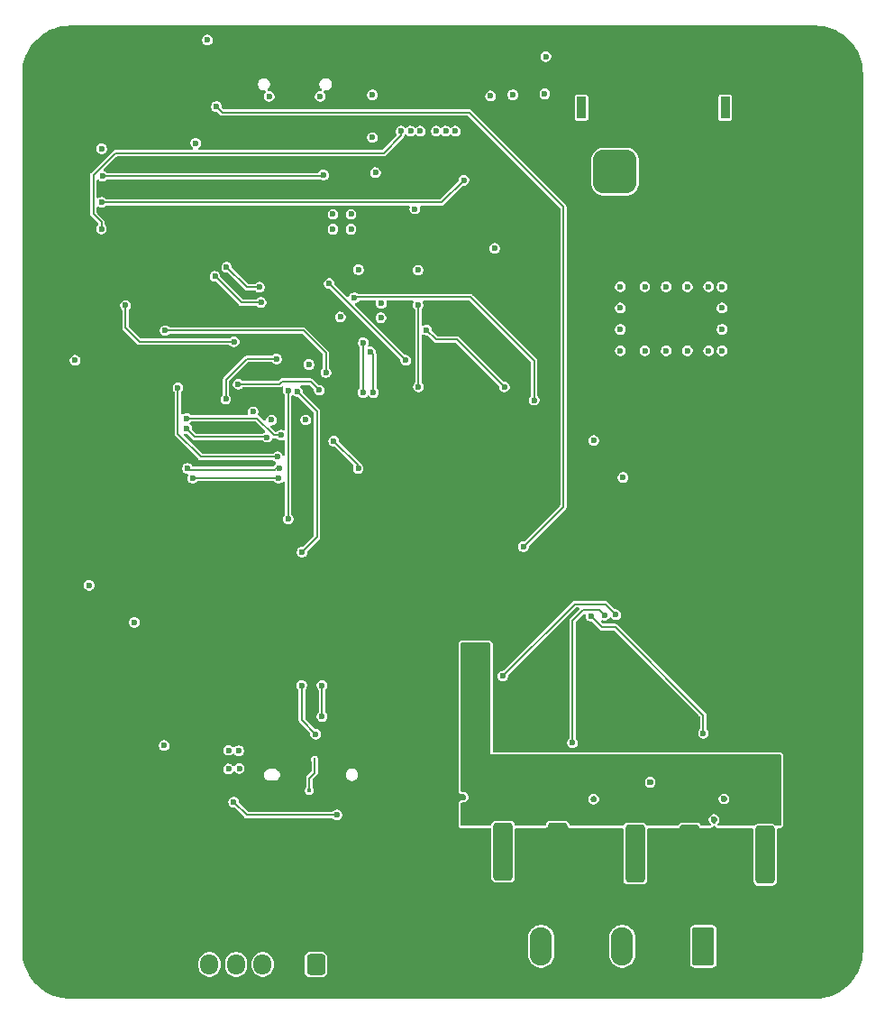
<source format=gbr>
%TF.GenerationSoftware,KiCad,Pcbnew,9.0.0*%
%TF.CreationDate,2025-03-24T22:57:22+01:00*%
%TF.ProjectId,Motor_driver,4d6f746f-725f-4647-9269-7665722e6b69,rev?*%
%TF.SameCoordinates,Original*%
%TF.FileFunction,Copper,L4,Bot*%
%TF.FilePolarity,Positive*%
%FSLAX46Y46*%
G04 Gerber Fmt 4.6, Leading zero omitted, Abs format (unit mm)*
G04 Created by KiCad (PCBNEW 9.0.0) date 2025-03-24 22:57:22*
%MOMM*%
%LPD*%
G01*
G04 APERTURE LIST*
G04 Aperture macros list*
%AMRoundRect*
0 Rectangle with rounded corners*
0 $1 Rounding radius*
0 $2 $3 $4 $5 $6 $7 $8 $9 X,Y pos of 4 corners*
0 Add a 4 corners polygon primitive as box body*
4,1,4,$2,$3,$4,$5,$6,$7,$8,$9,$2,$3,0*
0 Add four circle primitives for the rounded corners*
1,1,$1+$1,$2,$3*
1,1,$1+$1,$4,$5*
1,1,$1+$1,$6,$7*
1,1,$1+$1,$8,$9*
0 Add four rect primitives between the rounded corners*
20,1,$1+$1,$2,$3,$4,$5,0*
20,1,$1+$1,$4,$5,$6,$7,0*
20,1,$1+$1,$6,$7,$8,$9,0*
20,1,$1+$1,$8,$9,$2,$3,0*%
G04 Aperture macros list end*
%TA.AperFunction,SMDPad,CuDef*%
%ADD10RoundRect,0.250000X-0.650000X-2.450000X0.650000X-2.450000X0.650000X2.450000X-0.650000X2.450000X0*%
%TD*%
%TA.AperFunction,ComponentPad*%
%ADD11C,0.800000*%
%TD*%
%TA.AperFunction,ComponentPad*%
%ADD12C,6.400000*%
%TD*%
%TA.AperFunction,ComponentPad*%
%ADD13RoundRect,0.250001X0.799999X1.549999X-0.799999X1.549999X-0.799999X-1.549999X0.799999X-1.549999X0*%
%TD*%
%TA.AperFunction,ComponentPad*%
%ADD14O,2.100000X3.600000*%
%TD*%
%TA.AperFunction,HeatsinkPad*%
%ADD15C,1.100000*%
%TD*%
%TA.AperFunction,ComponentPad*%
%ADD16RoundRect,0.250000X0.600000X0.725000X-0.600000X0.725000X-0.600000X-0.725000X0.600000X-0.725000X0*%
%TD*%
%TA.AperFunction,ComponentPad*%
%ADD17O,1.700000X1.950000*%
%TD*%
%TA.AperFunction,HeatsinkPad*%
%ADD18O,1.000000X2.100000*%
%TD*%
%TA.AperFunction,HeatsinkPad*%
%ADD19O,1.000000X1.600000*%
%TD*%
%TA.AperFunction,ComponentPad*%
%ADD20R,0.900000X2.000000*%
%TD*%
%TA.AperFunction,ComponentPad*%
%ADD21RoundRect,1.025000X-1.025000X-1.025000X1.025000X-1.025000X1.025000X1.025000X-1.025000X1.025000X0*%
%TD*%
%TA.AperFunction,ComponentPad*%
%ADD22C,4.100000*%
%TD*%
%TA.AperFunction,ViaPad*%
%ADD23C,0.600000*%
%TD*%
%TA.AperFunction,ViaPad*%
%ADD24C,0.400000*%
%TD*%
%TA.AperFunction,ViaPad*%
%ADD25C,0.300000*%
%TD*%
%TA.AperFunction,Conductor*%
%ADD26C,0.200000*%
%TD*%
G04 APERTURE END LIST*
D10*
%TO.P,C20,1*%
%TO.N,+24V*%
X135300000Y-134300000D03*
%TO.P,C20,2*%
%TO.N,GND*%
X140400000Y-134300000D03*
%TD*%
%TO.P,C21,2*%
%TO.N,GND*%
X115800000Y-134000000D03*
%TO.P,C21,1*%
%TO.N,+24V*%
X110700000Y-134000000D03*
%TD*%
D11*
%TO.P,H3,1,1*%
%TO.N,GND*%
X67600000Y-61000000D03*
X68302944Y-59302944D03*
X68302944Y-62697056D03*
X70000000Y-58600000D03*
D12*
X70000000Y-61000000D03*
D11*
X70000000Y-63400000D03*
X71697056Y-59302944D03*
X71697056Y-62697056D03*
X72400000Y-61000000D03*
%TD*%
D13*
%TO.P,J3,1,Pin_1*%
%TO.N,/SC*%
X129500000Y-142900000D03*
D14*
%TO.P,J3,2,Pin_2*%
%TO.N,/SB*%
X121880000Y-142900000D03*
%TO.P,J3,3,Pin_3*%
%TO.N,/SA*%
X114260000Y-142900000D03*
%TD*%
D15*
%TO.P,J6,S1,SHIELD*%
%TO.N,GND*%
X95129900Y-128956573D03*
X95129900Y-124656573D03*
X90329900Y-128956573D03*
X90329900Y-124656573D03*
%TD*%
D16*
%TO.P,J2,1,Pin_1*%
%TO.N,+5V*%
X93100000Y-144600000D03*
D17*
%TO.P,J2,2,Pin_2*%
%TO.N,GND*%
X90600000Y-144600000D03*
%TO.P,J2,3,Pin_3*%
%TO.N,/ENC_A*%
X88100000Y-144600000D03*
%TO.P,J2,4,Pin_4*%
%TO.N,/ENC_B*%
X85600000Y-144600000D03*
%TO.P,J2,5,Pin_5*%
%TO.N,/ENC_X*%
X83100000Y-144600000D03*
%TD*%
D18*
%TO.P,J5,S1,SHIELD*%
%TO.N,GND*%
X95430000Y-62500000D03*
D19*
X95430000Y-58320000D03*
D18*
X86790000Y-62500000D03*
D19*
X86790000Y-58320000D03*
%TD*%
D10*
%TO.P,C19,1*%
%TO.N,+24V*%
X123100000Y-134200000D03*
%TO.P,C19,2*%
%TO.N,GND*%
X128200000Y-134200000D03*
%TD*%
D11*
%TO.P,H4,1,1*%
%TO.N,GND*%
X67600000Y-143302944D03*
X68302944Y-141605888D03*
X68302944Y-145000000D03*
X70000000Y-140902944D03*
D12*
X70000000Y-143302944D03*
D11*
X70000000Y-145702944D03*
X71697056Y-141605888D03*
X71697056Y-145000000D03*
X72400000Y-143302944D03*
%TD*%
%TO.P,H1,1,1*%
%TO.N,GND*%
X137600000Y-143302944D03*
X138302944Y-141605888D03*
X138302944Y-145000000D03*
X140000000Y-140902944D03*
D12*
X140000000Y-143302944D03*
D11*
X140000000Y-145702944D03*
X141697056Y-141605888D03*
X141697056Y-145000000D03*
X142400000Y-143302944D03*
%TD*%
%TO.P,H2,1,1*%
%TO.N,GND*%
X137600000Y-61000000D03*
X138302944Y-59302944D03*
X138302944Y-62697056D03*
X140000000Y-58600000D03*
D12*
X140000000Y-61000000D03*
D11*
X140000000Y-63400000D03*
X141697056Y-59302944D03*
X141697056Y-62697056D03*
X142400000Y-61000000D03*
%TD*%
D20*
%TO.P,J1,*%
%TO.N,*%
X118050000Y-64200000D03*
X131550000Y-64200000D03*
D21*
%TO.P,J1,1,Pin_1*%
%TO.N,+24V*%
X121200000Y-70200000D03*
D22*
%TO.P,J1,2,Pin_2*%
%TO.N,GND*%
X128400000Y-70200000D03*
%TD*%
D23*
%TO.N,GND*%
X112200000Y-61400000D03*
%TO.N,+24V*%
X114600000Y-62900000D03*
X114700000Y-59400000D03*
%TO.N,/LSS*%
X107400000Y-114700000D03*
X108100000Y-114700000D03*
X107400000Y-115400000D03*
X108100000Y-115400000D03*
X107400000Y-116200000D03*
X108100000Y-116200000D03*
%TO.N,+5V*%
X109900000Y-77400002D03*
%TO.N,/5V_BUCK*%
X107000000Y-71000000D03*
%TO.N,GND*%
X109000000Y-65000000D03*
%TO.N,+3.3V*%
X95400000Y-83840000D03*
X92136397Y-93500000D03*
X88936397Y-93500000D03*
%TO.N,/LSS*%
X134300000Y-128800000D03*
X133300000Y-127900000D03*
X133300000Y-125500000D03*
X134300000Y-126300000D03*
X133300000Y-126300000D03*
X134300000Y-125500000D03*
X134300000Y-127900000D03*
X133300000Y-127100000D03*
X134300000Y-127100000D03*
%TO.N,/GLA*%
X129500000Y-122900000D03*
%TO.N,+24V*%
X134700000Y-135200000D03*
X134700000Y-134500000D03*
X135600000Y-133100000D03*
X134700000Y-133100000D03*
X135700000Y-133800000D03*
X135700000Y-135200000D03*
X134700000Y-133800000D03*
X135600000Y-132400000D03*
X134700000Y-132400000D03*
X135700000Y-134500000D03*
%TO.N,GND*%
X130500000Y-131000000D03*
X131430000Y-129060000D03*
X140800000Y-132900000D03*
X128600000Y-135600000D03*
X128600000Y-133500000D03*
X127800000Y-133500000D03*
X140000000Y-132900000D03*
X140800000Y-133600000D03*
X140000000Y-135700000D03*
X140800000Y-132200000D03*
X140800000Y-135700000D03*
X140000000Y-133600000D03*
X140000000Y-134300000D03*
X140800000Y-136400000D03*
X140000000Y-132200000D03*
X140800000Y-135000000D03*
X140000000Y-135000000D03*
X140800000Y-134300000D03*
X140000000Y-136400000D03*
X128600000Y-132100000D03*
X128600000Y-132800000D03*
X127800000Y-132800000D03*
X127800000Y-132100000D03*
X128600000Y-136300000D03*
X127800000Y-134900000D03*
X128600000Y-134900000D03*
X127800000Y-135600000D03*
X127800000Y-136300000D03*
X127800000Y-134200000D03*
X128600000Y-134200000D03*
X111000000Y-61150000D03*
%TO.N,+24V*%
X111600000Y-63000000D03*
X109500000Y-63100000D03*
X105300000Y-66400000D03*
X106200000Y-66400000D03*
X104400000Y-66400000D03*
X102000000Y-66400000D03*
X102900000Y-66400000D03*
X101100000Y-66400000D03*
%TO.N,GND*%
X115400000Y-136000000D03*
X116200000Y-136000000D03*
X115400000Y-135300000D03*
X116200000Y-133900000D03*
X116200000Y-134600000D03*
X115400000Y-134600000D03*
X115400000Y-133900000D03*
X115400000Y-133200000D03*
X115400000Y-131800000D03*
X116200000Y-133200000D03*
X115400000Y-132500000D03*
X116200000Y-132500000D03*
X116200000Y-131800000D03*
X116200000Y-135300000D03*
%TO.N,/5V_BUCK*%
X72970000Y-73090000D03*
%TO.N,+3.3V*%
X72970000Y-68050000D03*
X99240000Y-82580000D03*
X82900000Y-57850000D03*
X81810000Y-67530000D03*
X94700000Y-74200000D03*
X76049999Y-112500000D03*
X96400000Y-75600000D03*
X96400000Y-74200000D03*
X94700000Y-75600000D03*
X92450000Y-88300000D03*
X70480000Y-87910000D03*
X97100000Y-79400000D03*
X87200631Y-92740000D03*
X78840000Y-124060000D03*
X71800000Y-109019998D03*
X99210000Y-83910000D03*
%TO.N,/NRST*%
X80140000Y-90500000D03*
X89492144Y-96970000D03*
%TO.N,+5V*%
X85850000Y-124550000D03*
X102700000Y-79450000D03*
X84900000Y-124500000D03*
X73040000Y-70610000D03*
X85900000Y-126200000D03*
X93820000Y-70510000D03*
X98400000Y-67000000D03*
X84900000Y-126250000D03*
X102400000Y-73700000D03*
X98700000Y-70300000D03*
%TO.N,/BTN_3*%
X89410000Y-87780000D03*
X84630393Y-91530393D03*
%TO.N,Net-(D1-K)*%
X83750000Y-64100000D03*
X112600000Y-105400000D03*
%TO.N,/5V_USB*%
X85379899Y-129371574D03*
X95070000Y-130570000D03*
%TO.N,/ADD_SEL_1*%
X81040000Y-98050000D03*
X97540000Y-90930000D03*
X89630000Y-98030000D03*
X97550000Y-86260000D03*
%TO.N,/ADD_SEL_0*%
X98500000Y-90930000D03*
X98245000Y-87135000D03*
X89600000Y-98960000D03*
X81530000Y-98960000D03*
%TO.N,/SDA_I2C1*%
X101550000Y-87900000D03*
X94350000Y-80700000D03*
%TO.N,/LED_0*%
X88510000Y-95120000D03*
X80950000Y-94320000D03*
%TO.N,/LED_1*%
X80980000Y-93340000D03*
X89819265Y-94929265D03*
%TO.N,/GLC*%
X110655000Y-117545000D03*
X121280000Y-111780000D03*
%TO.N,/LSS*%
X122200000Y-126400000D03*
X107400001Y-116900000D03*
X121200000Y-125600000D03*
X109900000Y-128600000D03*
X121200000Y-128000000D03*
X108900000Y-125300000D03*
X121200000Y-126400000D03*
X121200000Y-127200000D03*
X122200000Y-127200000D03*
X109900000Y-125300000D03*
X109900000Y-126900000D03*
X122200000Y-125600000D03*
X122200000Y-128000000D03*
X108900000Y-126100000D03*
X108900000Y-127700000D03*
X108900000Y-126900000D03*
X109900000Y-126100000D03*
X122200000Y-128900000D03*
X108100001Y-116900000D03*
X109900000Y-127700000D03*
%TO.N,/GLB*%
X117200000Y-123800000D03*
X120230000Y-111810000D03*
%TO.N,/GLA*%
X118940000Y-111920000D03*
%TO.N,/ENC_B*%
X94770000Y-95490000D03*
X97080000Y-98050000D03*
%TO.N,/USB_DM*%
X91800000Y-105900000D03*
X91330000Y-90810000D03*
%TO.N,/SWDIO*%
X84710000Y-79170000D03*
X87800000Y-81040000D03*
%TO.N,/USB_DP*%
X90500000Y-102800000D03*
X90500000Y-90730000D03*
%TO.N,/PWM_T1C1*%
X113600000Y-91650000D03*
X96700000Y-82050000D03*
%TO.N,+24V*%
X111200000Y-133800000D03*
X126000000Y-81000000D03*
X130000000Y-81000000D03*
X128000000Y-87000000D03*
X123500000Y-133100000D03*
X121700000Y-87000000D03*
X128000000Y-81000000D03*
X110200000Y-135200000D03*
X110200000Y-134500000D03*
X111200000Y-135200000D03*
X119200000Y-95440000D03*
X111100000Y-133100000D03*
X123600000Y-135200000D03*
X124000000Y-81000000D03*
X110200000Y-133100000D03*
X110200000Y-132400000D03*
X130000000Y-87000000D03*
X121700000Y-85000000D03*
X123600000Y-134500000D03*
X121700000Y-83000000D03*
X122600000Y-134500000D03*
X111100000Y-132400000D03*
X124000000Y-87000000D03*
X123600000Y-133800000D03*
X111200000Y-134500000D03*
X121950000Y-98900000D03*
X126000000Y-87000000D03*
X123500000Y-132400000D03*
X110200000Y-133800000D03*
X122600000Y-132400000D03*
X131250000Y-85000000D03*
X131250000Y-87000000D03*
X122600000Y-133800000D03*
X131250000Y-83000000D03*
X121700000Y-81000001D03*
X122600000Y-133100000D03*
X131250000Y-81000001D03*
X122600000Y-135200000D03*
X72950000Y-75580000D03*
%TO.N,/VCP_RX*%
X94040000Y-89060000D03*
X78930000Y-85120000D03*
%TO.N,/SWO*%
X75220000Y-82750000D03*
X85400000Y-86160000D03*
%TO.N,/SWCLK*%
X87950000Y-82470000D03*
X83620000Y-80020000D03*
%TO.N,/VCP_TX*%
X93424699Y-90705301D03*
X85800000Y-90150000D03*
%TO.N,GND*%
X144000000Y-76000000D03*
X126000000Y-142000000D03*
X66000000Y-128700000D03*
X100200000Y-89400000D03*
X66000000Y-70700000D03*
X66000000Y-126700000D03*
X122160000Y-105790000D03*
X93999999Y-57000000D03*
X74000000Y-57000000D03*
X114220000Y-118660000D03*
X113000001Y-147000000D03*
X125000000Y-147000000D03*
X144000000Y-130000000D03*
X122160000Y-106890000D03*
X70000001Y-57000000D03*
X121160000Y-104890000D03*
X76000000Y-147000000D03*
X86000001Y-147000000D03*
X144000000Y-138000000D03*
X72000001Y-147000000D03*
X136999999Y-147000000D03*
X137550000Y-77000000D03*
X131000000Y-147000000D03*
X144000000Y-106000000D03*
X100000000Y-57000000D03*
X130000000Y-57000000D03*
X109800000Y-94500000D03*
X66000000Y-110700000D03*
X144000000Y-92000000D03*
X144000000Y-136000000D03*
X102180000Y-119200000D03*
X66000000Y-90700000D03*
X81999999Y-147000000D03*
X66000000Y-116700000D03*
X110000000Y-57000000D03*
X124000000Y-57000000D03*
X144000000Y-70000000D03*
X107999999Y-57000000D03*
X130400000Y-117100000D03*
X120000000Y-57000000D03*
X144000000Y-104000000D03*
X90000000Y-57000000D03*
X95999999Y-147000000D03*
X117000000Y-147000000D03*
X74100000Y-116510000D03*
X73810000Y-88950000D03*
X99000001Y-147000000D03*
X113540000Y-102050000D03*
X66000000Y-76700000D03*
X80700000Y-100280000D03*
X66000000Y-68700000D03*
X78000000Y-57000000D03*
X85830000Y-92240000D03*
X120160000Y-106890000D03*
X88000000Y-119000000D03*
X103160000Y-98130000D03*
X144000000Y-132000000D03*
X66000000Y-74700000D03*
X119190000Y-129090000D03*
X144000000Y-134000000D03*
X88000000Y-129000000D03*
X66000000Y-122700000D03*
X130000000Y-96000000D03*
X108800000Y-90000000D03*
X138000000Y-57000000D03*
X69100000Y-87050000D03*
X66000000Y-92700000D03*
X66000000Y-86700000D03*
X144000000Y-98000000D03*
X144000000Y-140000000D03*
X114000000Y-57000000D03*
X66000000Y-112700000D03*
X107000000Y-147000000D03*
X66000000Y-114700000D03*
X81250000Y-91790000D03*
X81620000Y-108150000D03*
X144000000Y-118000000D03*
X66000000Y-80700000D03*
X134000000Y-57000000D03*
X82000000Y-57000000D03*
X144000000Y-108000000D03*
X66000000Y-136700000D03*
X144000000Y-114000000D03*
X144000000Y-100000000D03*
X118000000Y-57000000D03*
X103000000Y-147000000D03*
X66000000Y-140700000D03*
X120160000Y-105890000D03*
X84000001Y-57000000D03*
X144000000Y-128000000D03*
X144000000Y-102000000D03*
X144000000Y-116000000D03*
X122999999Y-147000000D03*
X144000000Y-122000000D03*
X115000000Y-147000000D03*
X144000000Y-78000000D03*
X115520000Y-114510000D03*
X144000000Y-110000000D03*
X144000000Y-88000000D03*
X81620000Y-105440000D03*
X124500000Y-127500000D03*
X71810000Y-94340000D03*
X66000000Y-132700000D03*
X108230000Y-86350000D03*
X66000000Y-130700000D03*
X108999999Y-147000000D03*
X72090000Y-103190000D03*
X120160000Y-104890000D03*
X111260000Y-104300000D03*
X66000000Y-134700000D03*
X110960000Y-121160000D03*
X121160000Y-106890000D03*
X122160000Y-104890000D03*
X66000000Y-100700000D03*
X66000000Y-84700000D03*
X80150000Y-96650000D03*
X144000000Y-84000000D03*
X77330000Y-115460000D03*
X108600000Y-101500000D03*
X78600000Y-79980000D03*
X66000000Y-120700000D03*
X66000000Y-78700000D03*
X144000000Y-124000000D03*
X126000001Y-57000000D03*
X144000000Y-72000000D03*
X130000000Y-100000000D03*
X92000000Y-57000000D03*
X66000000Y-66700000D03*
X66000000Y-108700000D03*
X106920000Y-128900000D03*
X83670000Y-101180000D03*
X111100000Y-91700000D03*
X91900000Y-102400000D03*
X66000000Y-88700000D03*
X102000000Y-57000000D03*
X79999999Y-57000000D03*
X73970000Y-113250000D03*
X98000000Y-147000000D03*
X78000000Y-147000000D03*
X137680000Y-90390000D03*
X121000000Y-147000000D03*
X103000000Y-107000000D03*
X101000000Y-147000000D03*
X105000000Y-147000000D03*
X144000000Y-120000000D03*
X135000000Y-147000000D03*
X111000000Y-147000000D03*
X89200000Y-95900000D03*
X75800000Y-59700000D03*
X66000000Y-94700000D03*
X119000000Y-147000000D03*
X112000001Y-57000000D03*
X66000000Y-102700000D03*
X125000000Y-113000000D03*
X66000000Y-124700000D03*
X86000000Y-57000000D03*
X132000000Y-57000000D03*
X90000000Y-147000000D03*
X72000000Y-57000000D03*
X118200000Y-102400000D03*
X66000000Y-96700000D03*
X74000000Y-147000000D03*
X80600000Y-103280000D03*
X123800000Y-109100000D03*
X66000000Y-64700000D03*
X76000000Y-57000000D03*
X121999999Y-57000000D03*
X118000000Y-142000000D03*
X96000000Y-57000000D03*
X66000000Y-72700000D03*
X92560000Y-120820000D03*
X80000000Y-147000000D03*
X66000000Y-82700000D03*
X144000000Y-82000000D03*
X127000001Y-147000000D03*
X66000000Y-98700000D03*
X118660000Y-113680000D03*
X144000000Y-74000000D03*
X75700000Y-74220000D03*
X144000000Y-96000000D03*
X114400000Y-89900000D03*
X128000000Y-57000000D03*
X130000000Y-104000000D03*
X88000000Y-111000000D03*
X133000000Y-147000000D03*
X88000000Y-103000000D03*
X144000000Y-68000000D03*
X91700000Y-97200000D03*
X124320000Y-77340000D03*
X126250000Y-116500000D03*
X84000000Y-147000000D03*
X83800000Y-96100000D03*
X74200000Y-101890000D03*
X124600000Y-117500000D03*
X78460000Y-81790000D03*
X81310000Y-87450000D03*
X104000000Y-57000000D03*
X88000000Y-57000000D03*
X144000000Y-86000000D03*
X144000000Y-80000000D03*
X66000000Y-118700000D03*
X75410000Y-77430000D03*
X106000000Y-57000000D03*
X135999999Y-57000000D03*
X71850000Y-107300000D03*
X66000000Y-106700000D03*
X129992489Y-107944383D03*
X92600000Y-107200000D03*
X144000000Y-126000000D03*
X66000000Y-138700000D03*
X84700000Y-94100000D03*
X117700000Y-108500000D03*
X144000000Y-94000000D03*
X144000000Y-90000000D03*
X116000000Y-57000000D03*
X66000000Y-104700000D03*
X98000001Y-57000000D03*
X109000000Y-107000000D03*
X129000000Y-147000000D03*
X144000000Y-66000000D03*
X144000000Y-64000000D03*
X121160000Y-105890000D03*
X88000000Y-147000000D03*
X144000000Y-112000000D03*
X121000000Y-120000000D03*
X124870000Y-89920000D03*
X94000000Y-147000000D03*
X92000000Y-147000000D03*
%TO.N,/D+*%
X93679899Y-121320101D03*
X93679899Y-118416574D03*
%TO.N,/D-*%
X93079900Y-122991745D03*
D24*
X92480000Y-128280000D03*
D23*
X91779901Y-118416574D03*
D25*
X92979900Y-125330000D03*
D23*
%TO.N,/SPD*%
X110800000Y-90400000D03*
X103505000Y-85055000D03*
%TO.N,/FG*%
X102740000Y-90400000D03*
X102690000Y-82700000D03*
%TO.N,/5V_Cmd*%
X88710000Y-63140000D03*
X93510000Y-63140000D03*
X98400000Y-62999998D03*
%TD*%
D26*
%TO.N,+24V*%
X101100000Y-66800000D02*
X101100000Y-66400000D01*
X99450000Y-68450000D02*
X101100000Y-66800000D01*
%TO.N,Net-(D1-K)*%
X107500000Y-64650000D02*
X84300000Y-64650000D01*
X116350000Y-73500000D02*
X107500000Y-64650000D01*
X84300000Y-64650000D02*
X83750000Y-64100000D01*
X116350000Y-101650000D02*
X116350000Y-73500000D01*
X112600000Y-105400000D02*
X116350000Y-101650000D01*
%TO.N,/5V_BUCK*%
X107000000Y-71000000D02*
X104910000Y-73090000D01*
X104910000Y-73090000D02*
X72970000Y-73090000D01*
%TO.N,/BTN_3*%
X86580000Y-87780000D02*
X89410000Y-87780000D01*
X84630393Y-89729607D02*
X86580000Y-87780000D01*
X84630393Y-91530393D02*
X84630393Y-89729607D01*
%TO.N,/VCP_TX*%
X92629398Y-89910000D02*
X93424699Y-90705301D01*
X89910000Y-89910000D02*
X92629398Y-89910000D01*
X89650000Y-90150000D02*
X89900000Y-89900000D01*
X89900000Y-89900000D02*
X89910000Y-89910000D01*
X85800000Y-90150000D02*
X89650000Y-90150000D01*
%TO.N,/NRST*%
X82260000Y-96970000D02*
X80140000Y-94850000D01*
X80140000Y-94850000D02*
X80140000Y-90500000D01*
X89492144Y-96970000D02*
X82260000Y-96970000D01*
%TO.N,+5V*%
X93720000Y-70610000D02*
X93820000Y-70510000D01*
X73040000Y-70610000D02*
X93720000Y-70610000D01*
%TO.N,/5V_USB*%
X95070000Y-130570000D02*
X86578325Y-130570000D01*
X86578325Y-130570000D02*
X85379899Y-129371574D01*
%TO.N,/ADD_SEL_1*%
X97540000Y-86270000D02*
X97550000Y-86260000D01*
X89630000Y-98030000D02*
X89370000Y-98030000D01*
X97540000Y-90930000D02*
X97540000Y-86270000D01*
X81160000Y-98170000D02*
X81040000Y-98050000D01*
X89230000Y-98170000D02*
X81160000Y-98170000D01*
X89370000Y-98030000D02*
X89230000Y-98170000D01*
%TO.N,/ADD_SEL_0*%
X81530000Y-98960000D02*
X89600000Y-98960000D01*
X98500000Y-87390000D02*
X98500000Y-90930000D01*
X98245000Y-87135000D02*
X98500000Y-87390000D01*
%TO.N,/SDA_I2C1*%
X101550000Y-87900000D02*
X94350000Y-80700000D01*
%TO.N,/LED_0*%
X80950000Y-94320000D02*
X81720000Y-95090000D01*
X88480000Y-95090000D02*
X88510000Y-95120000D01*
X81720000Y-95090000D02*
X88480000Y-95090000D01*
%TO.N,/LED_1*%
X89180000Y-94930000D02*
X87590000Y-93340000D01*
X87590000Y-93340000D02*
X80980000Y-93340000D01*
X89819265Y-94929265D02*
X89818530Y-94930000D01*
X89818530Y-94930000D02*
X89180000Y-94930000D01*
%TO.N,/GLC*%
X117420000Y-110780000D02*
X120280000Y-110780000D01*
X110655000Y-117545000D02*
X117420000Y-110780000D01*
X120280000Y-110780000D02*
X121280000Y-111780000D01*
%TO.N,/GLB*%
X117200000Y-112350000D02*
X117200000Y-123800000D01*
X120230000Y-111810000D02*
X119740000Y-111320000D01*
X118230000Y-111320000D02*
X117200000Y-112350000D01*
X119740000Y-111320000D02*
X118230000Y-111320000D01*
%TO.N,/GLA*%
X119960000Y-112940000D02*
X121240000Y-112940000D01*
X129500000Y-121200000D02*
X129500000Y-122900000D01*
X121240000Y-112940000D02*
X129500000Y-121200000D01*
X118940000Y-111920000D02*
X119960000Y-112940000D01*
%TO.N,/ENC_B*%
X97080000Y-97800000D02*
X94770000Y-95490000D01*
X97080000Y-98050000D02*
X97080000Y-97800000D01*
%TO.N,/USB_DM*%
X93200000Y-104500000D02*
X91800000Y-105900000D01*
X93200000Y-92680000D02*
X93200000Y-104500000D01*
X91330000Y-90810000D02*
X93200000Y-92680000D01*
%TO.N,/SWDIO*%
X84710000Y-79170000D02*
X86580000Y-81040000D01*
X86580000Y-81040000D02*
X87800000Y-81040000D01*
%TO.N,/USB_DP*%
X90500000Y-102800000D02*
X90500000Y-90730000D01*
%TO.N,/PWM_T1C1*%
X107629000Y-81979000D02*
X113600000Y-87950000D01*
X96771000Y-81979000D02*
X107629000Y-81979000D01*
X96700000Y-82050000D02*
X96771000Y-81979000D01*
X113600000Y-87950000D02*
X113600000Y-91650000D01*
%TO.N,+24V*%
X72200000Y-70500000D02*
X74250000Y-68450000D01*
X72950000Y-75580000D02*
X72950000Y-74940000D01*
X72200000Y-74190000D02*
X72200000Y-70500000D01*
X74250000Y-68450000D02*
X99450000Y-68450000D01*
X72950000Y-74940000D02*
X72200000Y-74190000D01*
%TO.N,/VCP_RX*%
X94040000Y-89060000D02*
X94040000Y-87220000D01*
X94040000Y-87220000D02*
X91940000Y-85120000D01*
X91940000Y-85120000D02*
X78930000Y-85120000D01*
%TO.N,/SWO*%
X75220000Y-84870000D02*
X76510000Y-86160000D01*
X75220000Y-82750000D02*
X75220000Y-84870000D01*
X76510000Y-86160000D02*
X85400000Y-86160000D01*
%TO.N,/SWCLK*%
X86080000Y-82480000D02*
X86270000Y-82480000D01*
X83620000Y-80020000D02*
X86080000Y-82480000D01*
X87940000Y-82480000D02*
X87950000Y-82470000D01*
X86270000Y-82480000D02*
X87940000Y-82480000D01*
%TO.N,/D+*%
X93679899Y-121320101D02*
X93679899Y-118416574D01*
%TO.N,/D-*%
X93079900Y-122991745D02*
X91779901Y-121691746D01*
X91779901Y-121691746D02*
X91779901Y-118416574D01*
X92479900Y-127120100D02*
X92479900Y-128279900D01*
X92979900Y-125330000D02*
X92979900Y-126620100D01*
X92979900Y-126620100D02*
X92479900Y-127120100D01*
X92479900Y-128279900D02*
X92480000Y-128280000D01*
%TO.N,/SPD*%
X104420000Y-85970000D02*
X106370000Y-85970000D01*
X106370000Y-85970000D02*
X110800000Y-90400000D01*
X103505000Y-85055000D02*
X104420000Y-85970000D01*
%TO.N,/FG*%
X102740000Y-90400000D02*
X102740000Y-82750000D01*
X102740000Y-82750000D02*
X102690000Y-82700000D01*
%TD*%
%TA.AperFunction,Conductor*%
%TO.N,GND*%
G36*
X130554601Y-130709223D02*
G01*
X130598102Y-130720879D01*
X130627999Y-130733263D01*
X130667000Y-130755780D01*
X130692679Y-130775485D01*
X130724513Y-130807319D01*
X130744219Y-130833000D01*
X130766733Y-130871995D01*
X130779119Y-130901898D01*
X130790774Y-130945392D01*
X130795000Y-130977485D01*
X130795000Y-131022513D01*
X130790774Y-131054609D01*
X130779120Y-131098099D01*
X130766734Y-131128002D01*
X130744222Y-131166995D01*
X130724516Y-131192676D01*
X130674180Y-131243012D01*
X130669116Y-131248259D01*
X130663070Y-131254753D01*
X130663065Y-131254759D01*
X130626535Y-131309427D01*
X130626530Y-131309435D01*
X130613316Y-131338370D01*
X130567560Y-131391173D01*
X130500520Y-131410856D01*
X130433481Y-131391170D01*
X130391693Y-131346286D01*
X130360868Y-131289833D01*
X130334607Y-131254753D01*
X130325825Y-131243022D01*
X130325822Y-131243019D01*
X130325815Y-131243009D01*
X130275485Y-131192679D01*
X130255778Y-131166996D01*
X130255777Y-131166995D01*
X130248798Y-131154906D01*
X130233265Y-131128001D01*
X130220878Y-131098096D01*
X130209225Y-131054605D01*
X130205000Y-131022512D01*
X130205000Y-130977484D01*
X130209223Y-130945398D01*
X130220879Y-130901893D01*
X130233261Y-130872001D01*
X130255783Y-130832993D01*
X130275476Y-130807329D01*
X130307324Y-130775481D01*
X130332996Y-130755781D01*
X130371997Y-130733263D01*
X130401905Y-130720877D01*
X130445394Y-130709225D01*
X130477485Y-130705000D01*
X130522513Y-130705000D01*
X130554601Y-130709223D01*
G37*
%TD.AperFunction*%
%TA.AperFunction,Conductor*%
G36*
X119244601Y-128799223D02*
G01*
X119288102Y-128810879D01*
X119317999Y-128823263D01*
X119357000Y-128845780D01*
X119382679Y-128865485D01*
X119414513Y-128897319D01*
X119434219Y-128923000D01*
X119456733Y-128961995D01*
X119469119Y-128991897D01*
X119476961Y-129021161D01*
X119480774Y-129035392D01*
X119485000Y-129067487D01*
X119485000Y-129112513D01*
X119480774Y-129144609D01*
X119469120Y-129188099D01*
X119456733Y-129218003D01*
X119434219Y-129256998D01*
X119414513Y-129282679D01*
X119382679Y-129314513D01*
X119356998Y-129334219D01*
X119318003Y-129356733D01*
X119288099Y-129369120D01*
X119269887Y-129374000D01*
X119244607Y-129380774D01*
X119212513Y-129385000D01*
X119167489Y-129385000D01*
X119135397Y-129380775D01*
X119091902Y-129369121D01*
X119061997Y-129356734D01*
X119022997Y-129334217D01*
X118997320Y-129314514D01*
X118965485Y-129282679D01*
X118945778Y-129256996D01*
X118923265Y-129218001D01*
X118910878Y-129188096D01*
X118899225Y-129144605D01*
X118895000Y-129112512D01*
X118895000Y-129067484D01*
X118899223Y-129035398D01*
X118910879Y-128991894D01*
X118923261Y-128962001D01*
X118945783Y-128922993D01*
X118965476Y-128897329D01*
X118997324Y-128865481D01*
X119022996Y-128845781D01*
X119061997Y-128823263D01*
X119091905Y-128810877D01*
X119135394Y-128799225D01*
X119167485Y-128795000D01*
X119212513Y-128795000D01*
X119244601Y-128799223D01*
G37*
%TD.AperFunction*%
%TA.AperFunction,Conductor*%
G36*
X131484601Y-128769223D02*
G01*
X131528102Y-128780879D01*
X131557999Y-128793263D01*
X131597000Y-128815780D01*
X131622679Y-128835485D01*
X131654513Y-128867319D01*
X131674219Y-128893000D01*
X131696733Y-128931995D01*
X131709119Y-128961898D01*
X131720774Y-129005392D01*
X131725000Y-129037485D01*
X131725000Y-129082513D01*
X131720775Y-129114604D01*
X131720774Y-129114609D01*
X131709120Y-129158099D01*
X131696733Y-129188003D01*
X131674219Y-129226998D01*
X131654513Y-129252679D01*
X131622679Y-129284513D01*
X131596998Y-129304219D01*
X131558003Y-129326733D01*
X131528099Y-129339120D01*
X131509887Y-129344000D01*
X131484607Y-129350774D01*
X131452513Y-129355000D01*
X131407489Y-129355000D01*
X131375397Y-129350775D01*
X131331902Y-129339121D01*
X131301997Y-129326734D01*
X131262997Y-129304217D01*
X131237320Y-129284514D01*
X131205485Y-129252679D01*
X131185779Y-129226998D01*
X131172850Y-129204604D01*
X131163263Y-129187999D01*
X131150879Y-129158102D01*
X131139223Y-129114601D01*
X131135000Y-129082513D01*
X131135000Y-129037484D01*
X131139223Y-129005398D01*
X131150879Y-128961895D01*
X131163261Y-128932001D01*
X131185783Y-128892993D01*
X131205476Y-128867329D01*
X131237324Y-128835481D01*
X131262996Y-128815781D01*
X131301997Y-128793263D01*
X131331905Y-128780877D01*
X131375394Y-128769225D01*
X131407485Y-128765000D01*
X131452513Y-128765000D01*
X131484601Y-128769223D01*
G37*
%TD.AperFunction*%
%TA.AperFunction,Conductor*%
G36*
X124554601Y-127209223D02*
G01*
X124598102Y-127220879D01*
X124627999Y-127233263D01*
X124667000Y-127255780D01*
X124692679Y-127275485D01*
X124724513Y-127307319D01*
X124744219Y-127333000D01*
X124766733Y-127371995D01*
X124779119Y-127401898D01*
X124790774Y-127445392D01*
X124795000Y-127477485D01*
X124795000Y-127522513D01*
X124790774Y-127554609D01*
X124779120Y-127598099D01*
X124766733Y-127628003D01*
X124744219Y-127666998D01*
X124724513Y-127692679D01*
X124692679Y-127724513D01*
X124666998Y-127744219D01*
X124628003Y-127766733D01*
X124598099Y-127779120D01*
X124579887Y-127784000D01*
X124554607Y-127790774D01*
X124522513Y-127795000D01*
X124477489Y-127795000D01*
X124445397Y-127790775D01*
X124401902Y-127779121D01*
X124371997Y-127766734D01*
X124332997Y-127744217D01*
X124307320Y-127724514D01*
X124275485Y-127692679D01*
X124255778Y-127666996D01*
X124233265Y-127628001D01*
X124220878Y-127598096D01*
X124209225Y-127554605D01*
X124205000Y-127522512D01*
X124205000Y-127477484D01*
X124209223Y-127445398D01*
X124220879Y-127401895D01*
X124233261Y-127372001D01*
X124255783Y-127332993D01*
X124275476Y-127307329D01*
X124307324Y-127275481D01*
X124332996Y-127255781D01*
X124371997Y-127233263D01*
X124401905Y-127220877D01*
X124445394Y-127209225D01*
X124477485Y-127205000D01*
X124522513Y-127205000D01*
X124554601Y-127209223D01*
G37*
%TD.AperFunction*%
%TA.AperFunction,Conductor*%
G36*
X80854862Y-94812663D02*
G01*
X80884108Y-94820500D01*
X80884110Y-94820500D01*
X80974167Y-94820500D01*
X81041206Y-94840185D01*
X81061848Y-94856819D01*
X81479540Y-95274511D01*
X81535489Y-95330460D01*
X81535491Y-95330461D01*
X81535495Y-95330464D01*
X81604004Y-95370017D01*
X81604011Y-95370021D01*
X81680438Y-95390500D01*
X88021323Y-95390500D01*
X88088362Y-95410185D01*
X88109004Y-95426818D01*
X88109499Y-95427313D01*
X88109500Y-95427314D01*
X88202686Y-95520500D01*
X88316814Y-95586392D01*
X88444108Y-95620500D01*
X88444110Y-95620500D01*
X88575890Y-95620500D01*
X88575892Y-95620500D01*
X88703186Y-95586392D01*
X88817314Y-95520500D01*
X88910500Y-95427314D01*
X88976392Y-95313186D01*
X88976392Y-95313183D01*
X88979500Y-95305682D01*
X88981112Y-95306349D01*
X89012314Y-95255149D01*
X89075158Y-95224614D01*
X89127827Y-95227120D01*
X89140438Y-95230500D01*
X89361324Y-95230500D01*
X89428363Y-95250185D01*
X89449005Y-95266819D01*
X89511951Y-95329765D01*
X89626079Y-95395657D01*
X89753373Y-95429765D01*
X89753375Y-95429765D01*
X89885155Y-95429765D01*
X89885157Y-95429765D01*
X90012451Y-95395657D01*
X90013493Y-95395055D01*
X90014485Y-95394814D01*
X90019965Y-95392545D01*
X90020318Y-95393398D01*
X90081389Y-95378578D01*
X90147418Y-95401424D01*
X90190613Y-95456342D01*
X90199500Y-95502438D01*
X90199500Y-96735162D01*
X90179815Y-96802201D01*
X90127011Y-96847956D01*
X90057853Y-96857900D01*
X89994297Y-96828875D01*
X89960938Y-96782613D01*
X89958536Y-96776814D01*
X89934488Y-96735162D01*
X89892644Y-96662686D01*
X89799458Y-96569500D01*
X89742394Y-96536554D01*
X89685331Y-96503608D01*
X89621683Y-96486554D01*
X89558036Y-96469500D01*
X89426252Y-96469500D01*
X89298956Y-96503608D01*
X89184830Y-96569500D01*
X89184827Y-96569502D01*
X89121149Y-96633181D01*
X89059826Y-96666666D01*
X89033468Y-96669500D01*
X82435833Y-96669500D01*
X82368794Y-96649815D01*
X82348152Y-96633181D01*
X80735091Y-95020120D01*
X80733627Y-95017439D01*
X80731018Y-95015849D01*
X80716988Y-94986967D01*
X80701606Y-94958797D01*
X80701823Y-94955750D01*
X80700489Y-94953002D01*
X80704299Y-94921131D01*
X80706590Y-94889105D01*
X80708421Y-94886658D01*
X80708784Y-94883626D01*
X80729221Y-94858873D01*
X80748462Y-94833172D01*
X80751324Y-94832104D01*
X80753269Y-94829749D01*
X80783846Y-94819974D01*
X80813926Y-94808755D01*
X80817788Y-94809123D01*
X80819821Y-94808474D01*
X80854862Y-94812663D01*
G37*
%TD.AperFunction*%
%TA.AperFunction,Conductor*%
G36*
X87481206Y-93660185D02*
G01*
X87501848Y-93676819D01*
X88305137Y-94480108D01*
X88338622Y-94541431D01*
X88333638Y-94611123D01*
X88291766Y-94667056D01*
X88279457Y-94675176D01*
X88202686Y-94719500D01*
X88202683Y-94719502D01*
X88169005Y-94753181D01*
X88107682Y-94786666D01*
X88081324Y-94789500D01*
X81895833Y-94789500D01*
X81828794Y-94769815D01*
X81808152Y-94753181D01*
X81486819Y-94431848D01*
X81453334Y-94370525D01*
X81450500Y-94344167D01*
X81450500Y-94254110D01*
X81450500Y-94254108D01*
X81416392Y-94126814D01*
X81350500Y-94012686D01*
X81269037Y-93931223D01*
X81264159Y-93922290D01*
X81256121Y-93916043D01*
X81247695Y-93892138D01*
X81235552Y-93869900D01*
X81236278Y-93859747D01*
X81232894Y-93850147D01*
X81238728Y-93825486D01*
X81240536Y-93800208D01*
X81247065Y-93790248D01*
X81248980Y-93782154D01*
X81262641Y-93766487D01*
X81270639Y-93754287D01*
X81281385Y-93743922D01*
X81287314Y-93740500D01*
X81351810Y-93676003D01*
X81352597Y-93675245D01*
X81382633Y-93659542D01*
X81412318Y-93643334D01*
X81413982Y-93643155D01*
X81414516Y-93642876D01*
X81415639Y-93642976D01*
X81438676Y-93640500D01*
X87414167Y-93640500D01*
X87481206Y-93660185D01*
G37*
%TD.AperFunction*%
%TA.AperFunction,Conductor*%
G36*
X140002702Y-56500617D02*
G01*
X140386771Y-56517386D01*
X140397506Y-56518326D01*
X140775971Y-56568152D01*
X140786597Y-56570025D01*
X141159284Y-56652648D01*
X141169710Y-56655442D01*
X141533765Y-56770227D01*
X141543911Y-56773920D01*
X141896578Y-56920000D01*
X141906369Y-56924566D01*
X142244942Y-57100816D01*
X142254310Y-57106224D01*
X142576244Y-57311318D01*
X142585105Y-57317523D01*
X142887930Y-57549889D01*
X142896217Y-57556843D01*
X143177635Y-57814715D01*
X143185284Y-57822364D01*
X143443156Y-58103782D01*
X143450110Y-58112069D01*
X143682476Y-58414894D01*
X143688681Y-58423755D01*
X143893775Y-58745689D01*
X143899183Y-58755057D01*
X144075430Y-59093623D01*
X144080002Y-59103427D01*
X144226075Y-59456078D01*
X144229775Y-59466244D01*
X144344554Y-59830278D01*
X144347354Y-59840727D01*
X144429971Y-60213389D01*
X144431849Y-60224042D01*
X144481671Y-60602473D01*
X144482614Y-60613249D01*
X144499382Y-60997297D01*
X144499500Y-61002706D01*
X144499500Y-143300237D01*
X144499382Y-143305646D01*
X144482614Y-143689694D01*
X144481671Y-143700471D01*
X144431849Y-144078899D01*
X144429971Y-144089552D01*
X144347352Y-144462218D01*
X144344552Y-144472666D01*
X144229774Y-144836697D01*
X144226074Y-144846863D01*
X144080001Y-145199514D01*
X144075429Y-145209318D01*
X143899178Y-145547893D01*
X143893769Y-145557261D01*
X143688684Y-145879178D01*
X143682480Y-145888039D01*
X143450109Y-146190871D01*
X143443155Y-146199158D01*
X143185283Y-146480576D01*
X143177634Y-146488225D01*
X142896216Y-146746097D01*
X142887929Y-146753051D01*
X142585096Y-146985422D01*
X142576235Y-146991626D01*
X142254318Y-147196711D01*
X142244950Y-147202120D01*
X141906375Y-147378370D01*
X141896571Y-147382942D01*
X141543920Y-147529015D01*
X141533754Y-147532715D01*
X141169723Y-147647493D01*
X141159275Y-147650293D01*
X140786609Y-147732912D01*
X140775955Y-147734790D01*
X140397526Y-147784611D01*
X140386750Y-147785554D01*
X140324729Y-147788261D01*
X140002602Y-147802326D01*
X139997211Y-147802444D01*
X70002706Y-147802444D01*
X69997297Y-147802326D01*
X69613246Y-147785558D01*
X69602472Y-147784615D01*
X69540791Y-147776494D01*
X69224041Y-147734794D01*
X69213387Y-147732916D01*
X68840719Y-147650297D01*
X68830271Y-147647497D01*
X68466238Y-147532719D01*
X68456073Y-147529019D01*
X68103424Y-147382948D01*
X68093620Y-147378377D01*
X67755042Y-147202126D01*
X67745673Y-147196717D01*
X67423742Y-146991625D01*
X67414881Y-146985420D01*
X67112061Y-146753060D01*
X67103774Y-146746107D01*
X66822347Y-146488229D01*
X66814698Y-146480580D01*
X66556816Y-146199155D01*
X66549879Y-146190888D01*
X66317489Y-145888035D01*
X66311296Y-145879189D01*
X66163469Y-145647150D01*
X66106202Y-145557260D01*
X66100795Y-145547894D01*
X65924541Y-145209318D01*
X65919969Y-145199515D01*
X65773893Y-144846864D01*
X65770193Y-144836698D01*
X65767598Y-144828469D01*
X65655403Y-144472640D01*
X65652612Y-144462218D01*
X65632506Y-144371530D01*
X82049500Y-144371530D01*
X82049500Y-144828469D01*
X82089868Y-145031412D01*
X82089870Y-145031420D01*
X82169058Y-145222596D01*
X82284024Y-145394657D01*
X82430342Y-145540975D01*
X82430345Y-145540977D01*
X82602402Y-145655941D01*
X82793580Y-145735130D01*
X82982187Y-145772646D01*
X82996530Y-145775499D01*
X82996534Y-145775500D01*
X82996535Y-145775500D01*
X83203466Y-145775500D01*
X83203467Y-145775499D01*
X83406420Y-145735130D01*
X83597598Y-145655941D01*
X83769655Y-145540977D01*
X83915977Y-145394655D01*
X84030941Y-145222598D01*
X84110130Y-145031420D01*
X84150500Y-144828465D01*
X84150500Y-144371535D01*
X84150499Y-144371530D01*
X84549500Y-144371530D01*
X84549500Y-144828469D01*
X84589868Y-145031412D01*
X84589870Y-145031420D01*
X84669058Y-145222596D01*
X84784024Y-145394657D01*
X84930342Y-145540975D01*
X84930345Y-145540977D01*
X85102402Y-145655941D01*
X85293580Y-145735130D01*
X85482187Y-145772646D01*
X85496530Y-145775499D01*
X85496534Y-145775500D01*
X85496535Y-145775500D01*
X85703466Y-145775500D01*
X85703467Y-145775499D01*
X85906420Y-145735130D01*
X86097598Y-145655941D01*
X86269655Y-145540977D01*
X86415977Y-145394655D01*
X86530941Y-145222598D01*
X86610130Y-145031420D01*
X86650500Y-144828465D01*
X86650500Y-144371535D01*
X86650499Y-144371530D01*
X87049500Y-144371530D01*
X87049500Y-144828469D01*
X87089868Y-145031412D01*
X87089870Y-145031420D01*
X87169058Y-145222596D01*
X87284024Y-145394657D01*
X87430342Y-145540975D01*
X87430345Y-145540977D01*
X87602402Y-145655941D01*
X87793580Y-145735130D01*
X87982187Y-145772646D01*
X87996530Y-145775499D01*
X87996534Y-145775500D01*
X87996535Y-145775500D01*
X88203466Y-145775500D01*
X88203467Y-145775499D01*
X88406420Y-145735130D01*
X88597598Y-145655941D01*
X88769655Y-145540977D01*
X88915977Y-145394655D01*
X89030941Y-145222598D01*
X89110130Y-145031420D01*
X89150500Y-144828465D01*
X89150500Y-144371535D01*
X89110130Y-144168580D01*
X89030941Y-143977402D01*
X88970353Y-143886725D01*
X88970352Y-143886722D01*
X88926257Y-143820730D01*
X92049500Y-143820730D01*
X92049500Y-145379269D01*
X92052353Y-145409699D01*
X92052353Y-145409701D01*
X92097206Y-145537880D01*
X92097207Y-145537882D01*
X92177850Y-145647150D01*
X92287118Y-145727793D01*
X92308089Y-145735131D01*
X92415299Y-145772646D01*
X92445730Y-145775500D01*
X92445734Y-145775500D01*
X93754270Y-145775500D01*
X93784699Y-145772646D01*
X93784701Y-145772646D01*
X93848790Y-145750219D01*
X93912882Y-145727793D01*
X94022150Y-145647150D01*
X94102793Y-145537882D01*
X94125219Y-145473790D01*
X94147646Y-145409701D01*
X94147646Y-145409699D01*
X94150500Y-145379269D01*
X94150500Y-143820730D01*
X94147646Y-143790300D01*
X94147646Y-143790298D01*
X94102793Y-143662119D01*
X94102792Y-143662117D01*
X94022150Y-143552850D01*
X93912882Y-143472207D01*
X93912880Y-143472206D01*
X93784700Y-143427353D01*
X93754270Y-143424500D01*
X93754266Y-143424500D01*
X92445734Y-143424500D01*
X92445730Y-143424500D01*
X92415300Y-143427353D01*
X92415298Y-143427353D01*
X92287119Y-143472206D01*
X92287117Y-143472207D01*
X92177850Y-143552850D01*
X92097207Y-143662117D01*
X92097206Y-143662119D01*
X92052353Y-143790298D01*
X92052353Y-143790300D01*
X92049500Y-143820730D01*
X88926257Y-143820730D01*
X88915980Y-143805349D01*
X88915974Y-143805341D01*
X88769657Y-143659024D01*
X88683626Y-143601541D01*
X88597598Y-143544059D01*
X88406420Y-143464870D01*
X88406412Y-143464868D01*
X88203469Y-143424500D01*
X88203465Y-143424500D01*
X87996535Y-143424500D01*
X87996530Y-143424500D01*
X87793587Y-143464868D01*
X87793579Y-143464870D01*
X87602403Y-143544058D01*
X87430342Y-143659024D01*
X87284024Y-143805342D01*
X87169058Y-143977403D01*
X87089870Y-144168579D01*
X87089868Y-144168587D01*
X87049500Y-144371530D01*
X86650499Y-144371530D01*
X86610130Y-144168580D01*
X86530941Y-143977402D01*
X86415977Y-143805345D01*
X86415975Y-143805342D01*
X86269657Y-143659024D01*
X86183626Y-143601541D01*
X86097598Y-143544059D01*
X85906420Y-143464870D01*
X85906412Y-143464868D01*
X85703469Y-143424500D01*
X85703465Y-143424500D01*
X85496535Y-143424500D01*
X85496530Y-143424500D01*
X85293587Y-143464868D01*
X85293579Y-143464870D01*
X85102403Y-143544058D01*
X84930342Y-143659024D01*
X84784024Y-143805342D01*
X84669058Y-143977403D01*
X84589870Y-144168579D01*
X84589868Y-144168587D01*
X84549500Y-144371530D01*
X84150499Y-144371530D01*
X84110130Y-144168580D01*
X84030941Y-143977402D01*
X83915977Y-143805345D01*
X83915975Y-143805342D01*
X83769657Y-143659024D01*
X83683626Y-143601541D01*
X83597598Y-143544059D01*
X83406420Y-143464870D01*
X83406412Y-143464868D01*
X83203469Y-143424500D01*
X83203465Y-143424500D01*
X82996535Y-143424500D01*
X82996530Y-143424500D01*
X82793587Y-143464868D01*
X82793579Y-143464870D01*
X82602403Y-143544058D01*
X82430342Y-143659024D01*
X82284024Y-143805342D01*
X82169058Y-143977403D01*
X82089870Y-144168579D01*
X82089868Y-144168587D01*
X82049500Y-144371530D01*
X65632506Y-144371530D01*
X65569985Y-144089529D01*
X65568115Y-144078921D01*
X65518285Y-143700448D01*
X65517345Y-143689707D01*
X65500618Y-143306648D01*
X65500500Y-143301239D01*
X65500500Y-142051577D01*
X113009500Y-142051577D01*
X113009500Y-143748422D01*
X113040290Y-143942826D01*
X113101117Y-144130029D01*
X113190476Y-144305405D01*
X113306172Y-144464646D01*
X113445354Y-144603828D01*
X113604595Y-144719524D01*
X113687455Y-144761743D01*
X113779970Y-144808882D01*
X113779972Y-144808882D01*
X113779975Y-144808884D01*
X113865574Y-144836697D01*
X113967173Y-144869709D01*
X114161578Y-144900500D01*
X114161583Y-144900500D01*
X114358422Y-144900500D01*
X114552826Y-144869709D01*
X114740025Y-144808884D01*
X114915405Y-144719524D01*
X115074646Y-144603828D01*
X115213828Y-144464646D01*
X115329524Y-144305405D01*
X115418884Y-144130025D01*
X115479709Y-143942826D01*
X115510500Y-143748422D01*
X115510500Y-142051577D01*
X120629500Y-142051577D01*
X120629500Y-143748422D01*
X120660290Y-143942826D01*
X120721117Y-144130029D01*
X120810476Y-144305405D01*
X120926172Y-144464646D01*
X121065354Y-144603828D01*
X121224595Y-144719524D01*
X121307455Y-144761743D01*
X121399970Y-144808882D01*
X121399972Y-144808882D01*
X121399975Y-144808884D01*
X121485574Y-144836697D01*
X121587173Y-144869709D01*
X121781578Y-144900500D01*
X121781583Y-144900500D01*
X121978422Y-144900500D01*
X122172826Y-144869709D01*
X122360025Y-144808884D01*
X122535405Y-144719524D01*
X122694646Y-144603828D01*
X122833828Y-144464646D01*
X122949524Y-144305405D01*
X123038884Y-144130025D01*
X123099709Y-143942826D01*
X123130500Y-143748422D01*
X123130500Y-142051577D01*
X123099709Y-141857173D01*
X123038882Y-141669970D01*
X122949523Y-141494594D01*
X122833828Y-141335354D01*
X122794205Y-141295731D01*
X128249500Y-141295731D01*
X128249500Y-144504258D01*
X128252354Y-144534698D01*
X128252354Y-144534699D01*
X128297206Y-144662881D01*
X128297207Y-144662882D01*
X128377850Y-144772150D01*
X128487118Y-144852793D01*
X128615302Y-144897646D01*
X128615301Y-144897646D01*
X128619271Y-144898018D01*
X128645735Y-144900500D01*
X130354264Y-144900499D01*
X130384698Y-144897646D01*
X130512882Y-144852793D01*
X130622150Y-144772150D01*
X130702793Y-144662882D01*
X130747646Y-144534698D01*
X130750500Y-144504265D01*
X130750499Y-141295736D01*
X130747646Y-141265302D01*
X130702793Y-141137118D01*
X130622150Y-141027850D01*
X130512882Y-140947207D01*
X130512881Y-140947206D01*
X130384695Y-140902353D01*
X130384698Y-140902353D01*
X130354268Y-140899500D01*
X128645741Y-140899500D01*
X128615301Y-140902354D01*
X128615300Y-140902354D01*
X128487118Y-140947206D01*
X128377850Y-141027850D01*
X128297206Y-141137118D01*
X128252353Y-141265302D01*
X128249500Y-141295731D01*
X122794205Y-141295731D01*
X122694646Y-141196172D01*
X122535405Y-141080476D01*
X122360029Y-140991117D01*
X122172826Y-140930290D01*
X121978422Y-140899500D01*
X121978417Y-140899500D01*
X121781583Y-140899500D01*
X121781578Y-140899500D01*
X121587173Y-140930290D01*
X121399970Y-140991117D01*
X121224594Y-141080476D01*
X121146634Y-141137118D01*
X121065354Y-141196172D01*
X121065352Y-141196174D01*
X121065351Y-141196174D01*
X120926174Y-141335351D01*
X120926174Y-141335352D01*
X120926172Y-141335354D01*
X120876485Y-141403741D01*
X120810476Y-141494594D01*
X120721117Y-141669970D01*
X120660290Y-141857173D01*
X120629500Y-142051577D01*
X115510500Y-142051577D01*
X115479709Y-141857173D01*
X115418882Y-141669970D01*
X115329523Y-141494594D01*
X115213828Y-141335354D01*
X115074646Y-141196172D01*
X114915405Y-141080476D01*
X114740029Y-140991117D01*
X114552826Y-140930290D01*
X114358422Y-140899500D01*
X114358417Y-140899500D01*
X114161583Y-140899500D01*
X114161578Y-140899500D01*
X113967173Y-140930290D01*
X113779970Y-140991117D01*
X113604594Y-141080476D01*
X113526634Y-141137118D01*
X113445354Y-141196172D01*
X113445352Y-141196174D01*
X113445351Y-141196174D01*
X113306174Y-141335351D01*
X113306174Y-141335352D01*
X113306172Y-141335354D01*
X113256485Y-141403741D01*
X113190476Y-141494594D01*
X113101117Y-141669970D01*
X113040290Y-141857173D01*
X113009500Y-142051577D01*
X65500500Y-142051577D01*
X65500500Y-129305682D01*
X84879399Y-129305682D01*
X84879399Y-129437466D01*
X84886216Y-129462908D01*
X84913507Y-129564761D01*
X84946453Y-129621824D01*
X84979399Y-129678888D01*
X85072585Y-129772074D01*
X85186713Y-129837966D01*
X85314007Y-129872074D01*
X85314009Y-129872074D01*
X85404066Y-129872074D01*
X85471105Y-129891759D01*
X85491747Y-129908393D01*
X86337865Y-130754511D01*
X86393814Y-130810460D01*
X86393816Y-130810461D01*
X86393820Y-130810464D01*
X86462329Y-130850017D01*
X86462336Y-130850021D01*
X86538763Y-130870500D01*
X86617887Y-130870500D01*
X94611324Y-130870500D01*
X94678363Y-130890185D01*
X94699005Y-130906819D01*
X94762686Y-130970500D01*
X94876814Y-131036392D01*
X95004108Y-131070500D01*
X95004110Y-131070500D01*
X95135890Y-131070500D01*
X95135892Y-131070500D01*
X95263186Y-131036392D01*
X95377314Y-130970500D01*
X95470500Y-130877314D01*
X95536392Y-130763186D01*
X95570500Y-130635892D01*
X95570500Y-130504108D01*
X95536392Y-130376814D01*
X95470500Y-130262686D01*
X95377314Y-130169500D01*
X95320250Y-130136554D01*
X95263187Y-130103608D01*
X95199539Y-130086554D01*
X95135892Y-130069500D01*
X95004108Y-130069500D01*
X94876812Y-130103608D01*
X94762686Y-130169500D01*
X94762683Y-130169502D01*
X94699005Y-130233181D01*
X94637682Y-130266666D01*
X94611324Y-130269500D01*
X86754158Y-130269500D01*
X86687119Y-130249815D01*
X86666477Y-130233181D01*
X85916718Y-129483422D01*
X85883233Y-129422099D01*
X85880399Y-129395741D01*
X85880399Y-129305684D01*
X85880399Y-129305682D01*
X85846291Y-129178388D01*
X85780399Y-129064260D01*
X85687213Y-128971074D01*
X85630149Y-128938128D01*
X85573086Y-128905182D01*
X85474871Y-128878866D01*
X85445791Y-128871074D01*
X85314007Y-128871074D01*
X85186711Y-128905182D01*
X85072585Y-128971074D01*
X85072582Y-128971076D01*
X84979401Y-129064257D01*
X84979399Y-129064260D01*
X84913507Y-129178386D01*
X84879791Y-129304219D01*
X84879399Y-129305682D01*
X65500500Y-129305682D01*
X65500500Y-128227273D01*
X92079500Y-128227273D01*
X92079500Y-128332727D01*
X92106793Y-128434587D01*
X92159520Y-128525913D01*
X92234087Y-128600480D01*
X92325413Y-128653207D01*
X92427273Y-128680500D01*
X92427275Y-128680500D01*
X92532725Y-128680500D01*
X92532727Y-128680500D01*
X92634587Y-128653207D01*
X92725913Y-128600480D01*
X92800480Y-128525913D01*
X92853207Y-128434587D01*
X92880500Y-128332727D01*
X92880500Y-128227273D01*
X92853207Y-128125413D01*
X92800480Y-128034087D01*
X92800478Y-128034085D01*
X92797013Y-128028083D01*
X92780400Y-127966083D01*
X92780400Y-127295933D01*
X92800085Y-127228894D01*
X92816719Y-127208252D01*
X93009774Y-127015197D01*
X93220360Y-126804611D01*
X93259922Y-126736088D01*
X93261513Y-126730149D01*
X95899399Y-126730149D01*
X95899399Y-126882997D01*
X95938959Y-127030638D01*
X96015383Y-127163008D01*
X96123464Y-127271089D01*
X96255834Y-127347513D01*
X96403475Y-127387073D01*
X96403477Y-127387073D01*
X96556321Y-127387073D01*
X96556323Y-127387073D01*
X96703964Y-127347513D01*
X96836334Y-127271089D01*
X96944415Y-127163008D01*
X97020839Y-127030638D01*
X97060399Y-126882997D01*
X97060399Y-126730149D01*
X97020839Y-126582508D01*
X96944415Y-126450138D01*
X96836334Y-126342057D01*
X96703964Y-126265633D01*
X96556323Y-126226073D01*
X96403475Y-126226073D01*
X96255834Y-126265633D01*
X96255831Y-126265634D01*
X96123467Y-126342055D01*
X96123461Y-126342059D01*
X96015385Y-126450135D01*
X96015381Y-126450141D01*
X95938960Y-126582505D01*
X95938959Y-126582508D01*
X95899399Y-126730149D01*
X93261513Y-126730149D01*
X93280400Y-126659662D01*
X93280400Y-126580538D01*
X93280400Y-125543743D01*
X93297015Y-125481740D01*
X93306513Y-125465289D01*
X93306514Y-125465288D01*
X93330400Y-125376144D01*
X93330400Y-125283856D01*
X93306514Y-125194712D01*
X93306511Y-125194706D01*
X93260373Y-125114794D01*
X93260370Y-125114791D01*
X93260369Y-125114788D01*
X93195112Y-125049531D01*
X93195109Y-125049529D01*
X93195105Y-125049526D01*
X93115193Y-125003388D01*
X93115190Y-125003387D01*
X93115189Y-125003386D01*
X93115188Y-125003386D01*
X93026044Y-124979500D01*
X92933756Y-124979500D01*
X92844612Y-125003386D01*
X92844611Y-125003386D01*
X92844609Y-125003387D01*
X92844606Y-125003388D01*
X92764694Y-125049526D01*
X92764685Y-125049533D01*
X92699433Y-125114785D01*
X92699426Y-125114794D01*
X92653288Y-125194706D01*
X92653287Y-125194709D01*
X92629400Y-125283856D01*
X92629400Y-125376143D01*
X92653286Y-125465289D01*
X92662785Y-125481740D01*
X92679400Y-125543743D01*
X92679400Y-126444267D01*
X92659715Y-126511306D01*
X92643081Y-126531948D01*
X92239441Y-126935587D01*
X92239435Y-126935595D01*
X92199882Y-127004104D01*
X92199879Y-127004109D01*
X92179400Y-127080539D01*
X92179400Y-127966429D01*
X92162787Y-128028429D01*
X92106794Y-128125410D01*
X92106793Y-128125413D01*
X92079500Y-128227273D01*
X65500500Y-128227273D01*
X65500500Y-126184108D01*
X84399500Y-126184108D01*
X84399500Y-126315892D01*
X84415086Y-126374062D01*
X84433608Y-126443187D01*
X84451803Y-126474701D01*
X84499500Y-126557314D01*
X84592686Y-126650500D01*
X84706814Y-126716392D01*
X84834108Y-126750500D01*
X84834110Y-126750500D01*
X84965890Y-126750500D01*
X84965892Y-126750500D01*
X85022191Y-126735415D01*
X88229401Y-126735415D01*
X88229401Y-126877731D01*
X88263265Y-127004111D01*
X88266235Y-127015197D01*
X88266236Y-127015200D01*
X88337390Y-127138444D01*
X88337392Y-127138447D01*
X88337393Y-127138448D01*
X88438026Y-127239081D01*
X88438027Y-127239082D01*
X88438029Y-127239083D01*
X88499651Y-127274660D01*
X88561276Y-127310239D01*
X88698743Y-127347073D01*
X88698745Y-127347073D01*
X89261057Y-127347073D01*
X89261059Y-127347073D01*
X89398526Y-127310239D01*
X89521776Y-127239081D01*
X89622409Y-127138448D01*
X89693567Y-127015198D01*
X89730401Y-126877731D01*
X89730401Y-126735415D01*
X89693567Y-126597948D01*
X89639286Y-126503930D01*
X89622411Y-126474701D01*
X89622407Y-126474696D01*
X89521777Y-126374066D01*
X89521772Y-126374062D01*
X89398528Y-126302908D01*
X89398527Y-126302907D01*
X89398526Y-126302907D01*
X89261059Y-126266073D01*
X88698743Y-126266073D01*
X88561276Y-126302907D01*
X88561273Y-126302908D01*
X88438029Y-126374062D01*
X88438024Y-126374066D01*
X88337394Y-126474696D01*
X88337390Y-126474701D01*
X88266236Y-126597945D01*
X88266235Y-126597948D01*
X88229401Y-126735415D01*
X85022191Y-126735415D01*
X85093186Y-126716392D01*
X85207314Y-126650500D01*
X85300500Y-126557314D01*
X85310840Y-126539403D01*
X85361404Y-126491189D01*
X85430011Y-126477964D01*
X85494876Y-126503930D01*
X85505908Y-126513722D01*
X85592686Y-126600500D01*
X85691521Y-126657563D01*
X85706810Y-126666390D01*
X85706814Y-126666392D01*
X85834108Y-126700500D01*
X85834110Y-126700500D01*
X85965890Y-126700500D01*
X85965892Y-126700500D01*
X86093186Y-126666392D01*
X86207314Y-126600500D01*
X86300500Y-126507314D01*
X86366392Y-126393186D01*
X86400500Y-126265892D01*
X86400500Y-126134108D01*
X86366392Y-126006814D01*
X86300500Y-125892686D01*
X86207314Y-125799500D01*
X86120712Y-125749500D01*
X86093187Y-125733608D01*
X86029539Y-125716554D01*
X85965892Y-125699500D01*
X85834108Y-125699500D01*
X85706812Y-125733608D01*
X85592686Y-125799500D01*
X85592683Y-125799502D01*
X85499502Y-125892683D01*
X85499497Y-125892689D01*
X85489158Y-125910598D01*
X85438590Y-125958813D01*
X85369982Y-125972034D01*
X85305118Y-125946065D01*
X85294091Y-125936277D01*
X85207316Y-125849502D01*
X85207314Y-125849500D01*
X85150250Y-125816554D01*
X85093187Y-125783608D01*
X85029539Y-125766554D01*
X84965892Y-125749500D01*
X84834108Y-125749500D01*
X84706812Y-125783608D01*
X84592686Y-125849500D01*
X84592683Y-125849502D01*
X84499502Y-125942683D01*
X84499500Y-125942686D01*
X84433608Y-126056812D01*
X84412897Y-126134108D01*
X84399500Y-126184108D01*
X65500500Y-126184108D01*
X65500500Y-123994108D01*
X78339500Y-123994108D01*
X78339500Y-124125891D01*
X78373608Y-124253187D01*
X78400924Y-124300499D01*
X78439500Y-124367314D01*
X78532686Y-124460500D01*
X78646814Y-124526392D01*
X78774108Y-124560500D01*
X78774110Y-124560500D01*
X78905890Y-124560500D01*
X78905892Y-124560500D01*
X79033186Y-124526392D01*
X79147314Y-124460500D01*
X79173706Y-124434108D01*
X84399500Y-124434108D01*
X84399500Y-124565892D01*
X84412897Y-124615890D01*
X84433608Y-124693187D01*
X84444765Y-124712511D01*
X84499500Y-124807314D01*
X84592686Y-124900500D01*
X84706814Y-124966392D01*
X84834108Y-125000500D01*
X84834110Y-125000500D01*
X84965890Y-125000500D01*
X84965892Y-125000500D01*
X85093186Y-124966392D01*
X85207314Y-124900500D01*
X85263121Y-124844692D01*
X85324440Y-124811210D01*
X85394132Y-124816194D01*
X85442997Y-124852322D01*
X85443753Y-124851567D01*
X85448795Y-124856609D01*
X85449175Y-124856890D01*
X85449499Y-124857312D01*
X85449500Y-124857314D01*
X85542686Y-124950500D01*
X85656814Y-125016392D01*
X85784108Y-125050500D01*
X85784110Y-125050500D01*
X85915890Y-125050500D01*
X85915892Y-125050500D01*
X86043186Y-125016392D01*
X86157314Y-124950500D01*
X86250500Y-124857314D01*
X86316392Y-124743186D01*
X86350500Y-124615892D01*
X86350500Y-124484108D01*
X86316392Y-124356814D01*
X86250500Y-124242686D01*
X86157314Y-124149500D01*
X86100250Y-124116554D01*
X86043187Y-124083608D01*
X85979539Y-124066554D01*
X85915892Y-124049500D01*
X85784108Y-124049500D01*
X85656812Y-124083608D01*
X85542686Y-124149500D01*
X85486881Y-124205305D01*
X85425557Y-124238789D01*
X85355865Y-124233804D01*
X85307002Y-124197677D01*
X85306247Y-124198433D01*
X85301201Y-124193387D01*
X85300822Y-124193107D01*
X85300503Y-124192692D01*
X85300500Y-124192686D01*
X85207314Y-124099500D01*
X85120712Y-124049500D01*
X85093187Y-124033608D01*
X85029539Y-124016554D01*
X84965892Y-123999500D01*
X84834108Y-123999500D01*
X84706812Y-124033608D01*
X84592686Y-124099500D01*
X84592683Y-124099502D01*
X84499502Y-124192683D01*
X84499500Y-124192686D01*
X84433608Y-124306812D01*
X84399500Y-124434108D01*
X79173706Y-124434108D01*
X79240500Y-124367314D01*
X79306392Y-124253186D01*
X79340500Y-124125892D01*
X79340500Y-123994108D01*
X79306392Y-123866814D01*
X79240500Y-123752686D01*
X79147314Y-123659500D01*
X79090250Y-123626554D01*
X79033187Y-123593608D01*
X78969539Y-123576554D01*
X78905892Y-123559500D01*
X78774108Y-123559500D01*
X78646812Y-123593608D01*
X78532686Y-123659500D01*
X78532683Y-123659502D01*
X78439502Y-123752683D01*
X78439500Y-123752686D01*
X78373608Y-123866812D01*
X78339500Y-123994108D01*
X65500500Y-123994108D01*
X65500500Y-118350682D01*
X91279401Y-118350682D01*
X91279401Y-118482465D01*
X91313509Y-118609761D01*
X91346455Y-118666824D01*
X91379401Y-118723888D01*
X91379403Y-118723890D01*
X91443082Y-118787569D01*
X91476567Y-118848892D01*
X91479401Y-118875250D01*
X91479401Y-121731308D01*
X91493053Y-121782259D01*
X91499880Y-121807736D01*
X91499883Y-121807741D01*
X91539436Y-121876250D01*
X91539442Y-121876258D01*
X92543081Y-122879897D01*
X92576566Y-122941220D01*
X92579400Y-122967578D01*
X92579400Y-123057636D01*
X92613508Y-123184932D01*
X92626430Y-123207313D01*
X92679400Y-123299059D01*
X92772586Y-123392245D01*
X92886714Y-123458137D01*
X93014008Y-123492245D01*
X93014010Y-123492245D01*
X93145790Y-123492245D01*
X93145792Y-123492245D01*
X93273086Y-123458137D01*
X93387214Y-123392245D01*
X93480400Y-123299059D01*
X93546292Y-123184931D01*
X93580400Y-123057637D01*
X93580400Y-122925853D01*
X93546292Y-122798559D01*
X93480400Y-122684431D01*
X93387214Y-122591245D01*
X93330150Y-122558299D01*
X93273087Y-122525353D01*
X93176600Y-122499500D01*
X93145792Y-122491245D01*
X93055733Y-122491245D01*
X92988694Y-122471560D01*
X92968052Y-122454926D01*
X92116720Y-121603594D01*
X92083235Y-121542271D01*
X92080401Y-121515913D01*
X92080401Y-118875250D01*
X92100086Y-118808211D01*
X92116720Y-118787569D01*
X92180401Y-118723888D01*
X92246293Y-118609760D01*
X92280401Y-118482466D01*
X92280401Y-118350682D01*
X93179399Y-118350682D01*
X93179399Y-118482465D01*
X93213507Y-118609761D01*
X93246453Y-118666824D01*
X93279399Y-118723888D01*
X93279401Y-118723890D01*
X93343080Y-118787569D01*
X93376565Y-118848892D01*
X93379399Y-118875250D01*
X93379399Y-120861424D01*
X93359714Y-120928463D01*
X93343081Y-120949105D01*
X93279399Y-121012787D01*
X93213507Y-121126913D01*
X93179399Y-121254209D01*
X93179399Y-121385992D01*
X93213507Y-121513288D01*
X93215023Y-121515913D01*
X93279399Y-121627415D01*
X93372585Y-121720601D01*
X93486713Y-121786493D01*
X93614007Y-121820601D01*
X93614009Y-121820601D01*
X93745789Y-121820601D01*
X93745791Y-121820601D01*
X93873085Y-121786493D01*
X93987213Y-121720601D01*
X94080399Y-121627415D01*
X94146291Y-121513287D01*
X94180399Y-121385993D01*
X94180399Y-121254209D01*
X94146291Y-121126915D01*
X94080399Y-121012787D01*
X94016717Y-120949105D01*
X93983233Y-120887781D01*
X93980399Y-120861424D01*
X93980399Y-118875250D01*
X94000084Y-118808211D01*
X94016718Y-118787569D01*
X94080399Y-118723888D01*
X94146291Y-118609760D01*
X94180399Y-118482466D01*
X94180399Y-118350682D01*
X94146291Y-118223388D01*
X94080399Y-118109260D01*
X93987213Y-118016074D01*
X93930149Y-117983128D01*
X93873086Y-117950182D01*
X93809438Y-117933128D01*
X93745791Y-117916074D01*
X93614007Y-117916074D01*
X93486711Y-117950182D01*
X93372585Y-118016074D01*
X93372582Y-118016076D01*
X93279401Y-118109257D01*
X93279399Y-118109260D01*
X93213507Y-118223386D01*
X93179399Y-118350682D01*
X92280401Y-118350682D01*
X92246293Y-118223388D01*
X92180401Y-118109260D01*
X92087215Y-118016074D01*
X92030151Y-117983128D01*
X91973088Y-117950182D01*
X91909440Y-117933128D01*
X91845793Y-117916074D01*
X91714009Y-117916074D01*
X91586713Y-117950182D01*
X91472587Y-118016074D01*
X91472584Y-118016076D01*
X91379403Y-118109257D01*
X91379401Y-118109260D01*
X91313509Y-118223386D01*
X91279401Y-118350682D01*
X65500500Y-118350682D01*
X65500500Y-114524003D01*
X106494500Y-114524003D01*
X106494500Y-128279196D01*
X106494863Y-128291403D01*
X106495738Y-128306117D01*
X106511959Y-128374780D01*
X106539454Y-128439000D01*
X106539472Y-128439039D01*
X106550747Y-128461472D01*
X106550749Y-128461475D01*
X106613177Y-128528310D01*
X106671036Y-128567477D01*
X106671041Y-128567480D01*
X106671047Y-128567484D01*
X106682916Y-128574500D01*
X106692676Y-128580270D01*
X106692677Y-128580270D01*
X106692678Y-128580271D01*
X106781330Y-128602743D01*
X106840906Y-128604165D01*
X106840906Y-128604164D01*
X106854106Y-128604479D01*
X106854106Y-128605000D01*
X106875913Y-128605000D01*
X106877379Y-128605035D01*
X106886923Y-128605262D01*
X106889669Y-128605000D01*
X106942513Y-128605000D01*
X106974601Y-128609223D01*
X107018102Y-128620879D01*
X107047999Y-128633263D01*
X107087000Y-128655780D01*
X107112679Y-128675485D01*
X107144513Y-128707319D01*
X107164219Y-128733000D01*
X107186733Y-128771995D01*
X107199119Y-128801898D01*
X107210774Y-128845392D01*
X107215000Y-128877485D01*
X107215000Y-128922510D01*
X107210776Y-128954597D01*
X107206403Y-128970920D01*
X107206403Y-128970921D01*
X107206402Y-128970923D01*
X107199119Y-128998102D01*
X107186734Y-129028002D01*
X107173364Y-129051161D01*
X107173362Y-129051165D01*
X107164218Y-129067001D01*
X107144515Y-129092677D01*
X107112679Y-129124513D01*
X107086998Y-129144219D01*
X107048003Y-129166733D01*
X107018099Y-129179120D01*
X106999887Y-129184000D01*
X106974607Y-129190774D01*
X106942513Y-129195000D01*
X106825670Y-129195000D01*
X106821988Y-129194945D01*
X106819995Y-129194885D01*
X106812406Y-129194660D01*
X106812398Y-129194660D01*
X106743247Y-129204603D01*
X106718627Y-129209696D01*
X106718626Y-129209696D01*
X106637916Y-129252705D01*
X106637913Y-129252707D01*
X106585104Y-129298466D01*
X106567160Y-129316048D01*
X106567154Y-129316055D01*
X106522511Y-129395865D01*
X106522509Y-129395870D01*
X106502826Y-129462902D01*
X106502825Y-129462907D01*
X106502825Y-129462908D01*
X106499876Y-129483422D01*
X106494500Y-129520809D01*
X106494500Y-131476007D01*
X106499197Y-131519686D01*
X106510397Y-131571174D01*
X106512342Y-131579133D01*
X106512890Y-131581373D01*
X106545463Y-131642500D01*
X106555899Y-131662083D01*
X106555901Y-131662086D01*
X106601660Y-131714895D01*
X106619242Y-131732839D01*
X106619246Y-131732843D01*
X106619247Y-131732844D01*
X106619249Y-131732845D01*
X106699059Y-131777488D01*
X106699063Y-131777490D01*
X106766102Y-131797175D01*
X106824000Y-131805500D01*
X106824004Y-131805500D01*
X109475500Y-131805500D01*
X109542539Y-131825185D01*
X109588294Y-131877989D01*
X109599500Y-131929500D01*
X109599500Y-136504269D01*
X109602353Y-136534699D01*
X109602353Y-136534701D01*
X109647206Y-136662880D01*
X109647207Y-136662882D01*
X109727850Y-136772150D01*
X109837118Y-136852793D01*
X109865945Y-136862880D01*
X109965299Y-136897646D01*
X109995730Y-136900500D01*
X109995734Y-136900500D01*
X111404270Y-136900500D01*
X111434699Y-136897646D01*
X111434701Y-136897646D01*
X111498790Y-136875219D01*
X111562882Y-136852793D01*
X111672150Y-136772150D01*
X111752793Y-136662882D01*
X111775219Y-136598790D01*
X111797646Y-136534701D01*
X111797646Y-136534699D01*
X111800500Y-136504269D01*
X111800500Y-131929500D01*
X111820185Y-131862461D01*
X111872989Y-131816706D01*
X111924500Y-131805500D01*
X114576803Y-131805500D01*
X114576807Y-131805500D01*
X114576811Y-131805499D01*
X114576826Y-131805499D01*
X114589593Y-131804426D01*
X114611061Y-131802625D01*
X114651818Y-131795735D01*
X114652675Y-131795588D01*
X114737050Y-131760302D01*
X114793895Y-131719677D01*
X114813419Y-131703834D01*
X114865321Y-131628531D01*
X114891176Y-131563623D01*
X114901878Y-131519173D01*
X114905387Y-131507264D01*
X114924772Y-131451865D01*
X114942040Y-131419191D01*
X114963707Y-131389833D01*
X114989834Y-131363706D01*
X115019194Y-131342037D01*
X115051868Y-131324770D01*
X115079850Y-131314978D01*
X115088483Y-131311958D01*
X115129435Y-131305000D01*
X116470561Y-131305000D01*
X116474648Y-131305694D01*
X116476881Y-131305161D01*
X116511513Y-131311957D01*
X116548130Y-131324771D01*
X116580804Y-131342038D01*
X116610164Y-131363706D01*
X116636295Y-131389837D01*
X116657959Y-131419192D01*
X116675227Y-131451865D01*
X116692591Y-131501489D01*
X116697606Y-131520578D01*
X116701191Y-131540593D01*
X116701191Y-131540594D01*
X116711882Y-131580627D01*
X116712080Y-131581366D01*
X116712083Y-131581373D01*
X116755090Y-131662080D01*
X116755094Y-131662086D01*
X116800853Y-131714895D01*
X116818435Y-131732839D01*
X116818439Y-131732843D01*
X116818440Y-131732844D01*
X116818442Y-131732845D01*
X116898252Y-131777488D01*
X116898256Y-131777490D01*
X116965295Y-131797175D01*
X117023193Y-131805500D01*
X117023197Y-131805500D01*
X121875500Y-131805500D01*
X121942539Y-131825185D01*
X121988294Y-131877989D01*
X121999500Y-131929500D01*
X121999500Y-136704269D01*
X122002353Y-136734699D01*
X122002353Y-136734701D01*
X122047206Y-136862880D01*
X122047207Y-136862882D01*
X122127850Y-136972150D01*
X122237118Y-137052793D01*
X122279845Y-137067744D01*
X122365299Y-137097646D01*
X122395730Y-137100500D01*
X122395734Y-137100500D01*
X123804270Y-137100500D01*
X123834699Y-137097646D01*
X123834701Y-137097646D01*
X123898790Y-137075219D01*
X123962882Y-137052793D01*
X124072150Y-136972150D01*
X124152793Y-136862882D01*
X124175219Y-136798790D01*
X124197646Y-136734701D01*
X124197646Y-136734699D01*
X124200500Y-136704269D01*
X124200500Y-131929500D01*
X124220185Y-131862461D01*
X124272989Y-131816706D01*
X124324500Y-131805500D01*
X127039252Y-131805500D01*
X127039256Y-131805500D01*
X127091433Y-131798766D01*
X127152338Y-131782778D01*
X127170674Y-131777036D01*
X127247441Y-131727326D01*
X127287123Y-131686546D01*
X127287122Y-131686545D01*
X127299974Y-131673338D01*
X127303793Y-131669412D01*
X127307034Y-131666624D01*
X127308690Y-131664379D01*
X127309557Y-131663489D01*
X127311986Y-131659913D01*
X127363701Y-131589841D01*
X127364501Y-131589039D01*
X127364711Y-131588491D01*
X127389836Y-131563705D01*
X127415523Y-131544747D01*
X127419191Y-131542039D01*
X127451868Y-131524770D01*
X127479850Y-131514978D01*
X127488483Y-131511958D01*
X127529435Y-131505000D01*
X128870561Y-131505000D01*
X128911513Y-131511957D01*
X128948130Y-131524771D01*
X128949130Y-131525299D01*
X128949716Y-131525337D01*
X128980807Y-131542040D01*
X129010161Y-131563704D01*
X129036298Y-131589841D01*
X129051491Y-131610426D01*
X129092966Y-131666624D01*
X129092969Y-131666627D01*
X129092968Y-131666627D01*
X129130111Y-131706643D01*
X129133853Y-131710066D01*
X129137903Y-131714476D01*
X129142355Y-131719324D01*
X129142358Y-131719326D01*
X129155990Y-131732843D01*
X129235807Y-131777490D01*
X129302846Y-131797175D01*
X129360744Y-131805500D01*
X129360748Y-131805500D01*
X130092828Y-131805500D01*
X130093278Y-131805491D01*
X130100160Y-131805369D01*
X130109006Y-131805053D01*
X130173485Y-131792227D01*
X130238949Y-131767810D01*
X130261918Y-131757603D01*
X130331644Y-131698421D01*
X130373516Y-131642488D01*
X130387323Y-131621477D01*
X130387324Y-131621471D01*
X130389850Y-131616088D01*
X130436139Y-131563751D01*
X130503374Y-131544747D01*
X130570211Y-131565111D01*
X130611547Y-131610425D01*
X130637911Y-131659898D01*
X130639075Y-131662083D01*
X130639077Y-131662086D01*
X130684836Y-131714895D01*
X130702418Y-131732839D01*
X130702422Y-131732843D01*
X130702423Y-131732844D01*
X130702425Y-131732845D01*
X130782235Y-131777488D01*
X130782239Y-131777490D01*
X130849278Y-131797175D01*
X130907176Y-131805500D01*
X134075500Y-131805500D01*
X134142539Y-131825185D01*
X134188294Y-131877989D01*
X134199500Y-131929500D01*
X134199500Y-136804269D01*
X134202353Y-136834699D01*
X134202353Y-136834701D01*
X134247206Y-136962880D01*
X134247207Y-136962882D01*
X134327850Y-137072150D01*
X134437118Y-137152793D01*
X134479845Y-137167744D01*
X134565299Y-137197646D01*
X134595730Y-137200500D01*
X134595734Y-137200500D01*
X136004270Y-137200500D01*
X136034699Y-137197646D01*
X136034701Y-137197646D01*
X136098790Y-137175219D01*
X136162882Y-137152793D01*
X136272150Y-137072150D01*
X136352793Y-136962882D01*
X136375620Y-136897646D01*
X136397646Y-136834701D01*
X136397646Y-136834699D01*
X136400500Y-136804269D01*
X136400500Y-131929500D01*
X136420185Y-131862461D01*
X136472989Y-131816706D01*
X136524500Y-131805500D01*
X136675991Y-131805500D01*
X136676000Y-131805500D01*
X136719684Y-131800803D01*
X136759106Y-131792227D01*
X136771174Y-131789602D01*
X136771190Y-131789598D01*
X136771195Y-131789597D01*
X136781373Y-131787110D01*
X136862085Y-131744100D01*
X136914889Y-131698345D01*
X136932843Y-131680754D01*
X136977490Y-131600937D01*
X136997175Y-131533898D01*
X137005500Y-131476000D01*
X137005500Y-125014000D01*
X137000803Y-124970316D01*
X136996491Y-124950497D01*
X136989602Y-124918825D01*
X136989348Y-124917789D01*
X136987110Y-124908627D01*
X136944100Y-124827915D01*
X136898345Y-124775111D01*
X136898339Y-124775104D01*
X136880757Y-124757160D01*
X136880756Y-124757159D01*
X136880754Y-124757157D01*
X136880752Y-124757156D01*
X136880750Y-124757154D01*
X136800940Y-124712511D01*
X136800935Y-124712509D01*
X136733903Y-124692826D01*
X136733899Y-124692825D01*
X136733898Y-124692825D01*
X136676000Y-124684500D01*
X136675996Y-124684500D01*
X109829500Y-124684500D01*
X109762461Y-124664815D01*
X109716706Y-124612011D01*
X109705500Y-124560500D01*
X109705500Y-117479108D01*
X110154500Y-117479108D01*
X110154500Y-117610891D01*
X110188608Y-117738187D01*
X110221554Y-117795250D01*
X110254500Y-117852314D01*
X110347686Y-117945500D01*
X110461814Y-118011392D01*
X110589108Y-118045500D01*
X110589110Y-118045500D01*
X110720890Y-118045500D01*
X110720892Y-118045500D01*
X110848186Y-118011392D01*
X110962314Y-117945500D01*
X111055500Y-117852314D01*
X111121392Y-117738186D01*
X111155500Y-117610892D01*
X111155500Y-117520832D01*
X111175185Y-117453793D01*
X111191819Y-117433151D01*
X117508152Y-111116819D01*
X117535079Y-111102115D01*
X117560898Y-111085523D01*
X117567098Y-111084631D01*
X117569475Y-111083334D01*
X117595833Y-111080500D01*
X117745167Y-111080500D01*
X117812206Y-111100185D01*
X117857961Y-111152989D01*
X117867905Y-111222147D01*
X117838880Y-111285703D01*
X117832848Y-111292181D01*
X116959541Y-112165487D01*
X116959535Y-112165495D01*
X116919982Y-112234004D01*
X116919979Y-112234009D01*
X116899500Y-112310439D01*
X116899500Y-123341323D01*
X116879815Y-123408362D01*
X116863182Y-123429004D01*
X116799500Y-123492686D01*
X116733608Y-123606812D01*
X116699500Y-123734108D01*
X116699500Y-123865891D01*
X116733608Y-123993187D01*
X116734140Y-123994108D01*
X116799500Y-124107314D01*
X116892686Y-124200500D01*
X117006814Y-124266392D01*
X117134108Y-124300500D01*
X117134110Y-124300500D01*
X117265890Y-124300500D01*
X117265892Y-124300500D01*
X117393186Y-124266392D01*
X117507314Y-124200500D01*
X117600500Y-124107314D01*
X117666392Y-123993186D01*
X117700500Y-123865892D01*
X117700500Y-123734108D01*
X117666392Y-123606814D01*
X117658767Y-123593608D01*
X117639075Y-123559500D01*
X117600500Y-123492686D01*
X117536818Y-123429004D01*
X117503334Y-123367680D01*
X117500500Y-123341323D01*
X117500500Y-112525833D01*
X117520185Y-112458794D01*
X117536819Y-112438152D01*
X117875471Y-112099500D01*
X118229511Y-111745459D01*
X118290832Y-111711976D01*
X118360523Y-111716960D01*
X118416457Y-111758831D01*
X118440874Y-111824296D01*
X118440130Y-111849325D01*
X118439500Y-111854105D01*
X118439500Y-111854108D01*
X118439500Y-111985892D01*
X118443146Y-111999500D01*
X118473608Y-112113187D01*
X118483127Y-112129674D01*
X118539500Y-112227314D01*
X118632686Y-112320500D01*
X118746814Y-112386392D01*
X118874108Y-112420500D01*
X118874110Y-112420500D01*
X118964167Y-112420500D01*
X119031206Y-112440185D01*
X119051848Y-112456819D01*
X119719540Y-113124511D01*
X119775489Y-113180460D01*
X119775491Y-113180461D01*
X119775495Y-113180464D01*
X119844004Y-113220017D01*
X119844011Y-113220021D01*
X119920438Y-113240500D01*
X119999562Y-113240500D01*
X121064167Y-113240500D01*
X121131206Y-113260185D01*
X121151848Y-113276819D01*
X129163181Y-121288152D01*
X129196666Y-121349475D01*
X129199500Y-121375833D01*
X129199500Y-122441323D01*
X129179815Y-122508362D01*
X129163182Y-122529004D01*
X129099500Y-122592686D01*
X129033608Y-122706812D01*
X128999500Y-122834108D01*
X128999500Y-122965891D01*
X129033608Y-123093187D01*
X129066554Y-123150250D01*
X129099500Y-123207314D01*
X129192686Y-123300500D01*
X129306814Y-123366392D01*
X129434108Y-123400500D01*
X129434110Y-123400500D01*
X129565890Y-123400500D01*
X129565892Y-123400500D01*
X129693186Y-123366392D01*
X129807314Y-123300500D01*
X129900500Y-123207314D01*
X129966392Y-123093186D01*
X130000500Y-122965892D01*
X130000500Y-122834108D01*
X129966392Y-122706814D01*
X129900500Y-122592686D01*
X129836818Y-122529004D01*
X129803334Y-122467680D01*
X129800500Y-122441323D01*
X129800500Y-121160439D01*
X129791517Y-121126915D01*
X129780021Y-121084011D01*
X129780017Y-121084004D01*
X129740464Y-121015495D01*
X129740458Y-121015487D01*
X129684511Y-120959540D01*
X121424513Y-112699541D01*
X121424508Y-112699538D01*
X121413509Y-112693188D01*
X121413506Y-112693187D01*
X121413505Y-112693186D01*
X121355989Y-112659979D01*
X121279562Y-112639500D01*
X121279560Y-112639500D01*
X120135833Y-112639500D01*
X120068794Y-112619815D01*
X120048152Y-112603181D01*
X119933129Y-112488158D01*
X119899644Y-112426835D01*
X119904628Y-112357143D01*
X119946500Y-112301210D01*
X120011964Y-112276793D01*
X120052896Y-112280701D01*
X120164108Y-112310500D01*
X120164111Y-112310500D01*
X120295890Y-112310500D01*
X120295892Y-112310500D01*
X120423186Y-112276392D01*
X120537314Y-112210500D01*
X120630500Y-112117314D01*
X120656274Y-112072671D01*
X120706839Y-112024458D01*
X120775446Y-112011234D01*
X120840311Y-112037202D01*
X120871046Y-112072672D01*
X120879500Y-112087314D01*
X120972686Y-112180500D01*
X121086814Y-112246392D01*
X121214108Y-112280500D01*
X121214110Y-112280500D01*
X121345890Y-112280500D01*
X121345892Y-112280500D01*
X121473186Y-112246392D01*
X121587314Y-112180500D01*
X121680500Y-112087314D01*
X121746392Y-111973186D01*
X121780500Y-111845892D01*
X121780500Y-111714108D01*
X121746392Y-111586814D01*
X121680500Y-111472686D01*
X121587314Y-111379500D01*
X121522262Y-111341942D01*
X121473187Y-111313608D01*
X121409539Y-111296554D01*
X121345892Y-111279500D01*
X121255833Y-111279500D01*
X121188794Y-111259815D01*
X121168152Y-111243181D01*
X120464512Y-110539541D01*
X120464504Y-110539535D01*
X120395995Y-110499982D01*
X120395990Y-110499979D01*
X120370513Y-110493152D01*
X120319562Y-110479500D01*
X117459562Y-110479500D01*
X117380438Y-110479500D01*
X117304010Y-110499978D01*
X117235489Y-110539540D01*
X117235486Y-110539542D01*
X110766847Y-117008181D01*
X110705524Y-117041666D01*
X110679166Y-117044500D01*
X110589108Y-117044500D01*
X110461812Y-117078608D01*
X110347686Y-117144500D01*
X110347683Y-117144502D01*
X110254502Y-117237683D01*
X110254500Y-117237686D01*
X110188608Y-117351812D01*
X110154500Y-117479108D01*
X109705500Y-117479108D01*
X109705500Y-114524008D01*
X109705499Y-114523992D01*
X109700803Y-114480316D01*
X109696897Y-114462364D01*
X109689602Y-114428825D01*
X109689348Y-114427789D01*
X109687110Y-114418627D01*
X109644100Y-114337915D01*
X109598345Y-114285111D01*
X109598339Y-114285104D01*
X109580757Y-114267160D01*
X109580756Y-114267159D01*
X109580754Y-114267157D01*
X109580752Y-114267156D01*
X109580750Y-114267154D01*
X109500940Y-114222511D01*
X109500935Y-114222509D01*
X109433903Y-114202826D01*
X109433899Y-114202825D01*
X109433898Y-114202825D01*
X109376000Y-114194500D01*
X106824000Y-114194500D01*
X106823992Y-114194500D01*
X106780313Y-114199197D01*
X106728825Y-114210397D01*
X106718627Y-114212890D01*
X106718624Y-114212891D01*
X106637916Y-114255899D01*
X106637913Y-114255901D01*
X106585104Y-114301660D01*
X106567160Y-114319242D01*
X106567154Y-114319249D01*
X106522511Y-114399059D01*
X106522509Y-114399064D01*
X106502826Y-114466096D01*
X106502825Y-114466101D01*
X106502825Y-114466102D01*
X106494502Y-114523992D01*
X106494500Y-114524003D01*
X65500500Y-114524003D01*
X65500500Y-112434108D01*
X75549499Y-112434108D01*
X75549499Y-112565892D01*
X75574710Y-112659979D01*
X75583607Y-112693185D01*
X75583606Y-112693185D01*
X75583607Y-112693186D01*
X75649499Y-112807314D01*
X75742685Y-112900500D01*
X75856813Y-112966392D01*
X75984107Y-113000500D01*
X75984109Y-113000500D01*
X76115889Y-113000500D01*
X76115891Y-113000500D01*
X76243185Y-112966392D01*
X76357313Y-112900500D01*
X76450499Y-112807314D01*
X76516391Y-112693186D01*
X76550499Y-112565892D01*
X76550499Y-112434108D01*
X76516391Y-112306814D01*
X76450499Y-112192686D01*
X76357313Y-112099500D01*
X76287988Y-112059475D01*
X76243186Y-112033608D01*
X76129647Y-112003186D01*
X76115891Y-111999500D01*
X75984107Y-111999500D01*
X75856811Y-112033608D01*
X75742685Y-112099500D01*
X75742682Y-112099502D01*
X75649501Y-112192683D01*
X75649499Y-112192686D01*
X75583607Y-112306812D01*
X75562284Y-112386392D01*
X75549499Y-112434108D01*
X65500500Y-112434108D01*
X65500500Y-108954106D01*
X71299500Y-108954106D01*
X71299500Y-109085889D01*
X71333608Y-109213185D01*
X71366554Y-109270248D01*
X71399500Y-109327312D01*
X71492686Y-109420498D01*
X71606814Y-109486390D01*
X71734108Y-109520498D01*
X71734110Y-109520498D01*
X71865890Y-109520498D01*
X71865892Y-109520498D01*
X71993186Y-109486390D01*
X72107314Y-109420498D01*
X72200500Y-109327312D01*
X72266392Y-109213184D01*
X72300500Y-109085890D01*
X72300500Y-108954106D01*
X72266392Y-108826812D01*
X72200500Y-108712684D01*
X72107314Y-108619498D01*
X72050250Y-108586552D01*
X71993187Y-108553606D01*
X71929539Y-108536552D01*
X71865892Y-108519498D01*
X71734108Y-108519498D01*
X71606812Y-108553606D01*
X71492686Y-108619498D01*
X71492683Y-108619500D01*
X71399502Y-108712681D01*
X71399500Y-108712684D01*
X71333608Y-108826810D01*
X71299500Y-108954106D01*
X65500500Y-108954106D01*
X65500500Y-90434108D01*
X79639500Y-90434108D01*
X79639500Y-90565891D01*
X79673608Y-90693187D01*
X79698797Y-90736814D01*
X79739500Y-90807314D01*
X79739502Y-90807316D01*
X79803181Y-90870995D01*
X79836666Y-90932318D01*
X79839500Y-90958676D01*
X79839500Y-94889562D01*
X79847959Y-94921131D01*
X79859979Y-94965990D01*
X79859980Y-94965991D01*
X79872090Y-94986967D01*
X79893245Y-95023608D01*
X79899540Y-95034511D01*
X79899542Y-95034514D01*
X81334529Y-96469500D01*
X82075489Y-97210460D01*
X82144012Y-97250022D01*
X82220438Y-97270500D01*
X89033468Y-97270500D01*
X89100507Y-97290185D01*
X89106940Y-97294610D01*
X89114502Y-97300172D01*
X89184830Y-97370500D01*
X89298958Y-97436392D01*
X89300128Y-97436705D01*
X89307948Y-97442457D01*
X89325131Y-97465012D01*
X89344692Y-97485528D01*
X89346023Y-97492436D01*
X89350289Y-97498036D01*
X89352549Y-97526301D01*
X89357914Y-97554135D01*
X89355298Y-97560667D01*
X89355860Y-97567683D01*
X89342481Y-97592682D01*
X89331946Y-97618999D01*
X89323010Y-97629067D01*
X89322893Y-97629287D01*
X89322739Y-97629372D01*
X89322158Y-97630028D01*
X89229497Y-97722689D01*
X89206455Y-97762599D01*
X89186751Y-97788277D01*
X89141849Y-97833180D01*
X89080526Y-97866666D01*
X89054167Y-97869500D01*
X81585307Y-97869500D01*
X81518268Y-97849815D01*
X81477920Y-97807500D01*
X81467551Y-97789540D01*
X81440500Y-97742686D01*
X81347314Y-97649500D01*
X81269606Y-97604635D01*
X81233187Y-97583608D01*
X81143362Y-97559540D01*
X81105892Y-97549500D01*
X80974108Y-97549500D01*
X80846812Y-97583608D01*
X80732686Y-97649500D01*
X80732683Y-97649502D01*
X80639502Y-97742683D01*
X80639500Y-97742686D01*
X80573608Y-97856812D01*
X80539500Y-97984108D01*
X80539500Y-98115891D01*
X80573608Y-98243187D01*
X80606554Y-98300250D01*
X80639500Y-98357314D01*
X80732686Y-98450500D01*
X80846814Y-98516392D01*
X80974108Y-98550500D01*
X80974116Y-98550500D01*
X80982168Y-98551561D01*
X80981988Y-98552927D01*
X81040761Y-98570185D01*
X81086516Y-98622989D01*
X81096460Y-98692147D01*
X81081109Y-98736500D01*
X81063609Y-98766810D01*
X81063609Y-98766811D01*
X81029500Y-98894108D01*
X81029500Y-99025891D01*
X81063608Y-99153187D01*
X81094858Y-99207313D01*
X81129500Y-99267314D01*
X81222686Y-99360500D01*
X81336814Y-99426392D01*
X81464108Y-99460500D01*
X81464110Y-99460500D01*
X81595890Y-99460500D01*
X81595892Y-99460500D01*
X81723186Y-99426392D01*
X81837314Y-99360500D01*
X81900995Y-99296819D01*
X81962318Y-99263334D01*
X81988676Y-99260500D01*
X89141324Y-99260500D01*
X89208363Y-99280185D01*
X89229005Y-99296819D01*
X89292686Y-99360500D01*
X89406814Y-99426392D01*
X89534108Y-99460500D01*
X89534110Y-99460500D01*
X89665890Y-99460500D01*
X89665892Y-99460500D01*
X89793186Y-99426392D01*
X89907314Y-99360500D01*
X89987819Y-99279995D01*
X90049142Y-99246510D01*
X90118834Y-99251494D01*
X90174767Y-99293366D01*
X90199184Y-99358830D01*
X90199500Y-99367676D01*
X90199500Y-102341323D01*
X90179815Y-102408362D01*
X90163182Y-102429004D01*
X90099500Y-102492686D01*
X90033608Y-102606812D01*
X89999500Y-102734108D01*
X89999500Y-102865891D01*
X90033608Y-102993187D01*
X90066554Y-103050250D01*
X90099500Y-103107314D01*
X90192686Y-103200500D01*
X90306814Y-103266392D01*
X90434108Y-103300500D01*
X90434110Y-103300500D01*
X90565890Y-103300500D01*
X90565892Y-103300500D01*
X90693186Y-103266392D01*
X90807314Y-103200500D01*
X90900500Y-103107314D01*
X90966392Y-102993186D01*
X91000500Y-102865892D01*
X91000500Y-102734108D01*
X90966392Y-102606814D01*
X90900500Y-102492686D01*
X90836818Y-102429004D01*
X90803334Y-102367680D01*
X90800500Y-102341323D01*
X90800500Y-93434108D01*
X91635897Y-93434108D01*
X91635897Y-93565892D01*
X91640830Y-93584302D01*
X91670005Y-93693187D01*
X91697322Y-93740500D01*
X91735897Y-93807314D01*
X91829083Y-93900500D01*
X91943211Y-93966392D01*
X92070505Y-94000500D01*
X92070507Y-94000500D01*
X92202287Y-94000500D01*
X92202289Y-94000500D01*
X92329583Y-93966392D01*
X92443711Y-93900500D01*
X92536897Y-93807314D01*
X92602789Y-93693186D01*
X92636897Y-93565892D01*
X92636897Y-93434108D01*
X92602789Y-93306814D01*
X92536897Y-93192686D01*
X92443711Y-93099500D01*
X92375259Y-93059979D01*
X92329584Y-93033608D01*
X92245652Y-93011119D01*
X92202289Y-92999500D01*
X92070505Y-92999500D01*
X91943209Y-93033608D01*
X91829083Y-93099500D01*
X91829080Y-93099502D01*
X91735899Y-93192683D01*
X91735897Y-93192686D01*
X91670005Y-93306812D01*
X91643457Y-93405892D01*
X91635897Y-93434108D01*
X90800500Y-93434108D01*
X90800500Y-91287676D01*
X90820185Y-91220637D01*
X90872989Y-91174882D01*
X90942147Y-91164938D01*
X91005703Y-91193963D01*
X91012181Y-91199995D01*
X91022686Y-91210500D01*
X91136814Y-91276392D01*
X91264108Y-91310500D01*
X91264110Y-91310500D01*
X91354167Y-91310500D01*
X91421206Y-91330185D01*
X91441848Y-91346819D01*
X92863181Y-92768152D01*
X92896666Y-92829475D01*
X92899500Y-92855833D01*
X92899500Y-104324166D01*
X92879815Y-104391205D01*
X92863181Y-104411847D01*
X91911847Y-105363181D01*
X91850524Y-105396666D01*
X91824166Y-105399500D01*
X91734108Y-105399500D01*
X91606812Y-105433608D01*
X91492686Y-105499500D01*
X91492683Y-105499502D01*
X91399502Y-105592683D01*
X91399500Y-105592686D01*
X91333608Y-105706812D01*
X91299500Y-105834108D01*
X91299500Y-105965891D01*
X91333608Y-106093187D01*
X91366554Y-106150250D01*
X91399500Y-106207314D01*
X91492686Y-106300500D01*
X91606814Y-106366392D01*
X91734108Y-106400500D01*
X91734110Y-106400500D01*
X91865890Y-106400500D01*
X91865892Y-106400500D01*
X91993186Y-106366392D01*
X92107314Y-106300500D01*
X92200500Y-106207314D01*
X92266392Y-106093186D01*
X92300500Y-105965892D01*
X92300500Y-105875832D01*
X92320185Y-105808793D01*
X92336819Y-105788151D01*
X92836819Y-105288151D01*
X93440460Y-104684511D01*
X93480021Y-104615989D01*
X93500500Y-104539562D01*
X93500500Y-95424108D01*
X94269500Y-95424108D01*
X94269500Y-95555892D01*
X94281814Y-95601848D01*
X94303608Y-95683187D01*
X94336554Y-95740250D01*
X94369500Y-95797314D01*
X94462686Y-95890500D01*
X94576814Y-95956392D01*
X94704108Y-95990500D01*
X94704110Y-95990500D01*
X94794167Y-95990500D01*
X94861206Y-96010185D01*
X94881848Y-96026819D01*
X96583793Y-97728764D01*
X96617278Y-97790087D01*
X96613117Y-97848267D01*
X96615712Y-97848963D01*
X96579500Y-97984108D01*
X96579500Y-98115891D01*
X96613608Y-98243187D01*
X96646554Y-98300250D01*
X96679500Y-98357314D01*
X96772686Y-98450500D01*
X96886814Y-98516392D01*
X97014108Y-98550500D01*
X97014110Y-98550500D01*
X97145890Y-98550500D01*
X97145892Y-98550500D01*
X97273186Y-98516392D01*
X97387314Y-98450500D01*
X97480500Y-98357314D01*
X97546392Y-98243186D01*
X97580500Y-98115892D01*
X97580500Y-97984108D01*
X97546392Y-97856814D01*
X97480500Y-97742686D01*
X97387314Y-97649500D01*
X97323743Y-97612797D01*
X97298062Y-97593091D01*
X95306819Y-95601848D01*
X95273334Y-95540525D01*
X95270500Y-95514167D01*
X95270500Y-95424110D01*
X95270500Y-95424108D01*
X95236392Y-95296814D01*
X95170500Y-95182686D01*
X95077314Y-95089500D01*
X95020250Y-95056554D01*
X94963187Y-95023608D01*
X94899539Y-95006554D01*
X94835892Y-94989500D01*
X94704108Y-94989500D01*
X94576812Y-95023608D01*
X94462686Y-95089500D01*
X94462683Y-95089502D01*
X94369502Y-95182683D01*
X94369500Y-95182686D01*
X94303608Y-95296812D01*
X94277123Y-95395657D01*
X94269500Y-95424108D01*
X93500500Y-95424108D01*
X93500500Y-92640438D01*
X93480021Y-92564011D01*
X93480017Y-92564004D01*
X93440464Y-92495495D01*
X93440458Y-92495487D01*
X91866819Y-90921848D01*
X91833334Y-90860525D01*
X91830500Y-90834167D01*
X91830500Y-90744110D01*
X91830500Y-90744108D01*
X91796392Y-90616814D01*
X91796148Y-90616392D01*
X91766992Y-90565892D01*
X91730500Y-90502686D01*
X91649995Y-90422181D01*
X91616510Y-90360858D01*
X91621494Y-90291166D01*
X91663366Y-90235233D01*
X91728830Y-90210816D01*
X91737676Y-90210500D01*
X92453565Y-90210500D01*
X92520604Y-90230185D01*
X92541246Y-90246819D01*
X92887880Y-90593453D01*
X92921365Y-90654776D01*
X92924199Y-90681134D01*
X92924199Y-90771193D01*
X92932052Y-90800500D01*
X92958307Y-90898488D01*
X92977839Y-90932318D01*
X93024199Y-91012615D01*
X93117385Y-91105801D01*
X93231513Y-91171693D01*
X93358807Y-91205801D01*
X93358809Y-91205801D01*
X93490589Y-91205801D01*
X93490591Y-91205801D01*
X93617885Y-91171693D01*
X93732013Y-91105801D01*
X93825199Y-91012615D01*
X93891091Y-90898487D01*
X93900303Y-90864108D01*
X97039500Y-90864108D01*
X97039500Y-90995892D01*
X97053518Y-91048210D01*
X97073608Y-91123187D01*
X97101613Y-91171692D01*
X97139500Y-91237314D01*
X97232686Y-91330500D01*
X97346814Y-91396392D01*
X97474108Y-91430500D01*
X97474110Y-91430500D01*
X97605890Y-91430500D01*
X97605892Y-91430500D01*
X97733186Y-91396392D01*
X97847314Y-91330500D01*
X97932319Y-91245495D01*
X97993642Y-91212010D01*
X98063334Y-91216994D01*
X98107681Y-91245495D01*
X98192686Y-91330500D01*
X98306814Y-91396392D01*
X98434108Y-91430500D01*
X98434110Y-91430500D01*
X98565890Y-91430500D01*
X98565892Y-91430500D01*
X98693186Y-91396392D01*
X98807314Y-91330500D01*
X98900500Y-91237314D01*
X98966392Y-91123186D01*
X99000500Y-90995892D01*
X99000500Y-90864108D01*
X98966392Y-90736814D01*
X98900500Y-90622686D01*
X98836818Y-90559004D01*
X98803334Y-90497680D01*
X98800500Y-90471323D01*
X98800500Y-87350439D01*
X98788945Y-87307316D01*
X98780021Y-87274011D01*
X98762113Y-87242993D01*
X98745500Y-87180993D01*
X98745500Y-87069110D01*
X98745500Y-87069108D01*
X98711392Y-86941814D01*
X98645500Y-86827686D01*
X98552314Y-86734500D01*
X98479885Y-86692683D01*
X98438187Y-86668608D01*
X98338065Y-86641781D01*
X98310892Y-86634500D01*
X98179108Y-86634500D01*
X98179104Y-86634500D01*
X98151932Y-86641781D01*
X98082083Y-86640117D01*
X98024221Y-86600954D01*
X97996718Y-86536725D01*
X98008305Y-86467823D01*
X98012446Y-86460019D01*
X98016392Y-86453186D01*
X98050500Y-86325892D01*
X98050500Y-86194108D01*
X98016392Y-86066814D01*
X97950500Y-85952686D01*
X97857314Y-85859500D01*
X97794408Y-85823181D01*
X97743187Y-85793608D01*
X97679539Y-85776554D01*
X97615892Y-85759500D01*
X97484108Y-85759500D01*
X97356812Y-85793608D01*
X97242686Y-85859500D01*
X97242683Y-85859502D01*
X97149502Y-85952683D01*
X97149500Y-85952686D01*
X97083608Y-86066812D01*
X97049500Y-86194108D01*
X97049500Y-86325891D01*
X97083608Y-86453187D01*
X97110347Y-86499500D01*
X97149500Y-86567314D01*
X97149502Y-86567316D01*
X97203181Y-86620995D01*
X97236666Y-86682318D01*
X97239500Y-86708676D01*
X97239500Y-90471323D01*
X97219815Y-90538362D01*
X97203182Y-90559004D01*
X97139500Y-90622686D01*
X97073608Y-90736812D01*
X97040460Y-90860525D01*
X97039500Y-90864108D01*
X93900303Y-90864108D01*
X93925199Y-90771193D01*
X93925199Y-90639409D01*
X93891091Y-90512115D01*
X93825199Y-90397987D01*
X93732013Y-90304801D01*
X93660665Y-90263608D01*
X93617886Y-90238909D01*
X93554238Y-90221855D01*
X93490591Y-90204801D01*
X93400532Y-90204801D01*
X93333493Y-90185116D01*
X93312851Y-90168482D01*
X92813910Y-89669541D01*
X92813909Y-89669540D01*
X92796588Y-89659540D01*
X92796588Y-89659538D01*
X92796585Y-89659538D01*
X92745392Y-89629981D01*
X92745389Y-89629979D01*
X92707173Y-89619739D01*
X92668960Y-89609500D01*
X92668958Y-89609500D01*
X89993205Y-89609500D01*
X89961110Y-89605274D01*
X89939562Y-89599500D01*
X89860438Y-89599500D01*
X89784012Y-89619979D01*
X89784011Y-89619979D01*
X89715489Y-89659539D01*
X89715489Y-89659540D01*
X89561848Y-89813181D01*
X89500525Y-89846666D01*
X89474167Y-89849500D01*
X86258676Y-89849500D01*
X86191637Y-89829815D01*
X86170995Y-89813181D01*
X86107316Y-89749502D01*
X86107314Y-89749500D01*
X86050250Y-89716554D01*
X85993187Y-89683608D01*
X85903358Y-89659539D01*
X85865892Y-89649500D01*
X85734108Y-89649500D01*
X85606812Y-89683608D01*
X85492686Y-89749500D01*
X85492683Y-89749502D01*
X85399502Y-89842683D01*
X85399500Y-89842686D01*
X85333608Y-89956812D01*
X85322170Y-89999500D01*
X85299500Y-90084108D01*
X85299500Y-90215892D01*
X85305667Y-90238909D01*
X85333608Y-90343187D01*
X85338690Y-90351989D01*
X85399500Y-90457314D01*
X85492686Y-90550500D01*
X85606814Y-90616392D01*
X85734108Y-90650500D01*
X85734110Y-90650500D01*
X85865890Y-90650500D01*
X85865892Y-90650500D01*
X85993186Y-90616392D01*
X86107314Y-90550500D01*
X86170995Y-90486819D01*
X86232318Y-90453334D01*
X86258676Y-90450500D01*
X89689560Y-90450500D01*
X89689562Y-90450500D01*
X89765989Y-90430021D01*
X89834511Y-90390460D01*
X89839495Y-90385475D01*
X89900814Y-90351989D01*
X89970506Y-90356970D01*
X90026442Y-90398839D01*
X90050862Y-90464302D01*
X90036013Y-90532576D01*
X90034569Y-90535147D01*
X90033611Y-90536806D01*
X90033609Y-90536811D01*
X90033608Y-90536813D01*
X90033608Y-90536814D01*
X89999500Y-90664108D01*
X89999500Y-90795892D01*
X90009756Y-90834167D01*
X90033608Y-90923187D01*
X90038880Y-90932318D01*
X90099500Y-91037314D01*
X90099502Y-91037316D01*
X90163181Y-91100995D01*
X90196666Y-91162318D01*
X90199500Y-91188676D01*
X90199500Y-94356091D01*
X90179815Y-94423130D01*
X90127011Y-94468885D01*
X90057853Y-94478829D01*
X90020062Y-94465749D01*
X90019965Y-94465985D01*
X90016006Y-94464345D01*
X90013500Y-94463478D01*
X90012454Y-94462874D01*
X90012451Y-94462873D01*
X89885157Y-94428765D01*
X89753373Y-94428765D01*
X89626077Y-94462873D01*
X89511951Y-94528765D01*
X89511948Y-94528767D01*
X89447535Y-94593181D01*
X89420607Y-94607884D01*
X89394789Y-94624477D01*
X89388588Y-94625368D01*
X89386212Y-94626666D01*
X89359854Y-94629500D01*
X89355833Y-94629500D01*
X89288794Y-94609815D01*
X89268152Y-94593181D01*
X88887152Y-94212181D01*
X88853667Y-94150858D01*
X88858651Y-94081166D01*
X88900523Y-94025233D01*
X88965987Y-94000816D01*
X88974833Y-94000500D01*
X89002287Y-94000500D01*
X89002289Y-94000500D01*
X89129583Y-93966392D01*
X89243711Y-93900500D01*
X89336897Y-93807314D01*
X89402789Y-93693186D01*
X89436897Y-93565892D01*
X89436897Y-93434108D01*
X89402789Y-93306814D01*
X89336897Y-93192686D01*
X89243711Y-93099500D01*
X89175259Y-93059979D01*
X89129584Y-93033608D01*
X89045652Y-93011119D01*
X89002289Y-92999500D01*
X88870505Y-92999500D01*
X88743209Y-93033608D01*
X88629083Y-93099500D01*
X88629080Y-93099502D01*
X88535899Y-93192683D01*
X88535897Y-93192686D01*
X88470005Y-93306812D01*
X88435897Y-93434108D01*
X88435897Y-93461564D01*
X88416212Y-93528603D01*
X88363408Y-93574358D01*
X88294250Y-93584302D01*
X88230694Y-93555277D01*
X88224216Y-93549245D01*
X87774512Y-93099541D01*
X87774507Y-93099537D01*
X87765065Y-93094086D01*
X87765065Y-93094085D01*
X87765063Y-93094085D01*
X87725220Y-93071081D01*
X87677005Y-93020514D01*
X87663783Y-92951907D01*
X87667442Y-92931620D01*
X87701131Y-92805892D01*
X87701131Y-92674108D01*
X87667023Y-92546814D01*
X87601131Y-92432686D01*
X87507945Y-92339500D01*
X87450881Y-92306554D01*
X87393818Y-92273608D01*
X87330170Y-92256554D01*
X87266523Y-92239500D01*
X87134739Y-92239500D01*
X87007443Y-92273608D01*
X86893317Y-92339500D01*
X86893314Y-92339502D01*
X86800133Y-92432683D01*
X86800131Y-92432686D01*
X86734239Y-92546812D01*
X86729631Y-92564011D01*
X86700131Y-92674108D01*
X86700131Y-92805892D01*
X86720901Y-92883407D01*
X86719238Y-92953257D01*
X86680075Y-93011119D01*
X86615847Y-93038623D01*
X86601126Y-93039500D01*
X81438676Y-93039500D01*
X81371637Y-93019815D01*
X81350995Y-93003181D01*
X81287316Y-92939502D01*
X81287314Y-92939500D01*
X81230250Y-92906554D01*
X81173187Y-92873608D01*
X81106848Y-92855833D01*
X81045892Y-92839500D01*
X80914108Y-92839500D01*
X80786812Y-92873608D01*
X80672686Y-92939500D01*
X80672683Y-92939502D01*
X80652181Y-92960005D01*
X80590858Y-92993490D01*
X80521166Y-92988506D01*
X80465233Y-92946634D01*
X80440816Y-92881170D01*
X80440500Y-92872324D01*
X80440500Y-91464501D01*
X84129893Y-91464501D01*
X84129893Y-91596284D01*
X84164001Y-91723580D01*
X84196947Y-91780643D01*
X84229893Y-91837707D01*
X84323079Y-91930893D01*
X84437207Y-91996785D01*
X84564501Y-92030893D01*
X84564503Y-92030893D01*
X84696283Y-92030893D01*
X84696285Y-92030893D01*
X84823579Y-91996785D01*
X84937707Y-91930893D01*
X85030893Y-91837707D01*
X85096785Y-91723579D01*
X85130893Y-91596285D01*
X85130893Y-91464501D01*
X85096785Y-91337207D01*
X85030893Y-91223079D01*
X84967211Y-91159397D01*
X84933727Y-91098073D01*
X84930893Y-91071716D01*
X84930893Y-89905440D01*
X84950578Y-89838401D01*
X84967212Y-89817759D01*
X86668152Y-88116819D01*
X86729475Y-88083334D01*
X86755833Y-88080500D01*
X88951324Y-88080500D01*
X89018363Y-88100185D01*
X89039005Y-88116819D01*
X89102686Y-88180500D01*
X89216814Y-88246392D01*
X89344108Y-88280500D01*
X89344110Y-88280500D01*
X89475890Y-88280500D01*
X89475892Y-88280500D01*
X89603186Y-88246392D01*
X89624462Y-88234108D01*
X91949500Y-88234108D01*
X91949500Y-88365892D01*
X91958773Y-88400499D01*
X91983608Y-88493187D01*
X92016554Y-88550250D01*
X92049500Y-88607314D01*
X92142686Y-88700500D01*
X92256814Y-88766392D01*
X92384108Y-88800500D01*
X92384110Y-88800500D01*
X92515890Y-88800500D01*
X92515892Y-88800500D01*
X92643186Y-88766392D01*
X92757314Y-88700500D01*
X92850500Y-88607314D01*
X92916392Y-88493186D01*
X92950500Y-88365892D01*
X92950500Y-88234108D01*
X92916392Y-88106814D01*
X92850500Y-87992686D01*
X92757314Y-87899500D01*
X92700250Y-87866554D01*
X92643187Y-87833608D01*
X92579539Y-87816554D01*
X92515892Y-87799500D01*
X92384108Y-87799500D01*
X92256812Y-87833608D01*
X92142686Y-87899500D01*
X92142683Y-87899502D01*
X92049502Y-87992683D01*
X92049500Y-87992686D01*
X91983608Y-88106812D01*
X91975171Y-88138300D01*
X91949500Y-88234108D01*
X89624462Y-88234108D01*
X89717314Y-88180500D01*
X89810500Y-88087314D01*
X89876392Y-87973186D01*
X89910500Y-87845892D01*
X89910500Y-87714108D01*
X89876392Y-87586814D01*
X89810500Y-87472686D01*
X89717314Y-87379500D01*
X89656642Y-87344471D01*
X89603187Y-87313608D01*
X89539539Y-87296554D01*
X89475892Y-87279500D01*
X89344108Y-87279500D01*
X89216812Y-87313608D01*
X89102686Y-87379500D01*
X89102683Y-87379502D01*
X89039005Y-87443181D01*
X88977682Y-87476666D01*
X88951324Y-87479500D01*
X86540438Y-87479500D01*
X86464010Y-87499978D01*
X86395489Y-87539540D01*
X86395486Y-87539542D01*
X84389934Y-89545094D01*
X84389928Y-89545102D01*
X84350375Y-89613611D01*
X84350372Y-89613616D01*
X84329893Y-89690046D01*
X84329893Y-91071716D01*
X84310208Y-91138755D01*
X84293575Y-91159397D01*
X84229893Y-91223079D01*
X84164001Y-91337205D01*
X84129893Y-91464501D01*
X80440500Y-91464501D01*
X80440500Y-90958676D01*
X80460185Y-90891637D01*
X80476819Y-90870995D01*
X80487289Y-90860525D01*
X80540500Y-90807314D01*
X80606392Y-90693186D01*
X80640500Y-90565892D01*
X80640500Y-90434108D01*
X80606392Y-90306814D01*
X80540500Y-90192686D01*
X80447314Y-90099500D01*
X80390250Y-90066554D01*
X80333187Y-90033608D01*
X80269539Y-90016554D01*
X80205892Y-89999500D01*
X80074108Y-89999500D01*
X79946812Y-90033608D01*
X79832686Y-90099500D01*
X79832683Y-90099502D01*
X79739502Y-90192683D01*
X79739500Y-90192686D01*
X79673608Y-90306812D01*
X79639500Y-90434108D01*
X65500500Y-90434108D01*
X65500500Y-87844108D01*
X69979500Y-87844108D01*
X69979500Y-87975891D01*
X70013608Y-88103187D01*
X70021479Y-88116819D01*
X70079500Y-88217314D01*
X70172686Y-88310500D01*
X70286814Y-88376392D01*
X70414108Y-88410500D01*
X70414110Y-88410500D01*
X70545890Y-88410500D01*
X70545892Y-88410500D01*
X70673186Y-88376392D01*
X70787314Y-88310500D01*
X70880500Y-88217314D01*
X70946392Y-88103186D01*
X70980500Y-87975892D01*
X70980500Y-87844108D01*
X70946392Y-87716814D01*
X70940618Y-87706814D01*
X70914878Y-87662231D01*
X70880500Y-87602686D01*
X70787314Y-87509500D01*
X70730250Y-87476554D01*
X70673187Y-87443608D01*
X70609539Y-87426554D01*
X70545892Y-87409500D01*
X70414108Y-87409500D01*
X70286812Y-87443608D01*
X70172686Y-87509500D01*
X70172683Y-87509502D01*
X70079502Y-87602683D01*
X70079500Y-87602686D01*
X70013608Y-87716812D01*
X69979500Y-87844108D01*
X65500500Y-87844108D01*
X65500500Y-82684108D01*
X74719500Y-82684108D01*
X74719500Y-82815892D01*
X74734131Y-82870497D01*
X74753608Y-82943187D01*
X74775151Y-82980499D01*
X74819500Y-83057314D01*
X74819502Y-83057316D01*
X74883181Y-83120995D01*
X74916666Y-83182318D01*
X74919500Y-83208676D01*
X74919500Y-84909562D01*
X74926078Y-84934110D01*
X74939979Y-84985990D01*
X74939980Y-84985991D01*
X74978510Y-85052727D01*
X74979540Y-85054511D01*
X76269540Y-86344511D01*
X76325489Y-86400460D01*
X76325491Y-86400461D01*
X76325495Y-86400464D01*
X76394004Y-86440017D01*
X76394011Y-86440021D01*
X76470438Y-86460500D01*
X84941324Y-86460500D01*
X85008363Y-86480185D01*
X85029005Y-86496819D01*
X85092686Y-86560500D01*
X85206814Y-86626392D01*
X85334108Y-86660500D01*
X85334110Y-86660500D01*
X85465890Y-86660500D01*
X85465892Y-86660500D01*
X85593186Y-86626392D01*
X85707314Y-86560500D01*
X85800500Y-86467314D01*
X85866392Y-86353186D01*
X85900500Y-86225892D01*
X85900500Y-86094108D01*
X85866392Y-85966814D01*
X85800500Y-85852686D01*
X85707314Y-85759500D01*
X85650250Y-85726554D01*
X85593187Y-85693608D01*
X85559440Y-85684566D01*
X85465892Y-85659500D01*
X85334108Y-85659500D01*
X85256435Y-85680312D01*
X85206812Y-85693608D01*
X85092686Y-85759500D01*
X85092683Y-85759502D01*
X85029005Y-85823181D01*
X84967682Y-85856666D01*
X84941324Y-85859500D01*
X76685833Y-85859500D01*
X76618794Y-85839815D01*
X76598152Y-85823181D01*
X75829079Y-85054108D01*
X78429500Y-85054108D01*
X78429500Y-85185892D01*
X78431455Y-85193187D01*
X78463608Y-85313187D01*
X78491972Y-85362314D01*
X78529500Y-85427314D01*
X78622686Y-85520500D01*
X78736814Y-85586392D01*
X78864108Y-85620500D01*
X78995892Y-85620500D01*
X79123186Y-85586392D01*
X79237314Y-85520500D01*
X79300995Y-85456819D01*
X79362318Y-85423334D01*
X79388676Y-85420500D01*
X91764167Y-85420500D01*
X91831206Y-85440185D01*
X91851848Y-85456819D01*
X93703181Y-87308152D01*
X93736666Y-87369475D01*
X93739500Y-87395833D01*
X93739500Y-88601323D01*
X93719815Y-88668362D01*
X93703182Y-88689004D01*
X93639500Y-88752686D01*
X93573608Y-88866812D01*
X93539500Y-88994108D01*
X93539500Y-89125891D01*
X93573608Y-89253187D01*
X93606554Y-89310250D01*
X93639500Y-89367314D01*
X93732686Y-89460500D01*
X93846814Y-89526392D01*
X93974108Y-89560500D01*
X93974110Y-89560500D01*
X94105890Y-89560500D01*
X94105892Y-89560500D01*
X94233186Y-89526392D01*
X94347314Y-89460500D01*
X94440500Y-89367314D01*
X94506392Y-89253186D01*
X94540500Y-89125892D01*
X94540500Y-88994108D01*
X94506392Y-88866814D01*
X94440500Y-88752686D01*
X94376818Y-88689004D01*
X94343334Y-88627680D01*
X94340500Y-88601323D01*
X94340500Y-87180439D01*
X94320020Y-87104009D01*
X94320017Y-87104004D01*
X94280464Y-87035495D01*
X94280458Y-87035487D01*
X92124512Y-84879541D01*
X92124507Y-84879537D01*
X92108834Y-84870488D01*
X92108832Y-84870488D01*
X92079289Y-84853431D01*
X92055990Y-84839979D01*
X92030513Y-84833152D01*
X91979562Y-84819500D01*
X91979560Y-84819500D01*
X79388676Y-84819500D01*
X79321637Y-84799815D01*
X79300995Y-84783181D01*
X79237316Y-84719502D01*
X79237314Y-84719500D01*
X79180250Y-84686554D01*
X79123187Y-84653608D01*
X79040621Y-84631485D01*
X78995892Y-84619500D01*
X78864108Y-84619500D01*
X78736812Y-84653608D01*
X78622686Y-84719500D01*
X78622683Y-84719502D01*
X78529502Y-84812683D01*
X78529500Y-84812686D01*
X78463608Y-84926812D01*
X78446916Y-84989110D01*
X78429500Y-85054108D01*
X75829079Y-85054108D01*
X75556819Y-84781848D01*
X75523334Y-84720525D01*
X75520500Y-84694167D01*
X75520500Y-83774108D01*
X94899500Y-83774108D01*
X94899500Y-83905891D01*
X94933608Y-84033187D01*
X94966554Y-84090250D01*
X94999500Y-84147314D01*
X95092686Y-84240500D01*
X95206814Y-84306392D01*
X95334108Y-84340500D01*
X95334110Y-84340500D01*
X95465890Y-84340500D01*
X95465892Y-84340500D01*
X95593186Y-84306392D01*
X95707314Y-84240500D01*
X95800500Y-84147314D01*
X95866392Y-84033186D01*
X95900500Y-83905892D01*
X95900500Y-83774108D01*
X95866392Y-83646814D01*
X95800500Y-83532686D01*
X95707314Y-83439500D01*
X95639764Y-83400500D01*
X95593187Y-83373608D01*
X95529539Y-83356554D01*
X95465892Y-83339500D01*
X95334108Y-83339500D01*
X95206812Y-83373608D01*
X95092686Y-83439500D01*
X95092683Y-83439502D01*
X94999502Y-83532683D01*
X94999500Y-83532686D01*
X94933608Y-83646812D01*
X94899500Y-83774108D01*
X75520500Y-83774108D01*
X75520500Y-83208676D01*
X75540185Y-83141637D01*
X75556819Y-83120995D01*
X75577316Y-83100498D01*
X75620500Y-83057314D01*
X75686392Y-82943186D01*
X75720500Y-82815892D01*
X75720500Y-82684108D01*
X75686392Y-82556814D01*
X75620500Y-82442686D01*
X75527314Y-82349500D01*
X75440712Y-82299500D01*
X75413187Y-82283608D01*
X75349539Y-82266554D01*
X75285892Y-82249500D01*
X75154108Y-82249500D01*
X75026812Y-82283608D01*
X74912686Y-82349500D01*
X74912683Y-82349502D01*
X74819502Y-82442683D01*
X74819500Y-82442686D01*
X74753608Y-82556812D01*
X74719500Y-82684108D01*
X65500500Y-82684108D01*
X65500500Y-79954108D01*
X83119500Y-79954108D01*
X83119500Y-80085892D01*
X83131814Y-80131848D01*
X83153608Y-80213187D01*
X83186554Y-80270250D01*
X83219500Y-80327314D01*
X83312686Y-80420500D01*
X83426814Y-80486392D01*
X83554108Y-80520500D01*
X83554110Y-80520500D01*
X83644167Y-80520500D01*
X83711206Y-80540185D01*
X83731848Y-80556819D01*
X85839540Y-82664511D01*
X85895489Y-82720460D01*
X85895491Y-82720461D01*
X85895495Y-82720464D01*
X85964004Y-82760017D01*
X85964011Y-82760021D01*
X86040438Y-82780500D01*
X86119562Y-82780500D01*
X86230438Y-82780500D01*
X87501324Y-82780500D01*
X87568363Y-82800185D01*
X87589005Y-82816819D01*
X87642686Y-82870500D01*
X87756814Y-82936392D01*
X87884108Y-82970500D01*
X87884110Y-82970500D01*
X88015890Y-82970500D01*
X88015892Y-82970500D01*
X88143186Y-82936392D01*
X88257314Y-82870500D01*
X88350500Y-82777314D01*
X88416392Y-82663186D01*
X88450500Y-82535892D01*
X88450500Y-82404108D01*
X88416392Y-82276814D01*
X88350500Y-82162686D01*
X88257314Y-82069500D01*
X88200250Y-82036554D01*
X88143187Y-82003608D01*
X88046077Y-81977588D01*
X88015892Y-81969500D01*
X87884108Y-81969500D01*
X87756812Y-82003608D01*
X87642686Y-82069500D01*
X87569004Y-82143182D01*
X87507680Y-82176666D01*
X87481323Y-82179500D01*
X86255833Y-82179500D01*
X86188794Y-82159815D01*
X86168152Y-82143181D01*
X84156819Y-80131848D01*
X84123334Y-80070525D01*
X84120500Y-80044167D01*
X84120500Y-79954110D01*
X84120500Y-79954108D01*
X84086392Y-79826814D01*
X84020500Y-79712686D01*
X83927314Y-79619500D01*
X83842439Y-79570497D01*
X83813187Y-79553608D01*
X83749539Y-79536554D01*
X83685892Y-79519500D01*
X83554108Y-79519500D01*
X83426812Y-79553608D01*
X83312686Y-79619500D01*
X83312683Y-79619502D01*
X83219502Y-79712683D01*
X83219500Y-79712686D01*
X83153608Y-79826812D01*
X83147261Y-79850500D01*
X83119500Y-79954108D01*
X65500500Y-79954108D01*
X65500500Y-79104108D01*
X84209500Y-79104108D01*
X84209500Y-79235892D01*
X84215106Y-79256814D01*
X84243608Y-79363187D01*
X84276554Y-79420250D01*
X84309500Y-79477314D01*
X84402686Y-79570500D01*
X84516814Y-79636392D01*
X84644108Y-79670500D01*
X84644110Y-79670500D01*
X84734167Y-79670500D01*
X84801206Y-79690185D01*
X84821848Y-79706819D01*
X86339540Y-81224511D01*
X86395489Y-81280460D01*
X86395491Y-81280461D01*
X86395495Y-81280464D01*
X86442003Y-81307315D01*
X86464011Y-81320021D01*
X86540438Y-81340500D01*
X87341324Y-81340500D01*
X87408363Y-81360185D01*
X87429005Y-81376819D01*
X87492686Y-81440500D01*
X87591521Y-81497563D01*
X87596610Y-81500501D01*
X87606814Y-81506392D01*
X87734108Y-81540500D01*
X87734110Y-81540500D01*
X87865890Y-81540500D01*
X87865892Y-81540500D01*
X87993186Y-81506392D01*
X88107314Y-81440500D01*
X88200500Y-81347314D01*
X88266392Y-81233186D01*
X88300500Y-81105892D01*
X88300500Y-80974108D01*
X88266392Y-80846814D01*
X88200500Y-80732686D01*
X88107314Y-80639500D01*
X88097975Y-80634108D01*
X93849500Y-80634108D01*
X93849500Y-80765892D01*
X93860464Y-80806812D01*
X93883608Y-80893187D01*
X93907236Y-80934111D01*
X93949500Y-81007314D01*
X94042686Y-81100500D01*
X94156814Y-81166392D01*
X94284108Y-81200500D01*
X94284110Y-81200500D01*
X94374167Y-81200500D01*
X94441206Y-81220185D01*
X94461848Y-81236819D01*
X101013181Y-87788152D01*
X101046666Y-87849475D01*
X101049500Y-87875833D01*
X101049500Y-87965892D01*
X101066554Y-88029539D01*
X101083608Y-88093187D01*
X101102457Y-88125833D01*
X101149500Y-88207314D01*
X101242686Y-88300500D01*
X101341521Y-88357563D01*
X101355944Y-88365890D01*
X101356814Y-88366392D01*
X101484108Y-88400500D01*
X101484110Y-88400500D01*
X101615890Y-88400500D01*
X101615892Y-88400500D01*
X101743186Y-88366392D01*
X101857314Y-88300500D01*
X101950500Y-88207314D01*
X102016392Y-88093186D01*
X102050500Y-87965892D01*
X102050500Y-87834108D01*
X102016392Y-87706814D01*
X101950500Y-87592686D01*
X101857314Y-87499500D01*
X101799968Y-87466391D01*
X101743187Y-87433608D01*
X101679539Y-87416554D01*
X101615892Y-87399500D01*
X101525833Y-87399500D01*
X101458794Y-87379815D01*
X101438152Y-87363181D01*
X97919079Y-83844108D01*
X98709500Y-83844108D01*
X98709500Y-83975891D01*
X98743608Y-84103187D01*
X98776554Y-84160250D01*
X98809500Y-84217314D01*
X98902686Y-84310500D01*
X99016814Y-84376392D01*
X99144108Y-84410500D01*
X99144110Y-84410500D01*
X99275890Y-84410500D01*
X99275892Y-84410500D01*
X99403186Y-84376392D01*
X99517314Y-84310500D01*
X99610500Y-84217314D01*
X99676392Y-84103186D01*
X99710500Y-83975892D01*
X99710500Y-83844108D01*
X99676392Y-83716814D01*
X99610500Y-83602686D01*
X99517314Y-83509500D01*
X99442649Y-83466392D01*
X99403187Y-83443608D01*
X99339539Y-83426554D01*
X99275892Y-83409500D01*
X99144108Y-83409500D01*
X99016812Y-83443608D01*
X98902686Y-83509500D01*
X98902683Y-83509502D01*
X98809502Y-83602683D01*
X98809500Y-83602686D01*
X98743608Y-83716812D01*
X98709500Y-83844108D01*
X97919079Y-83844108D01*
X96807013Y-82732042D01*
X96773528Y-82670719D01*
X96778512Y-82601027D01*
X96820384Y-82545094D01*
X96862600Y-82524587D01*
X96893186Y-82516392D01*
X97007314Y-82450500D01*
X97100500Y-82357314D01*
X97109630Y-82341499D01*
X97160196Y-82293285D01*
X97217017Y-82279500D01*
X98640763Y-82279500D01*
X98707802Y-82299185D01*
X98753557Y-82351989D01*
X98763501Y-82421147D01*
X98760538Y-82435590D01*
X98739500Y-82514108D01*
X98739500Y-82645892D01*
X98752038Y-82692686D01*
X98773608Y-82773187D01*
X98806554Y-82830250D01*
X98839500Y-82887314D01*
X98932686Y-82980500D01*
X99046814Y-83046392D01*
X99174108Y-83080500D01*
X99174110Y-83080500D01*
X99305890Y-83080500D01*
X99305892Y-83080500D01*
X99433186Y-83046392D01*
X99547314Y-82980500D01*
X99640500Y-82887314D01*
X99706392Y-82773186D01*
X99740500Y-82645892D01*
X99740500Y-82514108D01*
X99719462Y-82435592D01*
X99721125Y-82365743D01*
X99760288Y-82307881D01*
X99824516Y-82280377D01*
X99839237Y-82279500D01*
X102140073Y-82279500D01*
X102207112Y-82299185D01*
X102252867Y-82351989D01*
X102262811Y-82421147D01*
X102247460Y-82465500D01*
X102223609Y-82506810D01*
X102223609Y-82506811D01*
X102223608Y-82506813D01*
X102223608Y-82506814D01*
X102189500Y-82634108D01*
X102189500Y-82765892D01*
X102192561Y-82777316D01*
X102223608Y-82893187D01*
X102248552Y-82936391D01*
X102289500Y-83007314D01*
X102382686Y-83100500D01*
X102382688Y-83100501D01*
X102389137Y-83105450D01*
X102387324Y-83107812D01*
X102425710Y-83148062D01*
X102439500Y-83204893D01*
X102439500Y-89941323D01*
X102419815Y-90008362D01*
X102403182Y-90029004D01*
X102339500Y-90092686D01*
X102273608Y-90206812D01*
X102258390Y-90263608D01*
X102239500Y-90334108D01*
X102239500Y-90465892D01*
X102248018Y-90497681D01*
X102273608Y-90593187D01*
X102290640Y-90622686D01*
X102339500Y-90707314D01*
X102432686Y-90800500D01*
X102546814Y-90866392D01*
X102674108Y-90900500D01*
X102674110Y-90900500D01*
X102805890Y-90900500D01*
X102805892Y-90900500D01*
X102933186Y-90866392D01*
X103047314Y-90800500D01*
X103140500Y-90707314D01*
X103206392Y-90593186D01*
X103240500Y-90465892D01*
X103240500Y-90334108D01*
X103206392Y-90206814D01*
X103140500Y-90092686D01*
X103076818Y-90029004D01*
X103043334Y-89967680D01*
X103040500Y-89941323D01*
X103040500Y-85579522D01*
X103060185Y-85512483D01*
X103112989Y-85466728D01*
X103182147Y-85456784D01*
X103226499Y-85472135D01*
X103265482Y-85494642D01*
X103311808Y-85521389D01*
X103311809Y-85521389D01*
X103311814Y-85521392D01*
X103439108Y-85555500D01*
X103439110Y-85555500D01*
X103529167Y-85555500D01*
X103596206Y-85575185D01*
X103616848Y-85591819D01*
X104179540Y-86154511D01*
X104235489Y-86210460D01*
X104235491Y-86210461D01*
X104235495Y-86210464D01*
X104262216Y-86225891D01*
X104304011Y-86250021D01*
X104380438Y-86270500D01*
X104459562Y-86270500D01*
X106194167Y-86270500D01*
X106261206Y-86290185D01*
X106281848Y-86306819D01*
X110263181Y-90288152D01*
X110296666Y-90349475D01*
X110299500Y-90375833D01*
X110299500Y-90465892D01*
X110308018Y-90497681D01*
X110333608Y-90593187D01*
X110350640Y-90622686D01*
X110399500Y-90707314D01*
X110492686Y-90800500D01*
X110606814Y-90866392D01*
X110734108Y-90900500D01*
X110734110Y-90900500D01*
X110865890Y-90900500D01*
X110865892Y-90900500D01*
X110993186Y-90866392D01*
X111107314Y-90800500D01*
X111200500Y-90707314D01*
X111266392Y-90593186D01*
X111300500Y-90465892D01*
X111300500Y-90334108D01*
X111266392Y-90206814D01*
X111200500Y-90092686D01*
X111107314Y-89999500D01*
X111033380Y-89956814D01*
X110993187Y-89933608D01*
X110929539Y-89916554D01*
X110865892Y-89899500D01*
X110775833Y-89899500D01*
X110708794Y-89879815D01*
X110688152Y-89863181D01*
X106554512Y-85729541D01*
X106554504Y-85729535D01*
X106485995Y-85689982D01*
X106485990Y-85689979D01*
X106460513Y-85683152D01*
X106409562Y-85669500D01*
X106409560Y-85669500D01*
X104595833Y-85669500D01*
X104528794Y-85649815D01*
X104508152Y-85633181D01*
X104041819Y-85166848D01*
X104008334Y-85105525D01*
X104005500Y-85079167D01*
X104005500Y-84989110D01*
X104005500Y-84989108D01*
X103971392Y-84861814D01*
X103969499Y-84858536D01*
X103962563Y-84846521D01*
X103905500Y-84747686D01*
X103812314Y-84654500D01*
X103751692Y-84619500D01*
X103698187Y-84588608D01*
X103634539Y-84571554D01*
X103570892Y-84554500D01*
X103439108Y-84554500D01*
X103311814Y-84588608D01*
X103311813Y-84588608D01*
X103311811Y-84588609D01*
X103311810Y-84588609D01*
X103226500Y-84637864D01*
X103158600Y-84654337D01*
X103092573Y-84631485D01*
X103049383Y-84576564D01*
X103040500Y-84530477D01*
X103040500Y-83108676D01*
X103060185Y-83041637D01*
X103076819Y-83020995D01*
X103090500Y-83007314D01*
X103156392Y-82893186D01*
X103190500Y-82765892D01*
X103190500Y-82634108D01*
X103156392Y-82506814D01*
X103156390Y-82506810D01*
X103132540Y-82465500D01*
X103116067Y-82397600D01*
X103138920Y-82331573D01*
X103193841Y-82288382D01*
X103239927Y-82279500D01*
X107453167Y-82279500D01*
X107520206Y-82299185D01*
X107540848Y-82315819D01*
X113263181Y-88038152D01*
X113296666Y-88099475D01*
X113299500Y-88125833D01*
X113299500Y-91191323D01*
X113279815Y-91258362D01*
X113263182Y-91279004D01*
X113199500Y-91342686D01*
X113133608Y-91456812D01*
X113099500Y-91584108D01*
X113099500Y-91715891D01*
X113133608Y-91843187D01*
X113166554Y-91900250D01*
X113199500Y-91957314D01*
X113292686Y-92050500D01*
X113406814Y-92116392D01*
X113534108Y-92150500D01*
X113534110Y-92150500D01*
X113665890Y-92150500D01*
X113665892Y-92150500D01*
X113793186Y-92116392D01*
X113907314Y-92050500D01*
X114000500Y-91957314D01*
X114066392Y-91843186D01*
X114100500Y-91715892D01*
X114100500Y-91584108D01*
X114066392Y-91456814D01*
X114000500Y-91342686D01*
X113936818Y-91279004D01*
X113903334Y-91217680D01*
X113900500Y-91191323D01*
X113900500Y-87910439D01*
X113900500Y-87910438D01*
X113880021Y-87834011D01*
X113860096Y-87799500D01*
X113840464Y-87765495D01*
X113840458Y-87765487D01*
X107813513Y-81738542D01*
X107813511Y-81738540D01*
X107797888Y-81729520D01*
X107744991Y-81698980D01*
X107744990Y-81698979D01*
X107719513Y-81692152D01*
X107668562Y-81678500D01*
X107668560Y-81678500D01*
X97087199Y-81678500D01*
X97020160Y-81658815D01*
X97011709Y-81652873D01*
X97007315Y-81649501D01*
X97007314Y-81649500D01*
X96959079Y-81621651D01*
X96893187Y-81583608D01*
X96829539Y-81566554D01*
X96765892Y-81549500D01*
X96634108Y-81549500D01*
X96506812Y-81583608D01*
X96392686Y-81649500D01*
X96392683Y-81649502D01*
X96299502Y-81742683D01*
X96299500Y-81742686D01*
X96233609Y-81856811D01*
X96225413Y-81887400D01*
X96189047Y-81947060D01*
X96126200Y-81977588D01*
X96056824Y-81969293D01*
X96017957Y-81942986D01*
X94886819Y-80811848D01*
X94853334Y-80750525D01*
X94850500Y-80724167D01*
X94850500Y-80634110D01*
X94850500Y-80634108D01*
X94816392Y-80506814D01*
X94750500Y-80392686D01*
X94657314Y-80299500D01*
X94600250Y-80266554D01*
X94543187Y-80233608D01*
X94466969Y-80213186D01*
X94415892Y-80199500D01*
X94284108Y-80199500D01*
X94156812Y-80233608D01*
X94042686Y-80299500D01*
X94042683Y-80299502D01*
X93949502Y-80392683D01*
X93949500Y-80392686D01*
X93883608Y-80506812D01*
X93858772Y-80599503D01*
X93849500Y-80634108D01*
X88097975Y-80634108D01*
X88050250Y-80606554D01*
X87993187Y-80573608D01*
X87868448Y-80540185D01*
X87865892Y-80539500D01*
X87734108Y-80539500D01*
X87606812Y-80573608D01*
X87492686Y-80639500D01*
X87492683Y-80639502D01*
X87429005Y-80703181D01*
X87367682Y-80736666D01*
X87341324Y-80739500D01*
X86755833Y-80739500D01*
X86688794Y-80719815D01*
X86668152Y-80703181D01*
X85299079Y-79334108D01*
X96599500Y-79334108D01*
X96599500Y-79465892D01*
X96602561Y-79477316D01*
X96633608Y-79593187D01*
X96658552Y-79636391D01*
X96699500Y-79707314D01*
X96792686Y-79800500D01*
X96906814Y-79866392D01*
X97034108Y-79900500D01*
X97034110Y-79900500D01*
X97165890Y-79900500D01*
X97165892Y-79900500D01*
X97293186Y-79866392D01*
X97407314Y-79800500D01*
X97500500Y-79707314D01*
X97566392Y-79593186D01*
X97600500Y-79465892D01*
X97600500Y-79384108D01*
X102199500Y-79384108D01*
X102199500Y-79515891D01*
X102233608Y-79643187D01*
X102260743Y-79690185D01*
X102299500Y-79757314D01*
X102392686Y-79850500D01*
X102506814Y-79916392D01*
X102634108Y-79950500D01*
X102634110Y-79950500D01*
X102765890Y-79950500D01*
X102765892Y-79950500D01*
X102893186Y-79916392D01*
X103007314Y-79850500D01*
X103100500Y-79757314D01*
X103166392Y-79643186D01*
X103200500Y-79515892D01*
X103200500Y-79384108D01*
X103166392Y-79256814D01*
X103100500Y-79142686D01*
X103007314Y-79049500D01*
X102950250Y-79016554D01*
X102893187Y-78983608D01*
X102829539Y-78966554D01*
X102765892Y-78949500D01*
X102634108Y-78949500D01*
X102506812Y-78983608D01*
X102392686Y-79049500D01*
X102392683Y-79049502D01*
X102299502Y-79142683D01*
X102299500Y-79142686D01*
X102233608Y-79256812D01*
X102199500Y-79384108D01*
X97600500Y-79384108D01*
X97600500Y-79334108D01*
X97566392Y-79206814D01*
X97500500Y-79092686D01*
X97407314Y-78999500D01*
X97320712Y-78949500D01*
X97293187Y-78933608D01*
X97229539Y-78916554D01*
X97165892Y-78899500D01*
X97034108Y-78899500D01*
X96906812Y-78933608D01*
X96792686Y-78999500D01*
X96792683Y-78999502D01*
X96699502Y-79092683D01*
X96699500Y-79092686D01*
X96633608Y-79206812D01*
X96613503Y-79281848D01*
X96599500Y-79334108D01*
X85299079Y-79334108D01*
X85246819Y-79281848D01*
X85213334Y-79220525D01*
X85210500Y-79194167D01*
X85210500Y-79104110D01*
X85210500Y-79104108D01*
X85176392Y-78976814D01*
X85110500Y-78862686D01*
X85017314Y-78769500D01*
X84960250Y-78736554D01*
X84903187Y-78703608D01*
X84839539Y-78686554D01*
X84775892Y-78669500D01*
X84644108Y-78669500D01*
X84516812Y-78703608D01*
X84402686Y-78769500D01*
X84402683Y-78769502D01*
X84309502Y-78862683D01*
X84309500Y-78862686D01*
X84243608Y-78976812D01*
X84224132Y-79049500D01*
X84209500Y-79104108D01*
X65500500Y-79104108D01*
X65500500Y-77334110D01*
X109399500Y-77334110D01*
X109399500Y-77465893D01*
X109433608Y-77593189D01*
X109466554Y-77650252D01*
X109499500Y-77707316D01*
X109592686Y-77800502D01*
X109706814Y-77866394D01*
X109834108Y-77900502D01*
X109834110Y-77900502D01*
X109965890Y-77900502D01*
X109965892Y-77900502D01*
X110093186Y-77866394D01*
X110207314Y-77800502D01*
X110300500Y-77707316D01*
X110366392Y-77593188D01*
X110400500Y-77465894D01*
X110400500Y-77334110D01*
X110366392Y-77206816D01*
X110300500Y-77092688D01*
X110207314Y-76999502D01*
X110150250Y-76966556D01*
X110093187Y-76933610D01*
X110029539Y-76916556D01*
X109965892Y-76899502D01*
X109834108Y-76899502D01*
X109706812Y-76933610D01*
X109592686Y-76999502D01*
X109592683Y-76999504D01*
X109499502Y-77092685D01*
X109499500Y-77092688D01*
X109433608Y-77206814D01*
X109399500Y-77334110D01*
X65500500Y-77334110D01*
X65500500Y-70460438D01*
X71899500Y-70460438D01*
X71899500Y-74229562D01*
X71909234Y-74265890D01*
X71919979Y-74305990D01*
X71934008Y-74330288D01*
X71948037Y-74354587D01*
X71955705Y-74367869D01*
X71959539Y-74374510D01*
X72613181Y-75028152D01*
X72627884Y-75055079D01*
X72644477Y-75080898D01*
X72645368Y-75087098D01*
X72646666Y-75089475D01*
X72649500Y-75115833D01*
X72649500Y-75121323D01*
X72629815Y-75188362D01*
X72613182Y-75209004D01*
X72549500Y-75272686D01*
X72483608Y-75386812D01*
X72478249Y-75406814D01*
X72449500Y-75514108D01*
X72449500Y-75645892D01*
X72454859Y-75665891D01*
X72483608Y-75773187D01*
X72516554Y-75830250D01*
X72549500Y-75887314D01*
X72642686Y-75980500D01*
X72756814Y-76046392D01*
X72884108Y-76080500D01*
X72884110Y-76080500D01*
X73015890Y-76080500D01*
X73015892Y-76080500D01*
X73143186Y-76046392D01*
X73257314Y-75980500D01*
X73350500Y-75887314D01*
X73416392Y-75773186D01*
X73450500Y-75645892D01*
X73450500Y-75534108D01*
X94199500Y-75534108D01*
X94199500Y-75665891D01*
X94233608Y-75793187D01*
X94266554Y-75850250D01*
X94299500Y-75907314D01*
X94392686Y-76000500D01*
X94506814Y-76066392D01*
X94634108Y-76100500D01*
X94634110Y-76100500D01*
X94765890Y-76100500D01*
X94765892Y-76100500D01*
X94893186Y-76066392D01*
X95007314Y-76000500D01*
X95100500Y-75907314D01*
X95166392Y-75793186D01*
X95200500Y-75665892D01*
X95200500Y-75534108D01*
X95899500Y-75534108D01*
X95899500Y-75665891D01*
X95933608Y-75793187D01*
X95966554Y-75850250D01*
X95999500Y-75907314D01*
X96092686Y-76000500D01*
X96206814Y-76066392D01*
X96334108Y-76100500D01*
X96334110Y-76100500D01*
X96465890Y-76100500D01*
X96465892Y-76100500D01*
X96593186Y-76066392D01*
X96707314Y-76000500D01*
X96800500Y-75907314D01*
X96866392Y-75793186D01*
X96900500Y-75665892D01*
X96900500Y-75534108D01*
X96866392Y-75406814D01*
X96800500Y-75292686D01*
X96707314Y-75199500D01*
X96650250Y-75166554D01*
X96593187Y-75133608D01*
X96526848Y-75115833D01*
X96465892Y-75099500D01*
X96334108Y-75099500D01*
X96206812Y-75133608D01*
X96092686Y-75199500D01*
X96092683Y-75199502D01*
X95999502Y-75292683D01*
X95999500Y-75292686D01*
X95933608Y-75406812D01*
X95899500Y-75534108D01*
X95200500Y-75534108D01*
X95166392Y-75406814D01*
X95100500Y-75292686D01*
X95007314Y-75199500D01*
X94950250Y-75166554D01*
X94893187Y-75133608D01*
X94826848Y-75115833D01*
X94765892Y-75099500D01*
X94634108Y-75099500D01*
X94506812Y-75133608D01*
X94392686Y-75199500D01*
X94392683Y-75199502D01*
X94299502Y-75292683D01*
X94299500Y-75292686D01*
X94233608Y-75406812D01*
X94199500Y-75534108D01*
X73450500Y-75534108D01*
X73450500Y-75514108D01*
X73416392Y-75386814D01*
X73350500Y-75272686D01*
X73286818Y-75209004D01*
X73253334Y-75147680D01*
X73250500Y-75121323D01*
X73250500Y-74900439D01*
X73230020Y-74824009D01*
X73230017Y-74824004D01*
X73190464Y-74755495D01*
X73190458Y-74755487D01*
X72569079Y-74134108D01*
X94199500Y-74134108D01*
X94199500Y-74265891D01*
X94233608Y-74393187D01*
X94266554Y-74450250D01*
X94299500Y-74507314D01*
X94392686Y-74600500D01*
X94506814Y-74666392D01*
X94634108Y-74700500D01*
X94634110Y-74700500D01*
X94765890Y-74700500D01*
X94765892Y-74700500D01*
X94893186Y-74666392D01*
X95007314Y-74600500D01*
X95100500Y-74507314D01*
X95166392Y-74393186D01*
X95200500Y-74265892D01*
X95200500Y-74134108D01*
X95899500Y-74134108D01*
X95899500Y-74265891D01*
X95933608Y-74393187D01*
X95966554Y-74450250D01*
X95999500Y-74507314D01*
X96092686Y-74600500D01*
X96206814Y-74666392D01*
X96334108Y-74700500D01*
X96334110Y-74700500D01*
X96465890Y-74700500D01*
X96465892Y-74700500D01*
X96593186Y-74666392D01*
X96707314Y-74600500D01*
X96800500Y-74507314D01*
X96866392Y-74393186D01*
X96900500Y-74265892D01*
X96900500Y-74134108D01*
X96866392Y-74006814D01*
X96800500Y-73892686D01*
X96707314Y-73799500D01*
X96649100Y-73765890D01*
X96593187Y-73733608D01*
X96529539Y-73716554D01*
X96465892Y-73699500D01*
X96334108Y-73699500D01*
X96206812Y-73733608D01*
X96092686Y-73799500D01*
X96092683Y-73799502D01*
X95999502Y-73892683D01*
X95999500Y-73892686D01*
X95933608Y-74006812D01*
X95899500Y-74134108D01*
X95200500Y-74134108D01*
X95166392Y-74006814D01*
X95100500Y-73892686D01*
X95007314Y-73799500D01*
X94949100Y-73765890D01*
X94893187Y-73733608D01*
X94829539Y-73716554D01*
X94765892Y-73699500D01*
X94634108Y-73699500D01*
X94506812Y-73733608D01*
X94392686Y-73799500D01*
X94392683Y-73799502D01*
X94299502Y-73892683D01*
X94299500Y-73892686D01*
X94233608Y-74006812D01*
X94199500Y-74134108D01*
X72569079Y-74134108D01*
X72536819Y-74101848D01*
X72503334Y-74040525D01*
X72500500Y-74014167D01*
X72500500Y-73611636D01*
X72520185Y-73544597D01*
X72572989Y-73498842D01*
X72642147Y-73488898D01*
X72686498Y-73504248D01*
X72776814Y-73556392D01*
X72904108Y-73590500D01*
X72904110Y-73590500D01*
X73035890Y-73590500D01*
X73035892Y-73590500D01*
X73163186Y-73556392D01*
X73277314Y-73490500D01*
X73340995Y-73426819D01*
X73402318Y-73393334D01*
X73428676Y-73390500D01*
X101803175Y-73390500D01*
X101870214Y-73410185D01*
X101915969Y-73462989D01*
X101925913Y-73532147D01*
X101922952Y-73546579D01*
X101899500Y-73634108D01*
X101899500Y-73634110D01*
X101899500Y-73765891D01*
X101933608Y-73893187D01*
X101966554Y-73950250D01*
X101999500Y-74007314D01*
X102092686Y-74100500D01*
X102206814Y-74166392D01*
X102334108Y-74200500D01*
X102334110Y-74200500D01*
X102465890Y-74200500D01*
X102465892Y-74200500D01*
X102593186Y-74166392D01*
X102707314Y-74100500D01*
X102800500Y-74007314D01*
X102866392Y-73893186D01*
X102900500Y-73765892D01*
X102900500Y-73634108D01*
X102877050Y-73546590D01*
X102878713Y-73476744D01*
X102917875Y-73418881D01*
X102982104Y-73391377D01*
X102996825Y-73390500D01*
X104949560Y-73390500D01*
X104949562Y-73390500D01*
X105025989Y-73370021D01*
X105094511Y-73330460D01*
X105150460Y-73274511D01*
X106888151Y-71536818D01*
X106949474Y-71503334D01*
X106975832Y-71500500D01*
X107065890Y-71500500D01*
X107065892Y-71500500D01*
X107193186Y-71466392D01*
X107307314Y-71400500D01*
X107400500Y-71307314D01*
X107466392Y-71193186D01*
X107500500Y-71065892D01*
X107500500Y-70934108D01*
X107466392Y-70806814D01*
X107400500Y-70692686D01*
X107307314Y-70599500D01*
X107250250Y-70566554D01*
X107193187Y-70533608D01*
X107129539Y-70516554D01*
X107065892Y-70499500D01*
X106934108Y-70499500D01*
X106806812Y-70533608D01*
X106692686Y-70599500D01*
X106692683Y-70599502D01*
X106599502Y-70692683D01*
X106599500Y-70692686D01*
X106533608Y-70806812D01*
X106499500Y-70934108D01*
X106499500Y-71024166D01*
X106479815Y-71091205D01*
X106463181Y-71111847D01*
X104821848Y-72753181D01*
X104760525Y-72786666D01*
X104734167Y-72789500D01*
X73428676Y-72789500D01*
X73361637Y-72769815D01*
X73340995Y-72753181D01*
X73277316Y-72689502D01*
X73277314Y-72689500D01*
X73220250Y-72656554D01*
X73163187Y-72623608D01*
X73099539Y-72606554D01*
X73035892Y-72589500D01*
X72904108Y-72589500D01*
X72776814Y-72623608D01*
X72776813Y-72623608D01*
X72776811Y-72623609D01*
X72776810Y-72623609D01*
X72686500Y-72675750D01*
X72618600Y-72692223D01*
X72552573Y-72669370D01*
X72509382Y-72614449D01*
X72500500Y-72568363D01*
X72500500Y-71077676D01*
X72520185Y-71010637D01*
X72572989Y-70964882D01*
X72642147Y-70954938D01*
X72705703Y-70983963D01*
X72712181Y-70989995D01*
X72732686Y-71010500D01*
X72846814Y-71076392D01*
X72974108Y-71110500D01*
X72974110Y-71110500D01*
X73105890Y-71110500D01*
X73105892Y-71110500D01*
X73233186Y-71076392D01*
X73347314Y-71010500D01*
X73410995Y-70946819D01*
X73472318Y-70913334D01*
X73498676Y-70910500D01*
X93479460Y-70910500D01*
X93541460Y-70927113D01*
X93575592Y-70946819D01*
X93626814Y-70976392D01*
X93754108Y-71010500D01*
X93754110Y-71010500D01*
X93885890Y-71010500D01*
X93885892Y-71010500D01*
X94013186Y-70976392D01*
X94127314Y-70910500D01*
X94220500Y-70817314D01*
X94286392Y-70703186D01*
X94320500Y-70575892D01*
X94320500Y-70444108D01*
X94286392Y-70316814D01*
X94286390Y-70316810D01*
X94269747Y-70287983D01*
X94269746Y-70287982D01*
X94246373Y-70247500D01*
X94238641Y-70234108D01*
X98199500Y-70234108D01*
X98199500Y-70365892D01*
X98204355Y-70384011D01*
X98233608Y-70493187D01*
X98237253Y-70499500D01*
X98299500Y-70607314D01*
X98392686Y-70700500D01*
X98506814Y-70766392D01*
X98634108Y-70800500D01*
X98634110Y-70800500D01*
X98765890Y-70800500D01*
X98765892Y-70800500D01*
X98893186Y-70766392D01*
X99007314Y-70700500D01*
X99100500Y-70607314D01*
X99166392Y-70493186D01*
X99200500Y-70365892D01*
X99200500Y-70234108D01*
X99166392Y-70106814D01*
X99160741Y-70097027D01*
X99157563Y-70091521D01*
X99100500Y-69992686D01*
X99007314Y-69899500D01*
X98950250Y-69866554D01*
X98893187Y-69833608D01*
X98829539Y-69816554D01*
X98765892Y-69799500D01*
X98634108Y-69799500D01*
X98506812Y-69833608D01*
X98392686Y-69899500D01*
X98392683Y-69899502D01*
X98299502Y-69992683D01*
X98299500Y-69992686D01*
X98233608Y-70106812D01*
X98223749Y-70143608D01*
X98199500Y-70234108D01*
X94238641Y-70234108D01*
X94220500Y-70202686D01*
X94127314Y-70109500D01*
X94070250Y-70076554D01*
X94013187Y-70043608D01*
X93949539Y-70026554D01*
X93885892Y-70009500D01*
X93754108Y-70009500D01*
X93626812Y-70043608D01*
X93512686Y-70109500D01*
X93512683Y-70109502D01*
X93419501Y-70202684D01*
X93419500Y-70202686D01*
X93401358Y-70234110D01*
X93393627Y-70247500D01*
X93343060Y-70295716D01*
X93286240Y-70309500D01*
X73498676Y-70309500D01*
X73431637Y-70289815D01*
X73410995Y-70273181D01*
X73347316Y-70209502D01*
X73347314Y-70209500D01*
X73233186Y-70143608D01*
X73233183Y-70143606D01*
X73226572Y-70140868D01*
X73172169Y-70097027D01*
X73150104Y-70030732D01*
X73167383Y-69963033D01*
X73186340Y-69938630D01*
X74338152Y-68786819D01*
X74399475Y-68753334D01*
X74425833Y-68750500D01*
X99489560Y-68750500D01*
X99489562Y-68750500D01*
X99565989Y-68730021D01*
X99634511Y-68690460D01*
X99690460Y-68634511D01*
X101340460Y-66984511D01*
X101369560Y-66934108D01*
X101380021Y-66915989D01*
X101400500Y-66839562D01*
X101400500Y-66835022D01*
X101405362Y-66820637D01*
X101418734Y-66801565D01*
X101428157Y-66780264D01*
X101435131Y-66772682D01*
X101462322Y-66745491D01*
X101523644Y-66712009D01*
X101593336Y-66716995D01*
X101637681Y-66745495D01*
X101692686Y-66800500D01*
X101806814Y-66866392D01*
X101934108Y-66900500D01*
X101934110Y-66900500D01*
X102065890Y-66900500D01*
X102065892Y-66900500D01*
X102193186Y-66866392D01*
X102307314Y-66800500D01*
X102362319Y-66745495D01*
X102423642Y-66712010D01*
X102493334Y-66716994D01*
X102537681Y-66745495D01*
X102592686Y-66800500D01*
X102706814Y-66866392D01*
X102834108Y-66900500D01*
X102834110Y-66900500D01*
X102965890Y-66900500D01*
X102965892Y-66900500D01*
X103093186Y-66866392D01*
X103207314Y-66800500D01*
X103300500Y-66707314D01*
X103366392Y-66593186D01*
X103400500Y-66465892D01*
X103400500Y-66334108D01*
X103899500Y-66334108D01*
X103899500Y-66465891D01*
X103933608Y-66593187D01*
X103966554Y-66650250D01*
X103999500Y-66707314D01*
X104092686Y-66800500D01*
X104206814Y-66866392D01*
X104334108Y-66900500D01*
X104334110Y-66900500D01*
X104465890Y-66900500D01*
X104465892Y-66900500D01*
X104593186Y-66866392D01*
X104707314Y-66800500D01*
X104762319Y-66745495D01*
X104823642Y-66712010D01*
X104893334Y-66716994D01*
X104937681Y-66745495D01*
X104992686Y-66800500D01*
X105106814Y-66866392D01*
X105234108Y-66900500D01*
X105234110Y-66900500D01*
X105365890Y-66900500D01*
X105365892Y-66900500D01*
X105493186Y-66866392D01*
X105607314Y-66800500D01*
X105662319Y-66745495D01*
X105723642Y-66712010D01*
X105793334Y-66716994D01*
X105837681Y-66745495D01*
X105892686Y-66800500D01*
X106006814Y-66866392D01*
X106134108Y-66900500D01*
X106134110Y-66900500D01*
X106265890Y-66900500D01*
X106265892Y-66900500D01*
X106393186Y-66866392D01*
X106507314Y-66800500D01*
X106600500Y-66707314D01*
X106666392Y-66593186D01*
X106700500Y-66465892D01*
X106700500Y-66334108D01*
X106666392Y-66206814D01*
X106600500Y-66092686D01*
X106507314Y-65999500D01*
X106450250Y-65966554D01*
X106393187Y-65933608D01*
X106329539Y-65916554D01*
X106265892Y-65899500D01*
X106134108Y-65899500D01*
X106006812Y-65933608D01*
X105892686Y-65999500D01*
X105892683Y-65999502D01*
X105837681Y-66054505D01*
X105776358Y-66087990D01*
X105706666Y-66083006D01*
X105662319Y-66054505D01*
X105607316Y-65999502D01*
X105607314Y-65999500D01*
X105550250Y-65966554D01*
X105493187Y-65933608D01*
X105429539Y-65916554D01*
X105365892Y-65899500D01*
X105234108Y-65899500D01*
X105106812Y-65933608D01*
X104992686Y-65999500D01*
X104992683Y-65999502D01*
X104937681Y-66054505D01*
X104876358Y-66087990D01*
X104806666Y-66083006D01*
X104762319Y-66054505D01*
X104707316Y-65999502D01*
X104707314Y-65999500D01*
X104650250Y-65966554D01*
X104593187Y-65933608D01*
X104529539Y-65916554D01*
X104465892Y-65899500D01*
X104334108Y-65899500D01*
X104206812Y-65933608D01*
X104092686Y-65999500D01*
X104092683Y-65999502D01*
X103999502Y-66092683D01*
X103999500Y-66092686D01*
X103933608Y-66206812D01*
X103899500Y-66334108D01*
X103400500Y-66334108D01*
X103366392Y-66206814D01*
X103300500Y-66092686D01*
X103207314Y-65999500D01*
X103150250Y-65966554D01*
X103093187Y-65933608D01*
X103029539Y-65916554D01*
X102965892Y-65899500D01*
X102834108Y-65899500D01*
X102706812Y-65933608D01*
X102592686Y-65999500D01*
X102592683Y-65999502D01*
X102537681Y-66054505D01*
X102476358Y-66087990D01*
X102406666Y-66083006D01*
X102362319Y-66054505D01*
X102307316Y-65999502D01*
X102307314Y-65999500D01*
X102250250Y-65966554D01*
X102193187Y-65933608D01*
X102129539Y-65916554D01*
X102065892Y-65899500D01*
X101934108Y-65899500D01*
X101806812Y-65933608D01*
X101692686Y-65999500D01*
X101692683Y-65999502D01*
X101637681Y-66054505D01*
X101576358Y-66087990D01*
X101506666Y-66083006D01*
X101462319Y-66054505D01*
X101407316Y-65999502D01*
X101407314Y-65999500D01*
X101350250Y-65966554D01*
X101293187Y-65933608D01*
X101229539Y-65916554D01*
X101165892Y-65899500D01*
X101034108Y-65899500D01*
X100906812Y-65933608D01*
X100792686Y-65999500D01*
X100792683Y-65999502D01*
X100699502Y-66092683D01*
X100699500Y-66092686D01*
X100633608Y-66206812D01*
X100599500Y-66334108D01*
X100599500Y-66465892D01*
X100617644Y-66533608D01*
X100633609Y-66593188D01*
X100633609Y-66593189D01*
X100676893Y-66668159D01*
X100693366Y-66736059D01*
X100670513Y-66802086D01*
X100657187Y-66817840D01*
X99361848Y-68113181D01*
X99300525Y-68146666D01*
X99274167Y-68149500D01*
X82197199Y-68149500D01*
X82130160Y-68129815D01*
X82084405Y-68077011D01*
X82074461Y-68007853D01*
X82103486Y-67944297D01*
X82111791Y-67936471D01*
X82111567Y-67936247D01*
X82117314Y-67930500D01*
X82210500Y-67837314D01*
X82276392Y-67723186D01*
X82310500Y-67595892D01*
X82310500Y-67464108D01*
X82276392Y-67336814D01*
X82210500Y-67222686D01*
X82117314Y-67129500D01*
X82060250Y-67096554D01*
X82003187Y-67063608D01*
X81979349Y-67057221D01*
X81875892Y-67029500D01*
X81744108Y-67029500D01*
X81616812Y-67063608D01*
X81502686Y-67129500D01*
X81502683Y-67129502D01*
X81409502Y-67222683D01*
X81409500Y-67222686D01*
X81343608Y-67336812D01*
X81309500Y-67464108D01*
X81309500Y-67595891D01*
X81343608Y-67723187D01*
X81354866Y-67742686D01*
X81409500Y-67837314D01*
X81409502Y-67837316D01*
X81508433Y-67936247D01*
X81506418Y-67938261D01*
X81539487Y-67983543D01*
X81543647Y-68053289D01*
X81509440Y-68114212D01*
X81447725Y-68146969D01*
X81422801Y-68149500D01*
X74210438Y-68149500D01*
X74143039Y-68167559D01*
X74134007Y-68169980D01*
X74074069Y-68204586D01*
X74065492Y-68209537D01*
X74065487Y-68209541D01*
X71959541Y-70315487D01*
X71959535Y-70315495D01*
X71919982Y-70384004D01*
X71919979Y-70384009D01*
X71906326Y-70434962D01*
X71899500Y-70460438D01*
X65500500Y-70460438D01*
X65500500Y-67984108D01*
X72469500Y-67984108D01*
X72469500Y-68115891D01*
X72503608Y-68243187D01*
X72536554Y-68300250D01*
X72569500Y-68357314D01*
X72662686Y-68450500D01*
X72776814Y-68516392D01*
X72904108Y-68550500D01*
X72904110Y-68550500D01*
X73035890Y-68550500D01*
X73035892Y-68550500D01*
X73163186Y-68516392D01*
X73277314Y-68450500D01*
X73370500Y-68357314D01*
X73436392Y-68243186D01*
X73470500Y-68115892D01*
X73470500Y-67984108D01*
X73436392Y-67856814D01*
X73370500Y-67742686D01*
X73277314Y-67649500D01*
X73220250Y-67616554D01*
X73163187Y-67583608D01*
X73099539Y-67566554D01*
X73035892Y-67549500D01*
X72904108Y-67549500D01*
X72776812Y-67583608D01*
X72662686Y-67649500D01*
X72662683Y-67649502D01*
X72569502Y-67742683D01*
X72569500Y-67742686D01*
X72503608Y-67856812D01*
X72469500Y-67984108D01*
X65500500Y-67984108D01*
X65500500Y-66934109D01*
X97899500Y-66934109D01*
X97899500Y-67065891D01*
X97933608Y-67193187D01*
X97950638Y-67222683D01*
X97999500Y-67307314D01*
X98092686Y-67400500D01*
X98206814Y-67466392D01*
X98334108Y-67500500D01*
X98334110Y-67500500D01*
X98465890Y-67500500D01*
X98465892Y-67500500D01*
X98593186Y-67466392D01*
X98707314Y-67400500D01*
X98800500Y-67307314D01*
X98866392Y-67193186D01*
X98900500Y-67065892D01*
X98900500Y-66934108D01*
X98866392Y-66806814D01*
X98863361Y-66801565D01*
X98825541Y-66736059D01*
X98800500Y-66692686D01*
X98707314Y-66599500D01*
X98650250Y-66566554D01*
X98593187Y-66533608D01*
X98529539Y-66516554D01*
X98465892Y-66499500D01*
X98334108Y-66499500D01*
X98206812Y-66533608D01*
X98092686Y-66599500D01*
X98092683Y-66599502D01*
X97999502Y-66692683D01*
X97999500Y-66692686D01*
X97933608Y-66806812D01*
X97917644Y-66866392D01*
X97908506Y-66900499D01*
X97899501Y-66934106D01*
X97899500Y-66934109D01*
X65500500Y-66934109D01*
X65500500Y-64034108D01*
X83249500Y-64034108D01*
X83249500Y-64165892D01*
X83261814Y-64211848D01*
X83283608Y-64293187D01*
X83295152Y-64313181D01*
X83349500Y-64407314D01*
X83442686Y-64500500D01*
X83556814Y-64566392D01*
X83684108Y-64600500D01*
X83684110Y-64600500D01*
X83774167Y-64600500D01*
X83841206Y-64620185D01*
X83861848Y-64636819D01*
X84059540Y-64834511D01*
X84115489Y-64890460D01*
X84115491Y-64890461D01*
X84115495Y-64890464D01*
X84184004Y-64930017D01*
X84184011Y-64930021D01*
X84260438Y-64950500D01*
X84339562Y-64950500D01*
X107324167Y-64950500D01*
X107391206Y-64970185D01*
X107411848Y-64986819D01*
X116013181Y-73588152D01*
X116046666Y-73649475D01*
X116049500Y-73675833D01*
X116049500Y-101474166D01*
X116029815Y-101541205D01*
X116013181Y-101561847D01*
X112711847Y-104863181D01*
X112650524Y-104896666D01*
X112624166Y-104899500D01*
X112534108Y-104899500D01*
X112406812Y-104933608D01*
X112292686Y-104999500D01*
X112292683Y-104999502D01*
X112199502Y-105092683D01*
X112199500Y-105092686D01*
X112133608Y-105206812D01*
X112099500Y-105334108D01*
X112099500Y-105465891D01*
X112133608Y-105593187D01*
X112166554Y-105650250D01*
X112199500Y-105707314D01*
X112292686Y-105800500D01*
X112406814Y-105866392D01*
X112534108Y-105900500D01*
X112534110Y-105900500D01*
X112665890Y-105900500D01*
X112665892Y-105900500D01*
X112793186Y-105866392D01*
X112907314Y-105800500D01*
X113000500Y-105707314D01*
X113066392Y-105593186D01*
X113100500Y-105465892D01*
X113100500Y-105375832D01*
X113120185Y-105308793D01*
X113136819Y-105288151D01*
X114100804Y-104324166D01*
X116590460Y-101834511D01*
X116630021Y-101765989D01*
X116650500Y-101689562D01*
X116650500Y-98834108D01*
X121449500Y-98834108D01*
X121449500Y-98965891D01*
X121483608Y-99093187D01*
X121516554Y-99150250D01*
X121549500Y-99207314D01*
X121642686Y-99300500D01*
X121741521Y-99357563D01*
X121746603Y-99360497D01*
X121756814Y-99366392D01*
X121884108Y-99400500D01*
X121884110Y-99400500D01*
X122015890Y-99400500D01*
X122015892Y-99400500D01*
X122143186Y-99366392D01*
X122257314Y-99300500D01*
X122350500Y-99207314D01*
X122416392Y-99093186D01*
X122450500Y-98965892D01*
X122450500Y-98834108D01*
X122416392Y-98706814D01*
X122350500Y-98592686D01*
X122257314Y-98499500D01*
X122172439Y-98450497D01*
X122143187Y-98433608D01*
X122079539Y-98416554D01*
X122015892Y-98399500D01*
X121884108Y-98399500D01*
X121756812Y-98433608D01*
X121642686Y-98499500D01*
X121642683Y-98499502D01*
X121549502Y-98592683D01*
X121549500Y-98592686D01*
X121483608Y-98706812D01*
X121449500Y-98834108D01*
X116650500Y-98834108D01*
X116650500Y-95374108D01*
X118699500Y-95374108D01*
X118699500Y-95505892D01*
X118703414Y-95520499D01*
X118733608Y-95633187D01*
X118762476Y-95683186D01*
X118799500Y-95747314D01*
X118892686Y-95840500D01*
X119006814Y-95906392D01*
X119134108Y-95940500D01*
X119134110Y-95940500D01*
X119265890Y-95940500D01*
X119265892Y-95940500D01*
X119393186Y-95906392D01*
X119507314Y-95840500D01*
X119600500Y-95747314D01*
X119666392Y-95633186D01*
X119700500Y-95505892D01*
X119700500Y-95374108D01*
X119666392Y-95246814D01*
X119600500Y-95132686D01*
X119507314Y-95039500D01*
X119420712Y-94989500D01*
X119393187Y-94973608D01*
X119326538Y-94955750D01*
X119265892Y-94939500D01*
X119134108Y-94939500D01*
X119006812Y-94973608D01*
X118892686Y-95039500D01*
X118892683Y-95039502D01*
X118799502Y-95132683D01*
X118799500Y-95132686D01*
X118733608Y-95246812D01*
X118711196Y-95330458D01*
X118699500Y-95374108D01*
X116650500Y-95374108D01*
X116650500Y-86934108D01*
X121199500Y-86934108D01*
X121199500Y-87065892D01*
X121209712Y-87104004D01*
X121233608Y-87193187D01*
X121238057Y-87200892D01*
X121299500Y-87307314D01*
X121392686Y-87400500D01*
X121506814Y-87466392D01*
X121634108Y-87500500D01*
X121634110Y-87500500D01*
X121765890Y-87500500D01*
X121765892Y-87500500D01*
X121893186Y-87466392D01*
X122007314Y-87400500D01*
X122100500Y-87307314D01*
X122166392Y-87193186D01*
X122200500Y-87065892D01*
X122200500Y-86934108D01*
X123499500Y-86934108D01*
X123499500Y-87065892D01*
X123509712Y-87104004D01*
X123533608Y-87193187D01*
X123538057Y-87200892D01*
X123599500Y-87307314D01*
X123692686Y-87400500D01*
X123806814Y-87466392D01*
X123934108Y-87500500D01*
X123934110Y-87500500D01*
X124065890Y-87500500D01*
X124065892Y-87500500D01*
X124193186Y-87466392D01*
X124307314Y-87400500D01*
X124400500Y-87307314D01*
X124466392Y-87193186D01*
X124500500Y-87065892D01*
X124500500Y-86934108D01*
X125499500Y-86934108D01*
X125499500Y-87065892D01*
X125509712Y-87104004D01*
X125533608Y-87193187D01*
X125538057Y-87200892D01*
X125599500Y-87307314D01*
X125692686Y-87400500D01*
X125806814Y-87466392D01*
X125934108Y-87500500D01*
X125934110Y-87500500D01*
X126065890Y-87500500D01*
X126065892Y-87500500D01*
X126193186Y-87466392D01*
X126307314Y-87400500D01*
X126400500Y-87307314D01*
X126466392Y-87193186D01*
X126500500Y-87065892D01*
X126500500Y-86934108D01*
X127499500Y-86934108D01*
X127499500Y-87065892D01*
X127509712Y-87104004D01*
X127533608Y-87193187D01*
X127538057Y-87200892D01*
X127599500Y-87307314D01*
X127692686Y-87400500D01*
X127806814Y-87466392D01*
X127934108Y-87500500D01*
X127934110Y-87500500D01*
X128065890Y-87500500D01*
X128065892Y-87500500D01*
X128193186Y-87466392D01*
X128307314Y-87400500D01*
X128400500Y-87307314D01*
X128466392Y-87193186D01*
X128500500Y-87065892D01*
X128500500Y-86934108D01*
X129499500Y-86934108D01*
X129499500Y-87065892D01*
X129509712Y-87104004D01*
X129533608Y-87193187D01*
X129538057Y-87200892D01*
X129599500Y-87307314D01*
X129692686Y-87400500D01*
X129806814Y-87466392D01*
X129934108Y-87500500D01*
X129934110Y-87500500D01*
X130065890Y-87500500D01*
X130065892Y-87500500D01*
X130193186Y-87466392D01*
X130307314Y-87400500D01*
X130400500Y-87307314D01*
X130466392Y-87193186D01*
X130500500Y-87065892D01*
X130500500Y-86934108D01*
X130749500Y-86934108D01*
X130749500Y-87065892D01*
X130759712Y-87104004D01*
X130783608Y-87193187D01*
X130788057Y-87200892D01*
X130849500Y-87307314D01*
X130942686Y-87400500D01*
X131056814Y-87466392D01*
X131184108Y-87500500D01*
X131184110Y-87500500D01*
X131315890Y-87500500D01*
X131315892Y-87500500D01*
X131443186Y-87466392D01*
X131557314Y-87400500D01*
X131650500Y-87307314D01*
X131716392Y-87193186D01*
X131750500Y-87065892D01*
X131750500Y-86934108D01*
X131716392Y-86806814D01*
X131650500Y-86692686D01*
X131557314Y-86599500D01*
X131489764Y-86560500D01*
X131443187Y-86533608D01*
X131379539Y-86516554D01*
X131315892Y-86499500D01*
X131184108Y-86499500D01*
X131056812Y-86533608D01*
X130942686Y-86599500D01*
X130942683Y-86599502D01*
X130849502Y-86692683D01*
X130849500Y-86692686D01*
X130783608Y-86806812D01*
X130778016Y-86827683D01*
X130749500Y-86934108D01*
X130500500Y-86934108D01*
X130466392Y-86806814D01*
X130400500Y-86692686D01*
X130307314Y-86599500D01*
X130239764Y-86560500D01*
X130193187Y-86533608D01*
X130129539Y-86516554D01*
X130065892Y-86499500D01*
X129934108Y-86499500D01*
X129806812Y-86533608D01*
X129692686Y-86599500D01*
X129692683Y-86599502D01*
X129599502Y-86692683D01*
X129599500Y-86692686D01*
X129533608Y-86806812D01*
X129528016Y-86827683D01*
X129499500Y-86934108D01*
X128500500Y-86934108D01*
X128466392Y-86806814D01*
X128400500Y-86692686D01*
X128307314Y-86599500D01*
X128239764Y-86560500D01*
X128193187Y-86533608D01*
X128129539Y-86516554D01*
X128065892Y-86499500D01*
X127934108Y-86499500D01*
X127806812Y-86533608D01*
X127692686Y-86599500D01*
X127692683Y-86599502D01*
X127599502Y-86692683D01*
X127599500Y-86692686D01*
X127533608Y-86806812D01*
X127528016Y-86827683D01*
X127499500Y-86934108D01*
X126500500Y-86934108D01*
X126466392Y-86806814D01*
X126400500Y-86692686D01*
X126307314Y-86599500D01*
X126239764Y-86560500D01*
X126193187Y-86533608D01*
X126129539Y-86516554D01*
X126065892Y-86499500D01*
X125934108Y-86499500D01*
X125806812Y-86533608D01*
X125692686Y-86599500D01*
X125692683Y-86599502D01*
X125599502Y-86692683D01*
X125599500Y-86692686D01*
X125533608Y-86806812D01*
X125528016Y-86827683D01*
X125499500Y-86934108D01*
X124500500Y-86934108D01*
X124466392Y-86806814D01*
X124400500Y-86692686D01*
X124307314Y-86599500D01*
X124239764Y-86560500D01*
X124193187Y-86533608D01*
X124129539Y-86516554D01*
X124065892Y-86499500D01*
X123934108Y-86499500D01*
X123806812Y-86533608D01*
X123692686Y-86599500D01*
X123692683Y-86599502D01*
X123599502Y-86692683D01*
X123599500Y-86692686D01*
X123533608Y-86806812D01*
X123528016Y-86827683D01*
X123499500Y-86934108D01*
X122200500Y-86934108D01*
X122166392Y-86806814D01*
X122100500Y-86692686D01*
X122007314Y-86599500D01*
X121939764Y-86560500D01*
X121893187Y-86533608D01*
X121829539Y-86516554D01*
X121765892Y-86499500D01*
X121634108Y-86499500D01*
X121506812Y-86533608D01*
X121392686Y-86599500D01*
X121392683Y-86599502D01*
X121299502Y-86692683D01*
X121299500Y-86692686D01*
X121233608Y-86806812D01*
X121228016Y-86827683D01*
X121199500Y-86934108D01*
X116650500Y-86934108D01*
X116650500Y-84934108D01*
X121199500Y-84934108D01*
X121199500Y-85065891D01*
X121233608Y-85193187D01*
X121266554Y-85250250D01*
X121299500Y-85307314D01*
X121392686Y-85400500D01*
X121506814Y-85466392D01*
X121634108Y-85500500D01*
X121634110Y-85500500D01*
X121765890Y-85500500D01*
X121765892Y-85500500D01*
X121893186Y-85466392D01*
X122007314Y-85400500D01*
X122100500Y-85307314D01*
X122166392Y-85193186D01*
X122200500Y-85065892D01*
X122200500Y-84934108D01*
X130749500Y-84934108D01*
X130749500Y-85065891D01*
X130783608Y-85193187D01*
X130816554Y-85250250D01*
X130849500Y-85307314D01*
X130942686Y-85400500D01*
X131056814Y-85466392D01*
X131184108Y-85500500D01*
X131184110Y-85500500D01*
X131315890Y-85500500D01*
X131315892Y-85500500D01*
X131443186Y-85466392D01*
X131557314Y-85400500D01*
X131650500Y-85307314D01*
X131716392Y-85193186D01*
X131750500Y-85065892D01*
X131750500Y-84934108D01*
X131716392Y-84806814D01*
X131650500Y-84692686D01*
X131557314Y-84599500D01*
X131479372Y-84554500D01*
X131443187Y-84533608D01*
X131379539Y-84516554D01*
X131315892Y-84499500D01*
X131184108Y-84499500D01*
X131056812Y-84533608D01*
X130942686Y-84599500D01*
X130942683Y-84599502D01*
X130849502Y-84692683D01*
X130849500Y-84692686D01*
X130783608Y-84806812D01*
X130749500Y-84934108D01*
X122200500Y-84934108D01*
X122166392Y-84806814D01*
X122100500Y-84692686D01*
X122007314Y-84599500D01*
X121929372Y-84554500D01*
X121893187Y-84533608D01*
X121829539Y-84516554D01*
X121765892Y-84499500D01*
X121634108Y-84499500D01*
X121506812Y-84533608D01*
X121392686Y-84599500D01*
X121392683Y-84599502D01*
X121299502Y-84692683D01*
X121299500Y-84692686D01*
X121233608Y-84806812D01*
X121199500Y-84934108D01*
X116650500Y-84934108D01*
X116650500Y-82934108D01*
X121199500Y-82934108D01*
X121199500Y-83065892D01*
X121210732Y-83107812D01*
X121233608Y-83193187D01*
X121240367Y-83204893D01*
X121299500Y-83307314D01*
X121392686Y-83400500D01*
X121506814Y-83466392D01*
X121634108Y-83500500D01*
X121634110Y-83500500D01*
X121765890Y-83500500D01*
X121765892Y-83500500D01*
X121893186Y-83466392D01*
X122007314Y-83400500D01*
X122100500Y-83307314D01*
X122166392Y-83193186D01*
X122200500Y-83065892D01*
X122200500Y-82934108D01*
X130749500Y-82934108D01*
X130749500Y-83065892D01*
X130760732Y-83107812D01*
X130783608Y-83193187D01*
X130790367Y-83204893D01*
X130849500Y-83307314D01*
X130942686Y-83400500D01*
X131056814Y-83466392D01*
X131184108Y-83500500D01*
X131184110Y-83500500D01*
X131315890Y-83500500D01*
X131315892Y-83500500D01*
X131443186Y-83466392D01*
X131557314Y-83400500D01*
X131650500Y-83307314D01*
X131716392Y-83193186D01*
X131750500Y-83065892D01*
X131750500Y-82934108D01*
X131716392Y-82806814D01*
X131650500Y-82692686D01*
X131557314Y-82599500D01*
X131483380Y-82556814D01*
X131443187Y-82533608D01*
X131343177Y-82506811D01*
X131315892Y-82499500D01*
X131184108Y-82499500D01*
X131056812Y-82533608D01*
X130942686Y-82599500D01*
X130942683Y-82599502D01*
X130849502Y-82692683D01*
X130849500Y-82692686D01*
X130783608Y-82806812D01*
X130749500Y-82934108D01*
X122200500Y-82934108D01*
X122166392Y-82806814D01*
X122100500Y-82692686D01*
X122007314Y-82599500D01*
X121933380Y-82556814D01*
X121893187Y-82533608D01*
X121793177Y-82506811D01*
X121765892Y-82499500D01*
X121634108Y-82499500D01*
X121506812Y-82533608D01*
X121392686Y-82599500D01*
X121392683Y-82599502D01*
X121299502Y-82692683D01*
X121299500Y-82692686D01*
X121233608Y-82806812D01*
X121199500Y-82934108D01*
X116650500Y-82934108D01*
X116650500Y-80934109D01*
X121199500Y-80934109D01*
X121199500Y-81065892D01*
X121233608Y-81193188D01*
X121237830Y-81200500D01*
X121299500Y-81307315D01*
X121392686Y-81400501D01*
X121491521Y-81457564D01*
X121506810Y-81466391D01*
X121506814Y-81466393D01*
X121634108Y-81500501D01*
X121634110Y-81500501D01*
X121765890Y-81500501D01*
X121765892Y-81500501D01*
X121893186Y-81466393D01*
X122007314Y-81400501D01*
X122100500Y-81307315D01*
X122166392Y-81193187D01*
X122200500Y-81065893D01*
X122200500Y-80934109D01*
X122200500Y-80934108D01*
X123499500Y-80934108D01*
X123499500Y-81065892D01*
X123508772Y-81100497D01*
X123533608Y-81193187D01*
X123566554Y-81250250D01*
X123599500Y-81307314D01*
X123692686Y-81400500D01*
X123806814Y-81466392D01*
X123934108Y-81500500D01*
X123934110Y-81500500D01*
X124065890Y-81500500D01*
X124065892Y-81500500D01*
X124193186Y-81466392D01*
X124307314Y-81400500D01*
X124400500Y-81307314D01*
X124466392Y-81193186D01*
X124500500Y-81065892D01*
X124500500Y-80934108D01*
X125499500Y-80934108D01*
X125499500Y-81065892D01*
X125508772Y-81100497D01*
X125533608Y-81193187D01*
X125566554Y-81250250D01*
X125599500Y-81307314D01*
X125692686Y-81400500D01*
X125806814Y-81466392D01*
X125934108Y-81500500D01*
X125934110Y-81500500D01*
X126065890Y-81500500D01*
X126065892Y-81500500D01*
X126193186Y-81466392D01*
X126307314Y-81400500D01*
X126400500Y-81307314D01*
X126466392Y-81193186D01*
X126500500Y-81065892D01*
X126500500Y-80934108D01*
X127499500Y-80934108D01*
X127499500Y-81065892D01*
X127508772Y-81100497D01*
X127533608Y-81193187D01*
X127566554Y-81250250D01*
X127599500Y-81307314D01*
X127692686Y-81400500D01*
X127806814Y-81466392D01*
X127934108Y-81500500D01*
X127934110Y-81500500D01*
X128065890Y-81500500D01*
X128065892Y-81500500D01*
X128193186Y-81466392D01*
X128307314Y-81400500D01*
X128400500Y-81307314D01*
X128466392Y-81193186D01*
X128500500Y-81065892D01*
X128500500Y-80934108D01*
X129499500Y-80934108D01*
X129499500Y-81065892D01*
X129508772Y-81100497D01*
X129533608Y-81193187D01*
X129566554Y-81250250D01*
X129599500Y-81307314D01*
X129692686Y-81400500D01*
X129806814Y-81466392D01*
X129934108Y-81500500D01*
X129934110Y-81500500D01*
X130065890Y-81500500D01*
X130065892Y-81500500D01*
X130193186Y-81466392D01*
X130307314Y-81400500D01*
X130400500Y-81307314D01*
X130466392Y-81193186D01*
X130500500Y-81065892D01*
X130500500Y-80934109D01*
X130749500Y-80934109D01*
X130749500Y-81065892D01*
X130783608Y-81193188D01*
X130787830Y-81200500D01*
X130849500Y-81307315D01*
X130942686Y-81400501D01*
X131041521Y-81457564D01*
X131056810Y-81466391D01*
X131056814Y-81466393D01*
X131184108Y-81500501D01*
X131184110Y-81500501D01*
X131315890Y-81500501D01*
X131315892Y-81500501D01*
X131443186Y-81466393D01*
X131557314Y-81400501D01*
X131650500Y-81307315D01*
X131716392Y-81193187D01*
X131750500Y-81065893D01*
X131750500Y-80934109D01*
X131716392Y-80806815D01*
X131650500Y-80692687D01*
X131557314Y-80599501D01*
X131483387Y-80556819D01*
X131443187Y-80533609D01*
X131379539Y-80516555D01*
X131315892Y-80499501D01*
X131184108Y-80499501D01*
X131056812Y-80533609D01*
X130942686Y-80599501D01*
X130942683Y-80599503D01*
X130849502Y-80692684D01*
X130849500Y-80692687D01*
X130783608Y-80806813D01*
X130749500Y-80934109D01*
X130500500Y-80934109D01*
X130500500Y-80934108D01*
X130466392Y-80806814D01*
X130400500Y-80692686D01*
X130307314Y-80599500D01*
X130204578Y-80540185D01*
X130193187Y-80533608D01*
X130093188Y-80506814D01*
X130065892Y-80499500D01*
X129934108Y-80499500D01*
X129806812Y-80533608D01*
X129692686Y-80599500D01*
X129692683Y-80599502D01*
X129599502Y-80692683D01*
X129599500Y-80692686D01*
X129533608Y-80806812D01*
X129499500Y-80934108D01*
X128500500Y-80934108D01*
X128466392Y-80806814D01*
X128400500Y-80692686D01*
X128307314Y-80599500D01*
X128204578Y-80540185D01*
X128193187Y-80533608D01*
X128093188Y-80506814D01*
X128065892Y-80499500D01*
X127934108Y-80499500D01*
X127806812Y-80533608D01*
X127692686Y-80599500D01*
X127692683Y-80599502D01*
X127599502Y-80692683D01*
X127599500Y-80692686D01*
X127533608Y-80806812D01*
X127499500Y-80934108D01*
X126500500Y-80934108D01*
X126466392Y-80806814D01*
X126400500Y-80692686D01*
X126307314Y-80599500D01*
X126204578Y-80540185D01*
X126193187Y-80533608D01*
X126093188Y-80506814D01*
X126065892Y-80499500D01*
X125934108Y-80499500D01*
X125806812Y-80533608D01*
X125692686Y-80599500D01*
X125692683Y-80599502D01*
X125599502Y-80692683D01*
X125599500Y-80692686D01*
X125533608Y-80806812D01*
X125499500Y-80934108D01*
X124500500Y-80934108D01*
X124466392Y-80806814D01*
X124400500Y-80692686D01*
X124307314Y-80599500D01*
X124204578Y-80540185D01*
X124193187Y-80533608D01*
X124093188Y-80506814D01*
X124065892Y-80499500D01*
X123934108Y-80499500D01*
X123806812Y-80533608D01*
X123692686Y-80599500D01*
X123692683Y-80599502D01*
X123599502Y-80692683D01*
X123599500Y-80692686D01*
X123533608Y-80806812D01*
X123499500Y-80934108D01*
X122200500Y-80934108D01*
X122166392Y-80806815D01*
X122100500Y-80692687D01*
X122007314Y-80599501D01*
X121933387Y-80556819D01*
X121893187Y-80533609D01*
X121829539Y-80516555D01*
X121765892Y-80499501D01*
X121634108Y-80499501D01*
X121506812Y-80533609D01*
X121392686Y-80599501D01*
X121392683Y-80599503D01*
X121299502Y-80692684D01*
X121299500Y-80692687D01*
X121233608Y-80806813D01*
X121199500Y-80934109D01*
X116650500Y-80934109D01*
X116650500Y-73460438D01*
X116630021Y-73384011D01*
X116599106Y-73330464D01*
X116590464Y-73315495D01*
X116590458Y-73315487D01*
X112387032Y-69112061D01*
X118949500Y-69112061D01*
X118949500Y-71287924D01*
X118949501Y-71287939D01*
X118951026Y-71307313D01*
X118959696Y-71417485D01*
X118977662Y-71488787D01*
X119013596Y-71631395D01*
X119104826Y-71832243D01*
X119230449Y-72013568D01*
X119386431Y-72169550D01*
X119567756Y-72295173D01*
X119567757Y-72295173D01*
X119567761Y-72295176D01*
X119701875Y-72356093D01*
X119768604Y-72386403D01*
X119768605Y-72386403D01*
X119768607Y-72386404D01*
X119982515Y-72440304D01*
X120112067Y-72450500D01*
X122287932Y-72450499D01*
X122417485Y-72440304D01*
X122631393Y-72386404D01*
X122832239Y-72295176D01*
X123013567Y-72169551D01*
X123169551Y-72013567D01*
X123295176Y-71832239D01*
X123386404Y-71631393D01*
X123440304Y-71417485D01*
X123450500Y-71287933D01*
X123450499Y-69112068D01*
X123440304Y-68982515D01*
X123386404Y-68768607D01*
X123378179Y-68750500D01*
X123325495Y-68634511D01*
X123295176Y-68567761D01*
X123283217Y-68550500D01*
X123169550Y-68386431D01*
X123013568Y-68230449D01*
X122832243Y-68104826D01*
X122631395Y-68013596D01*
X122488787Y-67977662D01*
X122417485Y-67959696D01*
X122287933Y-67949500D01*
X122287931Y-67949500D01*
X120112075Y-67949500D01*
X120112060Y-67949501D01*
X119982515Y-67959696D01*
X119768604Y-68013596D01*
X119567756Y-68104826D01*
X119386431Y-68230449D01*
X119230449Y-68386431D01*
X119104826Y-68567756D01*
X119013596Y-68768604D01*
X118959696Y-68982515D01*
X118949500Y-69112061D01*
X112387032Y-69112061D01*
X107684511Y-64409540D01*
X107680655Y-64407314D01*
X107615989Y-64369979D01*
X107539562Y-64349500D01*
X107539560Y-64349500D01*
X84475833Y-64349500D01*
X84446392Y-64340855D01*
X84416406Y-64334332D01*
X84411390Y-64330577D01*
X84408794Y-64329815D01*
X84388152Y-64313181D01*
X84286819Y-64211848D01*
X84253334Y-64150525D01*
X84250500Y-64124167D01*
X84250500Y-64034110D01*
X84250500Y-64034108D01*
X84216392Y-63906814D01*
X84150500Y-63792686D01*
X84057314Y-63699500D01*
X84000250Y-63666554D01*
X83943187Y-63633608D01*
X83879539Y-63616554D01*
X83815892Y-63599500D01*
X83684108Y-63599500D01*
X83556812Y-63633608D01*
X83442686Y-63699500D01*
X83442683Y-63699502D01*
X83349502Y-63792683D01*
X83349500Y-63792686D01*
X83283608Y-63906812D01*
X83249500Y-64034108D01*
X65500500Y-64034108D01*
X65500500Y-61924234D01*
X87644500Y-61924234D01*
X87644500Y-62075765D01*
X87683719Y-62222136D01*
X87721602Y-62287750D01*
X87759485Y-62353365D01*
X87866635Y-62460515D01*
X87997865Y-62536281D01*
X88144234Y-62575500D01*
X88144236Y-62575500D01*
X88267324Y-62575500D01*
X88334363Y-62595185D01*
X88380118Y-62647989D01*
X88390062Y-62717147D01*
X88361037Y-62780703D01*
X88355005Y-62787181D01*
X88309502Y-62832683D01*
X88309500Y-62832686D01*
X88243608Y-62946812D01*
X88209500Y-63074108D01*
X88209500Y-63205891D01*
X88243608Y-63333187D01*
X88276554Y-63390250D01*
X88309500Y-63447314D01*
X88402686Y-63540500D01*
X88516814Y-63606392D01*
X88644108Y-63640500D01*
X88644110Y-63640500D01*
X88775890Y-63640500D01*
X88775892Y-63640500D01*
X88903186Y-63606392D01*
X89017314Y-63540500D01*
X89110500Y-63447314D01*
X89176392Y-63333186D01*
X89210500Y-63205892D01*
X89210500Y-63074108D01*
X93009500Y-63074108D01*
X93009500Y-63205891D01*
X93043608Y-63333187D01*
X93076554Y-63390250D01*
X93109500Y-63447314D01*
X93202686Y-63540500D01*
X93316814Y-63606392D01*
X93444108Y-63640500D01*
X93444110Y-63640500D01*
X93575890Y-63640500D01*
X93575892Y-63640500D01*
X93703186Y-63606392D01*
X93817314Y-63540500D01*
X93910500Y-63447314D01*
X93976392Y-63333186D01*
X94010500Y-63205892D01*
X94010500Y-63074108D01*
X93976392Y-62946814D01*
X93969055Y-62934106D01*
X97899500Y-62934106D01*
X97899500Y-63065890D01*
X97906815Y-63093189D01*
X97933608Y-63193185D01*
X97940944Y-63205891D01*
X97999500Y-63307312D01*
X98092686Y-63400498D01*
X98206814Y-63466390D01*
X98334108Y-63500498D01*
X98334110Y-63500498D01*
X98465890Y-63500498D01*
X98465892Y-63500498D01*
X98593186Y-63466390D01*
X98707314Y-63400498D01*
X98800500Y-63307312D01*
X98866392Y-63193184D01*
X98900500Y-63065890D01*
X98900500Y-63034108D01*
X108999500Y-63034108D01*
X108999500Y-63165892D01*
X109016554Y-63229539D01*
X109033608Y-63293187D01*
X109066554Y-63350250D01*
X109099500Y-63407314D01*
X109192686Y-63500500D01*
X109306814Y-63566392D01*
X109434108Y-63600500D01*
X109434110Y-63600500D01*
X109565890Y-63600500D01*
X109565892Y-63600500D01*
X109693186Y-63566392D01*
X109807314Y-63500500D01*
X109900500Y-63407314D01*
X109966392Y-63293186D01*
X110000500Y-63165892D01*
X110000500Y-63034108D01*
X109973705Y-62934108D01*
X111099500Y-62934108D01*
X111099500Y-63065892D01*
X111101702Y-63074110D01*
X111133608Y-63193187D01*
X111141766Y-63207316D01*
X111199500Y-63307314D01*
X111292686Y-63400500D01*
X111391521Y-63457563D01*
X111406810Y-63466390D01*
X111406814Y-63466392D01*
X111534108Y-63500500D01*
X111534110Y-63500500D01*
X111665890Y-63500500D01*
X111665892Y-63500500D01*
X111793186Y-63466392D01*
X111907314Y-63400500D01*
X112000500Y-63307314D01*
X112066392Y-63193186D01*
X112100500Y-63065892D01*
X112100500Y-62934108D01*
X112073705Y-62834108D01*
X114099500Y-62834108D01*
X114099500Y-62965891D01*
X114133608Y-63093187D01*
X114144561Y-63112157D01*
X114199500Y-63207314D01*
X114292686Y-63300500D01*
X114406814Y-63366392D01*
X114534108Y-63400500D01*
X114534110Y-63400500D01*
X114665890Y-63400500D01*
X114665892Y-63400500D01*
X114793186Y-63366392D01*
X114907314Y-63300500D01*
X115000500Y-63207314D01*
X115016127Y-63180247D01*
X117399500Y-63180247D01*
X117399500Y-65219752D01*
X117411131Y-65278229D01*
X117411132Y-65278230D01*
X117455447Y-65344552D01*
X117521769Y-65388867D01*
X117521770Y-65388868D01*
X117580247Y-65400499D01*
X117580250Y-65400500D01*
X117580252Y-65400500D01*
X118519750Y-65400500D01*
X118519751Y-65400499D01*
X118534568Y-65397552D01*
X118578229Y-65388868D01*
X118578229Y-65388867D01*
X118578231Y-65388867D01*
X118644552Y-65344552D01*
X118688867Y-65278231D01*
X118688867Y-65278229D01*
X118688868Y-65278229D01*
X118700499Y-65219752D01*
X118700500Y-65219750D01*
X118700500Y-63180249D01*
X118700499Y-63180247D01*
X130899500Y-63180247D01*
X130899500Y-65219752D01*
X130911131Y-65278229D01*
X130911132Y-65278230D01*
X130955447Y-65344552D01*
X131021769Y-65388867D01*
X131021770Y-65388868D01*
X131080247Y-65400499D01*
X131080250Y-65400500D01*
X131080252Y-65400500D01*
X132019750Y-65400500D01*
X132019751Y-65400499D01*
X132034568Y-65397552D01*
X132078229Y-65388868D01*
X132078229Y-65388867D01*
X132078231Y-65388867D01*
X132144552Y-65344552D01*
X132188867Y-65278231D01*
X132188867Y-65278229D01*
X132188868Y-65278229D01*
X132200499Y-65219752D01*
X132200500Y-65219750D01*
X132200500Y-63180249D01*
X132200499Y-63180247D01*
X132188868Y-63121770D01*
X132188867Y-63121769D01*
X132144552Y-63055447D01*
X132078230Y-63011132D01*
X132078229Y-63011131D01*
X132019752Y-62999500D01*
X132019748Y-62999500D01*
X131080252Y-62999500D01*
X131080247Y-62999500D01*
X131021770Y-63011131D01*
X131021769Y-63011132D01*
X130955447Y-63055447D01*
X130911132Y-63121769D01*
X130911131Y-63121770D01*
X130899500Y-63180247D01*
X118700499Y-63180247D01*
X118688868Y-63121770D01*
X118688867Y-63121769D01*
X118644552Y-63055447D01*
X118578230Y-63011132D01*
X118578229Y-63011131D01*
X118519752Y-62999500D01*
X118519748Y-62999500D01*
X117580252Y-62999500D01*
X117580247Y-62999500D01*
X117521770Y-63011131D01*
X117521769Y-63011132D01*
X117455447Y-63055447D01*
X117411132Y-63121769D01*
X117411131Y-63121770D01*
X117399500Y-63180247D01*
X115016127Y-63180247D01*
X115066392Y-63093186D01*
X115100500Y-62965892D01*
X115100500Y-62834108D01*
X115066392Y-62706814D01*
X115000500Y-62592686D01*
X114907314Y-62499500D01*
X114839790Y-62460515D01*
X114793187Y-62433608D01*
X114729539Y-62416554D01*
X114665892Y-62399500D01*
X114534108Y-62399500D01*
X114406812Y-62433608D01*
X114292686Y-62499500D01*
X114292683Y-62499502D01*
X114199502Y-62592683D01*
X114199500Y-62592686D01*
X114133608Y-62706812D01*
X114099500Y-62834108D01*
X112073705Y-62834108D01*
X112066392Y-62806814D01*
X112000500Y-62692686D01*
X111907314Y-62599500D01*
X111836879Y-62558834D01*
X111793187Y-62533608D01*
X111729539Y-62516554D01*
X111665892Y-62499500D01*
X111534108Y-62499500D01*
X111406812Y-62533608D01*
X111292686Y-62599500D01*
X111292683Y-62599502D01*
X111199502Y-62692683D01*
X111199500Y-62692686D01*
X111133608Y-62806812D01*
X111126294Y-62834110D01*
X111099500Y-62934108D01*
X109973705Y-62934108D01*
X109966392Y-62906814D01*
X109900500Y-62792686D01*
X109807314Y-62699500D01*
X109718095Y-62647989D01*
X109693187Y-62633608D01*
X109622870Y-62614767D01*
X109565892Y-62599500D01*
X109434108Y-62599500D01*
X109306812Y-62633608D01*
X109192686Y-62699500D01*
X109192683Y-62699502D01*
X109099502Y-62792683D01*
X109099500Y-62792686D01*
X109033608Y-62906812D01*
X109017778Y-62965892D01*
X108999500Y-63034108D01*
X98900500Y-63034108D01*
X98900500Y-62934106D01*
X98866392Y-62806812D01*
X98800500Y-62692684D01*
X98707314Y-62599498D01*
X98636882Y-62558834D01*
X98593187Y-62533606D01*
X98529539Y-62516552D01*
X98465892Y-62499498D01*
X98334108Y-62499498D01*
X98206812Y-62533606D01*
X98092686Y-62599498D01*
X98092683Y-62599500D01*
X97999502Y-62692681D01*
X97999500Y-62692684D01*
X97933608Y-62806810D01*
X97906813Y-62906812D01*
X97899500Y-62934106D01*
X93969055Y-62934106D01*
X93910500Y-62832686D01*
X93864995Y-62787181D01*
X93831510Y-62725858D01*
X93836494Y-62656166D01*
X93878366Y-62600233D01*
X93943830Y-62575816D01*
X93952676Y-62575500D01*
X94075764Y-62575500D01*
X94075766Y-62575500D01*
X94222135Y-62536281D01*
X94353365Y-62460515D01*
X94460515Y-62353365D01*
X94536281Y-62222135D01*
X94575500Y-62075766D01*
X94575500Y-61924234D01*
X94536281Y-61777865D01*
X94460515Y-61646635D01*
X94353365Y-61539485D01*
X94287750Y-61501602D01*
X94222136Y-61463719D01*
X94148950Y-61444109D01*
X94075766Y-61424500D01*
X93924234Y-61424500D01*
X93777863Y-61463719D01*
X93646635Y-61539485D01*
X93646632Y-61539487D01*
X93539487Y-61646632D01*
X93539485Y-61646635D01*
X93463719Y-61777863D01*
X93424500Y-61924234D01*
X93424500Y-62075765D01*
X93463719Y-62222136D01*
X93501602Y-62287750D01*
X93539485Y-62353365D01*
X93539487Y-62353367D01*
X93613939Y-62427819D01*
X93647424Y-62489142D01*
X93642440Y-62558834D01*
X93600568Y-62614767D01*
X93535104Y-62639184D01*
X93526258Y-62639500D01*
X93444108Y-62639500D01*
X93316812Y-62673608D01*
X93202686Y-62739500D01*
X93202683Y-62739502D01*
X93109502Y-62832683D01*
X93109500Y-62832686D01*
X93043608Y-62946812D01*
X93009500Y-63074108D01*
X89210500Y-63074108D01*
X89176392Y-62946814D01*
X89110500Y-62832686D01*
X89017314Y-62739500D01*
X88936225Y-62692683D01*
X88903187Y-62673608D01*
X88838091Y-62656166D01*
X88775892Y-62639500D01*
X88693742Y-62639500D01*
X88626703Y-62619815D01*
X88580948Y-62567011D01*
X88571004Y-62497853D01*
X88600029Y-62434297D01*
X88606061Y-62427819D01*
X88634380Y-62399500D01*
X88680515Y-62353365D01*
X88756281Y-62222135D01*
X88795500Y-62075766D01*
X88795500Y-61924234D01*
X88756281Y-61777865D01*
X88680515Y-61646635D01*
X88573365Y-61539485D01*
X88507750Y-61501602D01*
X88442136Y-61463719D01*
X88368950Y-61444109D01*
X88295766Y-61424500D01*
X88144234Y-61424500D01*
X87997863Y-61463719D01*
X87866635Y-61539485D01*
X87866632Y-61539487D01*
X87759487Y-61646632D01*
X87759485Y-61646635D01*
X87683719Y-61777863D01*
X87644500Y-61924234D01*
X65500500Y-61924234D01*
X65500500Y-61002706D01*
X65500618Y-60997297D01*
X65503377Y-60934108D01*
X65517386Y-60613226D01*
X65518326Y-60602495D01*
X65568152Y-60224025D01*
X65570025Y-60213405D01*
X65652649Y-59840709D01*
X65655440Y-59830295D01*
X65770230Y-59466227D01*
X65773917Y-59456095D01*
X65824446Y-59334108D01*
X114199500Y-59334108D01*
X114199500Y-59465892D01*
X114216554Y-59529539D01*
X114233608Y-59593187D01*
X114266554Y-59650250D01*
X114299500Y-59707314D01*
X114392686Y-59800500D01*
X114506814Y-59866392D01*
X114634108Y-59900500D01*
X114634110Y-59900500D01*
X114765890Y-59900500D01*
X114765892Y-59900500D01*
X114893186Y-59866392D01*
X115007314Y-59800500D01*
X115100500Y-59707314D01*
X115166392Y-59593186D01*
X115200500Y-59465892D01*
X115200500Y-59334108D01*
X115166392Y-59206814D01*
X115100500Y-59092686D01*
X115007314Y-58999500D01*
X114950250Y-58966554D01*
X114893187Y-58933608D01*
X114829539Y-58916554D01*
X114765892Y-58899500D01*
X114634108Y-58899500D01*
X114506812Y-58933608D01*
X114392686Y-58999500D01*
X114392683Y-58999502D01*
X114299502Y-59092683D01*
X114299500Y-59092686D01*
X114233608Y-59206812D01*
X114214392Y-59278528D01*
X114199500Y-59334108D01*
X65824446Y-59334108D01*
X65920003Y-59103412D01*
X65924561Y-59093638D01*
X66100822Y-58755045D01*
X66106217Y-58745700D01*
X66311325Y-58423744D01*
X66317515Y-58414905D01*
X66549896Y-58112060D01*
X66556834Y-58103791D01*
X66814726Y-57822352D01*
X66822352Y-57814726D01*
X66855766Y-57784108D01*
X82399500Y-57784108D01*
X82399500Y-57915891D01*
X82433608Y-58043187D01*
X82466554Y-58100250D01*
X82499500Y-58157314D01*
X82592686Y-58250500D01*
X82706814Y-58316392D01*
X82834108Y-58350500D01*
X82834110Y-58350500D01*
X82965890Y-58350500D01*
X82965892Y-58350500D01*
X83093186Y-58316392D01*
X83207314Y-58250500D01*
X83300500Y-58157314D01*
X83366392Y-58043186D01*
X83400500Y-57915892D01*
X83400500Y-57784108D01*
X83366392Y-57656814D01*
X83300500Y-57542686D01*
X83207314Y-57449500D01*
X83150250Y-57416554D01*
X83093187Y-57383608D01*
X83029539Y-57366554D01*
X82965892Y-57349500D01*
X82834108Y-57349500D01*
X82706812Y-57383608D01*
X82592686Y-57449500D01*
X82592683Y-57449502D01*
X82499502Y-57542683D01*
X82499500Y-57542686D01*
X82433608Y-57656812D01*
X82399500Y-57784108D01*
X66855766Y-57784108D01*
X67103804Y-57556823D01*
X67112060Y-57549896D01*
X67414905Y-57317515D01*
X67423744Y-57311325D01*
X67745700Y-57106217D01*
X67755045Y-57100822D01*
X68093638Y-56924561D01*
X68103412Y-56920003D01*
X68456095Y-56773917D01*
X68466227Y-56770230D01*
X68830295Y-56655440D01*
X68840709Y-56652649D01*
X69213405Y-56570025D01*
X69224025Y-56568152D01*
X69602495Y-56518326D01*
X69613226Y-56517386D01*
X69997297Y-56500617D01*
X70002706Y-56500500D01*
X70065892Y-56500500D01*
X139934108Y-56500500D01*
X139997294Y-56500500D01*
X140002702Y-56500617D01*
G37*
%TD.AperFunction*%
%TD*%
%TA.AperFunction,Conductor*%
%TO.N,/LSS*%
G36*
X109443039Y-114419685D02*
G01*
X109488794Y-114472489D01*
X109500000Y-114524000D01*
X109500000Y-124890000D01*
X136676000Y-124890000D01*
X136743039Y-124909685D01*
X136788794Y-124962489D01*
X136800000Y-125014000D01*
X136800000Y-131476000D01*
X136780315Y-131543039D01*
X136727511Y-131588794D01*
X136676000Y-131600000D01*
X136387997Y-131600000D01*
X136320958Y-131580315D01*
X136288227Y-131549634D01*
X136284508Y-131544595D01*
X136272150Y-131527850D01*
X136162882Y-131447207D01*
X136162880Y-131447206D01*
X136034700Y-131402353D01*
X136004270Y-131399500D01*
X136004266Y-131399500D01*
X134595734Y-131399500D01*
X134595730Y-131399500D01*
X134565300Y-131402353D01*
X134565298Y-131402353D01*
X134437119Y-131447206D01*
X134437117Y-131447207D01*
X134327850Y-131527850D01*
X134311773Y-131549634D01*
X134256125Y-131591885D01*
X134212003Y-131600000D01*
X130907176Y-131600000D01*
X130840137Y-131580315D01*
X130794382Y-131527511D01*
X130784438Y-131458353D01*
X130813463Y-131394797D01*
X130819495Y-131388319D01*
X130900500Y-131307314D01*
X130966392Y-131193186D01*
X131000500Y-131065892D01*
X131000500Y-130934108D01*
X130966392Y-130806814D01*
X130900500Y-130692686D01*
X130807314Y-130599500D01*
X130750250Y-130566554D01*
X130693187Y-130533608D01*
X130629539Y-130516554D01*
X130565892Y-130499500D01*
X130434108Y-130499500D01*
X130306812Y-130533608D01*
X130192686Y-130599500D01*
X130192683Y-130599502D01*
X130099502Y-130692683D01*
X130099500Y-130692686D01*
X130033608Y-130806812D01*
X129999500Y-130934108D01*
X129999500Y-131065891D01*
X130033608Y-131193187D01*
X130053621Y-131227850D01*
X130099500Y-131307314D01*
X130099502Y-131307316D01*
X130180505Y-131388319D01*
X130213990Y-131449642D01*
X130209006Y-131519334D01*
X130167134Y-131575267D01*
X130101670Y-131599684D01*
X130092824Y-131600000D01*
X129360744Y-131600000D01*
X129293705Y-131580315D01*
X129259853Y-131543456D01*
X129258311Y-131544595D01*
X129245953Y-131527850D01*
X129172150Y-131427850D01*
X129062882Y-131347207D01*
X129062880Y-131347206D01*
X128934700Y-131302353D01*
X128904270Y-131299500D01*
X128904266Y-131299500D01*
X127495734Y-131299500D01*
X127495730Y-131299500D01*
X127465300Y-131302353D01*
X127465298Y-131302353D01*
X127337119Y-131347206D01*
X127337117Y-131347207D01*
X127227850Y-131427850D01*
X127141689Y-131544595D01*
X127139843Y-131543232D01*
X127100161Y-131584012D01*
X127039256Y-131600000D01*
X124260744Y-131600000D01*
X124193705Y-131580315D01*
X124159853Y-131543456D01*
X124158311Y-131544595D01*
X124145953Y-131527850D01*
X124072150Y-131427850D01*
X123962882Y-131347207D01*
X123962880Y-131347206D01*
X123834700Y-131302353D01*
X123804270Y-131299500D01*
X123804266Y-131299500D01*
X122395734Y-131299500D01*
X122395730Y-131299500D01*
X122365300Y-131302353D01*
X122365298Y-131302353D01*
X122237119Y-131347206D01*
X122237117Y-131347207D01*
X122127850Y-131427850D01*
X122041689Y-131544595D01*
X122039843Y-131543232D01*
X122000161Y-131584012D01*
X121939256Y-131600000D01*
X117023193Y-131600000D01*
X116956154Y-131580315D01*
X116910399Y-131527511D01*
X116899735Y-131487579D01*
X116897646Y-131465301D01*
X116897645Y-131465298D01*
X116897645Y-131465296D01*
X116852793Y-131337119D01*
X116852792Y-131337117D01*
X116830798Y-131307316D01*
X116772150Y-131227850D01*
X116662882Y-131147207D01*
X116662880Y-131147206D01*
X116534700Y-131102353D01*
X116504270Y-131099500D01*
X116504266Y-131099500D01*
X115095734Y-131099500D01*
X115095730Y-131099500D01*
X115065300Y-131102353D01*
X115065298Y-131102353D01*
X114937119Y-131147206D01*
X114937117Y-131147207D01*
X114827850Y-131227850D01*
X114747207Y-131337117D01*
X114747206Y-131337119D01*
X114702354Y-131465296D01*
X114701612Y-131473211D01*
X114700264Y-131487577D01*
X114674409Y-131552485D01*
X114617564Y-131593110D01*
X114576807Y-131600000D01*
X111923193Y-131600000D01*
X111856154Y-131580315D01*
X111810399Y-131527511D01*
X111799735Y-131487579D01*
X111797646Y-131465301D01*
X111797645Y-131465298D01*
X111797645Y-131465296D01*
X111752793Y-131337119D01*
X111752792Y-131337117D01*
X111730798Y-131307316D01*
X111672150Y-131227850D01*
X111562882Y-131147207D01*
X111562880Y-131147206D01*
X111434700Y-131102353D01*
X111404270Y-131099500D01*
X111404266Y-131099500D01*
X109995734Y-131099500D01*
X109995730Y-131099500D01*
X109965300Y-131102353D01*
X109965298Y-131102353D01*
X109837119Y-131147206D01*
X109837117Y-131147207D01*
X109727850Y-131227850D01*
X109647207Y-131337117D01*
X109647206Y-131337119D01*
X109602354Y-131465296D01*
X109601612Y-131473211D01*
X109600264Y-131487577D01*
X109574409Y-131552485D01*
X109517564Y-131593110D01*
X109476807Y-131600000D01*
X106824000Y-131600000D01*
X106756961Y-131580315D01*
X106711206Y-131527511D01*
X106700000Y-131476000D01*
X106700000Y-129520806D01*
X106719685Y-129453767D01*
X106772489Y-129408012D01*
X106841647Y-129398068D01*
X106852408Y-129400275D01*
X106854106Y-129400499D01*
X106854108Y-129400500D01*
X106854110Y-129400500D01*
X106985890Y-129400500D01*
X106985892Y-129400500D01*
X107113186Y-129366392D01*
X107227314Y-129300500D01*
X107320500Y-129207314D01*
X107386392Y-129093186D01*
X107404901Y-129024108D01*
X118689500Y-129024108D01*
X118689500Y-129155891D01*
X118723608Y-129283187D01*
X118733604Y-129300500D01*
X118789500Y-129397314D01*
X118882686Y-129490500D01*
X118996814Y-129556392D01*
X119124108Y-129590500D01*
X119124110Y-129590500D01*
X119255890Y-129590500D01*
X119255892Y-129590500D01*
X119383186Y-129556392D01*
X119497314Y-129490500D01*
X119590500Y-129397314D01*
X119656392Y-129283186D01*
X119690500Y-129155892D01*
X119690500Y-129024108D01*
X119682462Y-128994108D01*
X130929500Y-128994108D01*
X130929500Y-129125892D01*
X130946554Y-129189539D01*
X130963608Y-129253187D01*
X130980929Y-129283187D01*
X131029500Y-129367314D01*
X131122686Y-129460500D01*
X131236814Y-129526392D01*
X131364108Y-129560500D01*
X131364110Y-129560500D01*
X131495890Y-129560500D01*
X131495892Y-129560500D01*
X131623186Y-129526392D01*
X131737314Y-129460500D01*
X131830500Y-129367314D01*
X131896392Y-129253186D01*
X131930500Y-129125892D01*
X131930500Y-128994108D01*
X131896392Y-128866814D01*
X131830500Y-128752686D01*
X131737314Y-128659500D01*
X131675147Y-128623608D01*
X131623187Y-128593608D01*
X131559539Y-128576554D01*
X131495892Y-128559500D01*
X131364108Y-128559500D01*
X131236812Y-128593608D01*
X131122686Y-128659500D01*
X131122683Y-128659502D01*
X131029502Y-128752683D01*
X131029500Y-128752686D01*
X130963608Y-128866812D01*
X130937061Y-128965890D01*
X130929500Y-128994108D01*
X119682462Y-128994108D01*
X119656392Y-128896814D01*
X119590500Y-128782686D01*
X119497314Y-128689500D01*
X119440250Y-128656554D01*
X119383187Y-128623608D01*
X119267782Y-128592686D01*
X119255892Y-128589500D01*
X119124108Y-128589500D01*
X118996812Y-128623608D01*
X118882686Y-128689500D01*
X118882683Y-128689502D01*
X118789502Y-128782683D01*
X118789500Y-128782686D01*
X118723608Y-128896812D01*
X118689500Y-129024108D01*
X107404901Y-129024108D01*
X107420500Y-128965892D01*
X107420500Y-128834108D01*
X107386392Y-128706814D01*
X107320500Y-128592686D01*
X107227314Y-128499500D01*
X107170250Y-128466554D01*
X107113187Y-128433608D01*
X107049539Y-128416554D01*
X106985892Y-128399500D01*
X106854108Y-128399500D01*
X106854106Y-128399500D01*
X106846052Y-128400561D01*
X106845810Y-128398724D01*
X106786234Y-128397302D01*
X106728375Y-128358135D01*
X106700876Y-128293904D01*
X106700000Y-128279193D01*
X106700000Y-127434108D01*
X123999500Y-127434108D01*
X123999500Y-127565891D01*
X124033608Y-127693187D01*
X124066554Y-127750250D01*
X124099500Y-127807314D01*
X124192686Y-127900500D01*
X124306814Y-127966392D01*
X124434108Y-128000500D01*
X124434110Y-128000500D01*
X124565890Y-128000500D01*
X124565892Y-128000500D01*
X124693186Y-127966392D01*
X124807314Y-127900500D01*
X124900500Y-127807314D01*
X124966392Y-127693186D01*
X125000500Y-127565892D01*
X125000500Y-127434108D01*
X124966392Y-127306814D01*
X124900500Y-127192686D01*
X124807314Y-127099500D01*
X124750250Y-127066554D01*
X124693187Y-127033608D01*
X124629539Y-127016554D01*
X124565892Y-126999500D01*
X124434108Y-126999500D01*
X124306812Y-127033608D01*
X124192686Y-127099500D01*
X124192683Y-127099502D01*
X124099502Y-127192683D01*
X124099500Y-127192686D01*
X124033608Y-127306812D01*
X123999500Y-127434108D01*
X106700000Y-127434108D01*
X106700000Y-114524000D01*
X106719685Y-114456961D01*
X106772489Y-114411206D01*
X106824000Y-114400000D01*
X109376000Y-114400000D01*
X109443039Y-114419685D01*
G37*
%TD.AperFunction*%
%TD*%
M02*

</source>
